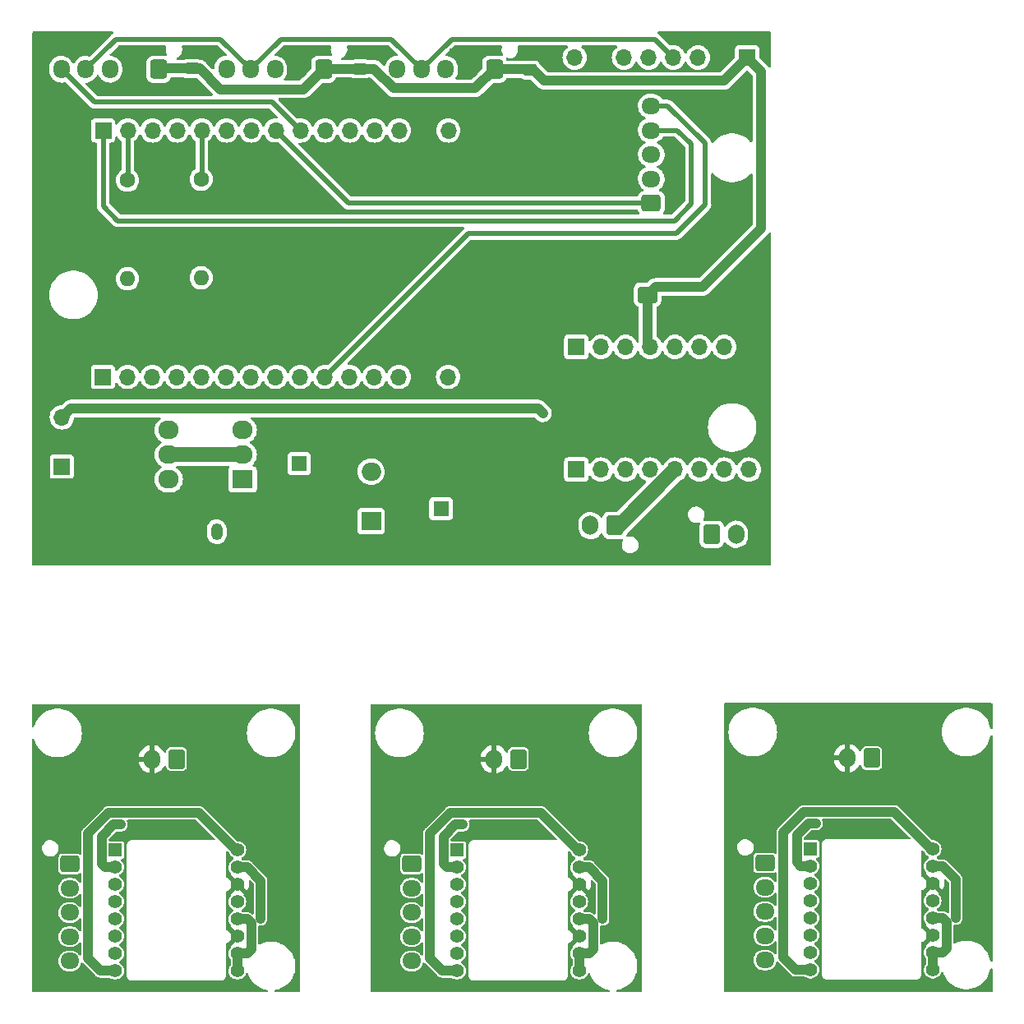
<source format=gbl>
G04 #@! TF.GenerationSoftware,KiCad,Pcbnew,7.0.10*
G04 #@! TF.CreationDate,2024-01-17T23:16:48-03:00*
G04 #@! TF.ProjectId,ligeirinho,6c696765-6972-4696-9e68-6f2e6b696361,rev?*
G04 #@! TF.SameCoordinates,Original*
G04 #@! TF.FileFunction,Copper,L2,Bot*
G04 #@! TF.FilePolarity,Positive*
%FSLAX46Y46*%
G04 Gerber Fmt 4.6, Leading zero omitted, Abs format (unit mm)*
G04 Created by KiCad (PCBNEW 7.0.10) date 2024-01-17 23:16:48*
%MOMM*%
%LPD*%
G01*
G04 APERTURE LIST*
G04 Aperture macros list*
%AMRoundRect*
0 Rectangle with rounded corners*
0 $1 Rounding radius*
0 $2 $3 $4 $5 $6 $7 $8 $9 X,Y pos of 4 corners*
0 Add a 4 corners polygon primitive as box body*
4,1,4,$2,$3,$4,$5,$6,$7,$8,$9,$2,$3,0*
0 Add four circle primitives for the rounded corners*
1,1,$1+$1,$2,$3*
1,1,$1+$1,$4,$5*
1,1,$1+$1,$6,$7*
1,1,$1+$1,$8,$9*
0 Add four rect primitives between the rounded corners*
20,1,$1+$1,$2,$3,$4,$5,0*
20,1,$1+$1,$4,$5,$6,$7,0*
20,1,$1+$1,$6,$7,$8,$9,0*
20,1,$1+$1,$8,$9,$2,$3,0*%
G04 Aperture macros list end*
G04 #@! TA.AperFunction,ComponentPad*
%ADD10RoundRect,0.250000X-0.725000X0.600000X-0.725000X-0.600000X0.725000X-0.600000X0.725000X0.600000X0*%
G04 #@! TD*
G04 #@! TA.AperFunction,ComponentPad*
%ADD11O,1.950000X1.700000*%
G04 #@! TD*
G04 #@! TA.AperFunction,ComponentPad*
%ADD12RoundRect,0.250000X0.600000X0.750000X-0.600000X0.750000X-0.600000X-0.750000X0.600000X-0.750000X0*%
G04 #@! TD*
G04 #@! TA.AperFunction,ComponentPad*
%ADD13O,1.700000X2.000000*%
G04 #@! TD*
G04 #@! TA.AperFunction,ComponentPad*
%ADD14R,1.400000X1.400000*%
G04 #@! TD*
G04 #@! TA.AperFunction,ComponentPad*
%ADD15C,1.400000*%
G04 #@! TD*
G04 #@! TA.AperFunction,ComponentPad*
%ADD16O,1.600000X1.600000*%
G04 #@! TD*
G04 #@! TA.AperFunction,ComponentPad*
%ADD17C,1.600000*%
G04 #@! TD*
G04 #@! TA.AperFunction,ComponentPad*
%ADD18O,1.700000X1.700000*%
G04 #@! TD*
G04 #@! TA.AperFunction,ComponentPad*
%ADD19R,1.700000X1.700000*%
G04 #@! TD*
G04 #@! TA.AperFunction,ComponentPad*
%ADD20O,1.200000X1.750000*%
G04 #@! TD*
G04 #@! TA.AperFunction,ComponentPad*
%ADD21RoundRect,0.250000X-0.350000X-0.625000X0.350000X-0.625000X0.350000X0.625000X-0.350000X0.625000X0*%
G04 #@! TD*
G04 #@! TA.AperFunction,ComponentPad*
%ADD22O,2.000000X1.905000*%
G04 #@! TD*
G04 #@! TA.AperFunction,ComponentPad*
%ADD23R,2.000000X1.905000*%
G04 #@! TD*
G04 #@! TA.AperFunction,ComponentPad*
%ADD24O,1.700000X1.950000*%
G04 #@! TD*
G04 #@! TA.AperFunction,ComponentPad*
%ADD25RoundRect,0.250000X0.600000X0.725000X-0.600000X0.725000X-0.600000X-0.725000X0.600000X-0.725000X0*%
G04 #@! TD*
G04 #@! TA.AperFunction,ComponentPad*
%ADD26R,1.600000X1.600000*%
G04 #@! TD*
G04 #@! TA.AperFunction,ComponentPad*
%ADD27O,2.100000X1.900000*%
G04 #@! TD*
G04 #@! TA.AperFunction,ComponentPad*
%ADD28R,2.100000X1.900000*%
G04 #@! TD*
G04 #@! TA.AperFunction,SMDPad,CuDef*
%ADD29RoundRect,0.250000X-0.475000X0.337500X-0.475000X-0.337500X0.475000X-0.337500X0.475000X0.337500X0*%
G04 #@! TD*
G04 #@! TA.AperFunction,ComponentPad*
%ADD30O,2.000000X1.700000*%
G04 #@! TD*
G04 #@! TA.AperFunction,ComponentPad*
%ADD31RoundRect,0.250000X0.750000X-0.600000X0.750000X0.600000X-0.750000X0.600000X-0.750000X-0.600000X0*%
G04 #@! TD*
G04 #@! TA.AperFunction,ComponentPad*
%ADD32RoundRect,0.250000X0.725000X-0.600000X0.725000X0.600000X-0.725000X0.600000X-0.725000X-0.600000X0*%
G04 #@! TD*
G04 #@! TA.AperFunction,ComponentPad*
%ADD33RoundRect,0.250000X-0.600000X-0.750000X0.600000X-0.750000X0.600000X0.750000X-0.600000X0.750000X0*%
G04 #@! TD*
G04 #@! TA.AperFunction,ViaPad*
%ADD34C,0.800000*%
G04 #@! TD*
G04 #@! TA.AperFunction,ViaPad*
%ADD35C,0.600000*%
G04 #@! TD*
G04 #@! TA.AperFunction,Conductor*
%ADD36C,1.000000*%
G04 #@! TD*
G04 #@! TA.AperFunction,Conductor*
%ADD37C,0.500000*%
G04 #@! TD*
G04 #@! TA.AperFunction,Conductor*
%ADD38C,1.500000*%
G04 #@! TD*
G04 APERTURE END LIST*
D10*
X69644000Y-126275000D03*
D11*
X69644000Y-128775000D03*
X69644000Y-131275000D03*
X69644000Y-133775000D03*
X69644000Y-136275000D03*
D12*
X80640000Y-115466000D03*
D13*
X78140000Y-115466000D03*
D14*
X74324000Y-124825000D03*
D15*
X74324000Y-126605000D03*
X74324000Y-128385000D03*
X74324000Y-130165000D03*
X74324000Y-131945000D03*
X74324000Y-133725000D03*
X74324000Y-135505000D03*
X74324000Y-137285000D03*
X86924000Y-137285000D03*
X86924000Y-135505000D03*
X86924000Y-133725000D03*
X86924000Y-131945000D03*
X86924000Y-130165000D03*
X86924000Y-128385000D03*
X86924000Y-126605000D03*
X86924000Y-124825000D03*
D10*
X106044000Y-126175000D03*
D11*
X106044000Y-128675000D03*
X106044000Y-131175000D03*
X106044000Y-133675000D03*
X106044000Y-136175000D03*
D12*
X117040000Y-115366000D03*
D13*
X114540000Y-115366000D03*
D14*
X110724000Y-124725000D03*
D15*
X110724000Y-126505000D03*
X110724000Y-128285000D03*
X110724000Y-130065000D03*
X110724000Y-131845000D03*
X110724000Y-133625000D03*
X110724000Y-135405000D03*
X110724000Y-137185000D03*
X123324000Y-137185000D03*
X123324000Y-135405000D03*
X123324000Y-133625000D03*
X123324000Y-131845000D03*
X123324000Y-130065000D03*
X123324000Y-128285000D03*
X123324000Y-126505000D03*
X123324000Y-124725000D03*
D14*
X39100000Y-124825000D03*
D15*
X39100000Y-126605000D03*
X39100000Y-128385000D03*
X39100000Y-130165000D03*
X39100000Y-131945000D03*
X39100000Y-133725000D03*
X39100000Y-135505000D03*
X39100000Y-137285000D03*
X51700000Y-137285000D03*
X51700000Y-135505000D03*
X51700000Y-133725000D03*
X51700000Y-131945000D03*
X51700000Y-130165000D03*
X51700000Y-128385000D03*
X51700000Y-126605000D03*
X51700000Y-124825000D03*
D12*
X45416000Y-115466000D03*
D13*
X42916000Y-115466000D03*
D10*
X34420000Y-126275000D03*
D11*
X34420000Y-128775000D03*
X34420000Y-131275000D03*
X34420000Y-133775000D03*
X34420000Y-136275000D03*
D16*
X40365000Y-65985000D03*
D17*
X40365000Y-55825000D03*
D18*
X104385000Y-73005000D03*
X101845000Y-73005000D03*
X99305000Y-73005000D03*
X96765000Y-73005000D03*
X94225000Y-73005000D03*
X91685000Y-73005000D03*
X89145000Y-73005000D03*
D19*
X86605000Y-73005000D03*
D18*
X33615000Y-80255000D03*
X33615000Y-82795000D03*
D19*
X33615000Y-85335000D03*
D20*
X49565000Y-92055000D03*
D21*
X47565000Y-92055000D03*
D18*
X86435000Y-43195000D03*
X88975000Y-43195000D03*
X91515000Y-43195000D03*
X94055000Y-43195000D03*
X96595000Y-43195000D03*
X99135000Y-43195000D03*
X101675000Y-43195000D03*
D19*
X104215000Y-43195000D03*
D22*
X65465000Y-85855000D03*
X65465000Y-88395000D03*
D23*
X65465000Y-90935000D03*
D24*
X68165000Y-44405000D03*
X70665000Y-44405000D03*
X73165000Y-44405000D03*
X75665000Y-44405000D03*
D25*
X78165000Y-44405000D03*
D17*
X58065000Y-82505000D03*
D26*
X58065000Y-85005000D03*
D17*
X72665000Y-92172621D03*
D26*
X72665000Y-89672621D03*
D24*
X50565000Y-44405000D03*
X53065000Y-44405000D03*
X55565000Y-44405000D03*
X58065000Y-44405000D03*
D25*
X60565000Y-44405000D03*
D16*
X47965000Y-65885000D03*
D17*
X47965000Y-55725000D03*
D18*
X73425000Y-50705000D03*
X70885000Y-50705000D03*
X68345000Y-50705000D03*
X65805000Y-50705000D03*
X63265000Y-50705000D03*
X60725000Y-50705000D03*
X58185000Y-50705000D03*
X55645000Y-50705000D03*
X53105000Y-50705000D03*
X50565000Y-50705000D03*
X48025000Y-50705000D03*
X45485000Y-50705000D03*
X42945000Y-50705000D03*
X40405000Y-50705000D03*
D19*
X37865000Y-50705000D03*
D18*
X73405000Y-76095000D03*
X70865000Y-76095000D03*
X68325000Y-76095000D03*
X65785000Y-76095000D03*
X63245000Y-76095000D03*
X60705000Y-76095000D03*
X58165000Y-76095000D03*
X55625000Y-76095000D03*
X53085000Y-76095000D03*
X50545000Y-76095000D03*
X48005000Y-76095000D03*
X45465000Y-76095000D03*
X42925000Y-76095000D03*
X40385000Y-76095000D03*
D19*
X37845000Y-76095000D03*
D18*
X104385000Y-85630000D03*
X101845000Y-85630000D03*
X99305000Y-85630000D03*
X96765000Y-85630000D03*
X94225000Y-85630000D03*
X91685000Y-85630000D03*
X89145000Y-85630000D03*
D19*
X86605000Y-85630000D03*
D27*
X44627500Y-84127500D03*
X52247500Y-84127500D03*
X44627500Y-86667500D03*
X52247500Y-81587500D03*
X44627500Y-81587500D03*
D28*
X52247500Y-86667500D03*
D24*
X33565000Y-44405000D03*
X36065000Y-44405000D03*
X38565000Y-44405000D03*
X41065000Y-44405000D03*
D25*
X43565000Y-44405000D03*
D29*
X81815000Y-46560000D03*
X81815000Y-44485000D03*
D30*
X93955000Y-65135000D03*
D31*
X93955000Y-67635000D03*
D29*
X47015000Y-46410000D03*
X47015000Y-44335000D03*
D11*
X94335000Y-48195000D03*
X94335000Y-50695000D03*
X94335000Y-53195000D03*
X94335000Y-55695000D03*
D32*
X94335000Y-58195000D03*
D29*
X64345000Y-46430000D03*
X64345000Y-44355000D03*
D13*
X103065000Y-92305000D03*
D33*
X100565000Y-92305000D03*
D13*
X88065000Y-91405000D03*
D12*
X90565000Y-91405000D03*
D34*
X67750000Y-136255000D03*
X89309000Y-131942000D03*
X67750000Y-133795000D03*
X92500000Y-119955000D03*
X83190000Y-119465000D03*
X67750000Y-117865000D03*
X92500000Y-115945000D03*
X74904000Y-122219500D03*
X86790000Y-119495000D03*
X92500000Y-118035000D03*
X67750000Y-115775000D03*
X67750000Y-128635000D03*
X67750000Y-126405000D03*
X67750000Y-131275000D03*
X85040000Y-119465000D03*
X67750000Y-119785000D03*
X104150000Y-136155000D03*
X125709000Y-131842000D03*
X104150000Y-133695000D03*
X128900000Y-119855000D03*
X119590000Y-119365000D03*
X104150000Y-117765000D03*
X128900000Y-115845000D03*
X111304000Y-122119500D03*
X123190000Y-119395000D03*
X128900000Y-117935000D03*
X104150000Y-115675000D03*
X104150000Y-128535000D03*
X104150000Y-126305000D03*
X104150000Y-131175000D03*
X121440000Y-119365000D03*
X104150000Y-119685000D03*
X32526000Y-117865000D03*
X54085000Y-131942000D03*
X57276000Y-119955000D03*
X32526000Y-136255000D03*
X57276000Y-115945000D03*
X47966000Y-119465000D03*
X32526000Y-133795000D03*
X39680000Y-122219500D03*
X51566000Y-119495000D03*
X32526000Y-115775000D03*
X32526000Y-128635000D03*
X32526000Y-131275000D03*
X49816000Y-119465000D03*
X57276000Y-118035000D03*
X32526000Y-119785000D03*
X32526000Y-126405000D03*
D35*
X92675000Y-57035000D03*
X34865000Y-90405000D03*
X38365000Y-93555000D03*
X102295000Y-57745000D03*
X95565000Y-92255000D03*
X37305000Y-46365000D03*
X32205000Y-57595000D03*
X46815000Y-49055000D03*
X58415000Y-90255000D03*
X56645000Y-73805000D03*
X59395000Y-69605000D03*
X101185000Y-87815000D03*
X32115000Y-90455000D03*
X96365000Y-56055000D03*
X90755000Y-89435000D03*
X32205000Y-54835000D03*
X62525000Y-48195000D03*
X32205000Y-53565000D03*
X65075000Y-52445000D03*
X92505000Y-49365000D03*
X53875000Y-52865000D03*
X92505000Y-51745000D03*
X68015000Y-84055000D03*
X55865000Y-90255000D03*
X69435000Y-48195000D03*
X92505000Y-48325000D03*
X32205000Y-56285000D03*
X82685000Y-42775000D03*
X71245000Y-69605000D03*
X44045000Y-58705000D03*
X53965000Y-90205000D03*
X77715000Y-91305000D03*
X62755000Y-69605000D03*
X96365000Y-52935000D03*
X73775000Y-42515000D03*
X59215000Y-73805000D03*
X98245000Y-83625000D03*
X92485000Y-75705000D03*
X102295000Y-59735000D03*
X96365000Y-55015000D03*
X95665000Y-94205000D03*
X58476425Y-93505000D03*
X32165000Y-93655000D03*
X60515000Y-52485000D03*
X90525000Y-75705000D03*
X41165000Y-93505000D03*
X67465000Y-81255000D03*
X53945000Y-73865000D03*
X95445000Y-75705000D03*
X54005000Y-93505000D03*
X102295000Y-58695000D03*
X55355000Y-54285000D03*
X96365000Y-54065000D03*
X41365000Y-90505000D03*
X55793570Y-93505000D03*
X61915000Y-54785000D03*
X45675000Y-58705000D03*
X61305000Y-69605000D03*
X68765000Y-81255000D03*
X45295000Y-46515000D03*
X73955000Y-69605000D03*
X41905000Y-52515000D03*
X91505000Y-75705000D03*
X51865000Y-48905000D03*
X70015000Y-69605000D03*
X41615000Y-49005000D03*
X60265000Y-93505000D03*
X95515000Y-90205000D03*
X63825000Y-56795000D03*
X87745000Y-75705000D03*
X61865000Y-52445000D03*
X38115000Y-90455000D03*
X60065000Y-90205000D03*
X92625000Y-54775000D03*
X96285000Y-83625000D03*
X39135000Y-52565000D03*
X66065000Y-81255000D03*
X92505000Y-50585000D03*
X42465000Y-58705000D03*
X63575000Y-54785000D03*
X63445000Y-52445000D03*
X59765000Y-48105000D03*
X76935000Y-42515000D03*
X57825000Y-69605000D03*
X80865000Y-87305000D03*
X34915000Y-93655000D03*
X72565000Y-69605000D03*
X102295000Y-56615000D03*
X48805000Y-42625000D03*
X102275000Y-90285000D03*
X64625000Y-42655000D03*
X76565000Y-49205000D03*
X97265000Y-83625000D03*
X83165000Y-79855000D03*
D36*
X72821000Y-137285000D02*
X74324000Y-137285000D01*
X71542000Y-123109944D02*
X71542000Y-136006000D01*
X87913949Y-135505000D02*
X86924000Y-135505000D01*
X89309000Y-128000051D02*
X89309000Y-131942000D01*
X88336034Y-135082915D02*
X87913949Y-135505000D01*
X86924000Y-131945000D02*
X87913949Y-131945000D01*
X88336034Y-132367085D02*
X88336034Y-135082915D01*
X87913949Y-126605000D02*
X89309000Y-128000051D01*
X71542000Y-136006000D02*
X72821000Y-137285000D01*
X87913949Y-131945000D02*
X88336034Y-132367085D01*
X82981500Y-121019500D02*
X73632444Y-121019500D01*
X86787000Y-124825000D02*
X82981500Y-121019500D01*
X86924000Y-126605000D02*
X87913949Y-126605000D01*
X86924000Y-135505000D02*
X86924000Y-137285000D01*
X74324000Y-126605000D02*
X73304000Y-126605000D01*
X86924000Y-124825000D02*
X86787000Y-124825000D01*
X73632444Y-121019500D02*
X71542000Y-123109944D01*
X72924000Y-123425000D02*
X74129500Y-122219500D01*
X72924000Y-126225000D02*
X72924000Y-123425000D01*
X73304000Y-126605000D02*
X72924000Y-126225000D01*
X74129500Y-122219500D02*
X74904000Y-122219500D01*
X109221000Y-137185000D02*
X110724000Y-137185000D01*
X107942000Y-123009944D02*
X107942000Y-135906000D01*
X124313949Y-135405000D02*
X123324000Y-135405000D01*
X125709000Y-127900051D02*
X125709000Y-131842000D01*
X124736034Y-134982915D02*
X124313949Y-135405000D01*
X123324000Y-131845000D02*
X124313949Y-131845000D01*
X124736034Y-132267085D02*
X124736034Y-134982915D01*
X124313949Y-126505000D02*
X125709000Y-127900051D01*
X107942000Y-135906000D02*
X109221000Y-137185000D01*
X124313949Y-131845000D02*
X124736034Y-132267085D01*
X119381500Y-120919500D02*
X110032444Y-120919500D01*
X123187000Y-124725000D02*
X119381500Y-120919500D01*
X123324000Y-126505000D02*
X124313949Y-126505000D01*
X123324000Y-135405000D02*
X123324000Y-137185000D01*
X110724000Y-126505000D02*
X109704000Y-126505000D01*
X123324000Y-124725000D02*
X123187000Y-124725000D01*
X110032444Y-120919500D02*
X107942000Y-123009944D01*
X109324000Y-123325000D02*
X110529500Y-122119500D01*
X109324000Y-126125000D02*
X109324000Y-123325000D01*
X109704000Y-126505000D02*
X109324000Y-126125000D01*
X110529500Y-122119500D02*
X111304000Y-122119500D01*
X37700000Y-126225000D02*
X37700000Y-123425000D01*
X37700000Y-123425000D02*
X38905500Y-122219500D01*
X38080000Y-126605000D02*
X37700000Y-126225000D01*
X38905500Y-122219500D02*
X39680000Y-122219500D01*
X39100000Y-126605000D02*
X38080000Y-126605000D01*
X51700000Y-124825000D02*
X51563000Y-124825000D01*
X38408444Y-121019500D02*
X36318000Y-123109944D01*
X52689949Y-126605000D02*
X54085000Y-128000051D01*
X36318000Y-136006000D02*
X37597000Y-137285000D01*
X52689949Y-131945000D02*
X53112034Y-132367085D01*
X47757500Y-121019500D02*
X38408444Y-121019500D01*
X51563000Y-124825000D02*
X47757500Y-121019500D01*
X53112034Y-132367085D02*
X53112034Y-135082915D01*
X51700000Y-131945000D02*
X52689949Y-131945000D01*
X51700000Y-126605000D02*
X52689949Y-126605000D01*
X51700000Y-135505000D02*
X51700000Y-137285000D01*
X54085000Y-128000051D02*
X54085000Y-131942000D01*
X36318000Y-123109944D02*
X36318000Y-136006000D01*
X53112034Y-135082915D02*
X52689949Y-135505000D01*
X52689949Y-135505000D02*
X51700000Y-135505000D01*
X37597000Y-137285000D02*
X39100000Y-137285000D01*
D37*
X94335000Y-48195000D02*
X96025000Y-48195000D01*
X99865000Y-52035000D02*
X99865000Y-58365661D01*
X96925661Y-61305000D02*
X75495000Y-61305000D01*
X96025000Y-48195000D02*
X99865000Y-52035000D01*
X75495000Y-61305000D02*
X60705000Y-76095000D01*
X99865000Y-58365661D02*
X96925661Y-61305000D01*
X37865000Y-58505000D02*
X37865000Y-50705000D01*
X97045000Y-50695000D02*
X98465000Y-52115000D01*
X39365000Y-60005000D02*
X37865000Y-58505000D01*
X96765000Y-60005000D02*
X39365000Y-60005000D01*
X98465000Y-58305000D02*
X96765000Y-60005000D01*
X98465000Y-52115000D02*
X98465000Y-58305000D01*
X94335000Y-50695000D02*
X97045000Y-50695000D01*
X40405000Y-50705000D02*
X40405000Y-55785000D01*
X40405000Y-55785000D02*
X40365000Y-55825000D01*
X73765000Y-41305000D02*
X70665000Y-44405000D01*
X53065000Y-44405000D02*
X49965000Y-41305000D01*
X49965000Y-41305000D02*
X39165000Y-41305000D01*
X39165000Y-41305000D02*
X36065000Y-44405000D01*
X48025000Y-50705000D02*
X48025000Y-55665000D01*
X70665000Y-44405000D02*
X67565000Y-41305000D01*
X96595000Y-43195000D02*
X94705000Y-41305000D01*
X67565000Y-41305000D02*
X56165000Y-41305000D01*
X56165000Y-41305000D02*
X53065000Y-44405000D01*
X94705000Y-41305000D02*
X73765000Y-41305000D01*
X48025000Y-55665000D02*
X47965000Y-55725000D01*
X94335000Y-58195000D02*
X63135000Y-58195000D01*
X63135000Y-58195000D02*
X55645000Y-50705000D01*
X36965000Y-47805000D02*
X55285000Y-47805000D01*
X55285000Y-47805000D02*
X58185000Y-50705000D01*
X33565000Y-44405000D02*
X36965000Y-47805000D01*
D36*
X93955000Y-72735000D02*
X94225000Y-73005000D01*
X33615000Y-80255000D02*
X34515000Y-79355000D01*
X101805000Y-45605000D02*
X104215000Y-43195000D01*
X82200000Y-44485000D02*
X83320000Y-45605000D01*
X49915000Y-46455000D02*
X47795000Y-44335000D01*
X43635000Y-44335000D02*
X43565000Y-44405000D01*
X83320000Y-45605000D02*
X101805000Y-45605000D01*
X76215000Y-46355000D02*
X67797969Y-46355000D01*
X78165000Y-44405000D02*
X76215000Y-46355000D01*
X60565000Y-44405000D02*
X58515000Y-46455000D01*
X82110000Y-44405000D02*
X82115000Y-44400000D01*
X81735000Y-44405000D02*
X81815000Y-44485000D01*
X78165000Y-44405000D02*
X81735000Y-44405000D01*
X105665000Y-44645000D02*
X105665000Y-60805000D01*
X34515000Y-79355000D02*
X82665000Y-79355000D01*
X65797969Y-44355000D02*
X64345000Y-44355000D01*
X104215000Y-43195000D02*
X105665000Y-44645000D01*
X67797969Y-46355000D02*
X65797969Y-44355000D01*
X81815000Y-44485000D02*
X82200000Y-44485000D01*
X60615000Y-44355000D02*
X60565000Y-44405000D01*
X94765000Y-66825000D02*
X93955000Y-67635000D01*
X82665000Y-79355000D02*
X83165000Y-79855000D01*
X47795000Y-44335000D02*
X47015000Y-44335000D01*
X105665000Y-60805000D02*
X99645000Y-66825000D01*
X58515000Y-46455000D02*
X49915000Y-46455000D01*
X47015000Y-44335000D02*
X43635000Y-44335000D01*
X64345000Y-44355000D02*
X60615000Y-44355000D01*
X93955000Y-67635000D02*
X93955000Y-72735000D01*
X99645000Y-66825000D02*
X94765000Y-66825000D01*
D38*
X96765000Y-85630000D02*
X96765000Y-85635585D01*
X90895585Y-91505000D02*
X90465000Y-91505000D01*
X96765000Y-85635585D02*
X90895585Y-91505000D01*
X44627500Y-84127500D02*
X52247500Y-84127500D01*
G04 #@! TA.AperFunction,Conductor*
G36*
X38851464Y-40520185D02*
G01*
X38897219Y-40572989D01*
X38907163Y-40642147D01*
X38878138Y-40705703D01*
X38854616Y-40724713D01*
X38855440Y-40725847D01*
X38812193Y-40757266D01*
X38802434Y-40763676D01*
X38763132Y-40786920D01*
X38748126Y-40801926D01*
X38733336Y-40814558D01*
X38716167Y-40827032D01*
X38716165Y-40827034D01*
X38687056Y-40862219D01*
X38679196Y-40870856D01*
X36510540Y-43039512D01*
X36449217Y-43072997D01*
X36395267Y-43072722D01*
X36233542Y-43035810D01*
X36233538Y-43035809D01*
X36233537Y-43035809D01*
X36233536Y-43035808D01*
X36233531Y-43035808D01*
X36008674Y-43025710D01*
X36008673Y-43025710D01*
X36008670Y-43025710D01*
X35785613Y-43055925D01*
X35785610Y-43055925D01*
X35785609Y-43055926D01*
X35571534Y-43125483D01*
X35373321Y-43232146D01*
X35373318Y-43232148D01*
X35197336Y-43372489D01*
X35088554Y-43497000D01*
X35049235Y-43542004D01*
X35011933Y-43604438D01*
X34933787Y-43735232D01*
X34933782Y-43735241D01*
X34929210Y-43747424D01*
X34887223Y-43803270D01*
X34821708Y-43827551D01*
X34753466Y-43812557D01*
X34704163Y-43763049D01*
X34701416Y-43757685D01*
X34642829Y-43636027D01*
X34555656Y-43516043D01*
X34510526Y-43453927D01*
X34510525Y-43453925D01*
X34493065Y-43437232D01*
X34347825Y-43298368D01*
X34347823Y-43298366D01*
X34159966Y-43174363D01*
X33952995Y-43085899D01*
X33952982Y-43085895D01*
X33733542Y-43035810D01*
X33733538Y-43035809D01*
X33733537Y-43035809D01*
X33733536Y-43035808D01*
X33733531Y-43035808D01*
X33508674Y-43025710D01*
X33508673Y-43025710D01*
X33508670Y-43025710D01*
X33285613Y-43055925D01*
X33285610Y-43055925D01*
X33285609Y-43055926D01*
X33071534Y-43125483D01*
X32873321Y-43232146D01*
X32873318Y-43232148D01*
X32697336Y-43372489D01*
X32588554Y-43497000D01*
X32549235Y-43542004D01*
X32511933Y-43604438D01*
X32437434Y-43729129D01*
X32433785Y-43735236D01*
X32428571Y-43749128D01*
X32354692Y-43945976D01*
X32314500Y-44167450D01*
X32314500Y-44586151D01*
X32329622Y-44754186D01*
X32329623Y-44754192D01*
X32389503Y-44971160D01*
X32389508Y-44971173D01*
X32487167Y-45173966D01*
X32487171Y-45173974D01*
X32619473Y-45356072D01*
X32619474Y-45356074D01*
X32619477Y-45356077D01*
X32619478Y-45356078D01*
X32719455Y-45451666D01*
X32782176Y-45511633D01*
X32970033Y-45635636D01*
X33177004Y-45724100D01*
X33177007Y-45724101D01*
X33177012Y-45724103D01*
X33396463Y-45774191D01*
X33621330Y-45784290D01*
X33844387Y-45754075D01*
X33885137Y-45740833D01*
X33954976Y-45738837D01*
X34011137Y-45771083D01*
X36444564Y-48204510D01*
X36454635Y-48217080D01*
X36454822Y-48216926D01*
X36459795Y-48222937D01*
X36510832Y-48270864D01*
X36513629Y-48273575D01*
X36533967Y-48293913D01*
X36537450Y-48296615D01*
X36546326Y-48304196D01*
X36572145Y-48328441D01*
X36579607Y-48335448D01*
X36579610Y-48335450D01*
X36579612Y-48335451D01*
X36598207Y-48345674D01*
X36614468Y-48356356D01*
X36631232Y-48369359D01*
X36631236Y-48369362D01*
X36673138Y-48387494D01*
X36683612Y-48392625D01*
X36723632Y-48414627D01*
X36744204Y-48419908D01*
X36762594Y-48426205D01*
X36782074Y-48434635D01*
X36827178Y-48441778D01*
X36838581Y-48444140D01*
X36882823Y-48455500D01*
X36904051Y-48455500D01*
X36923448Y-48457026D01*
X36944403Y-48460345D01*
X36944404Y-48460346D01*
X36944404Y-48460345D01*
X36944405Y-48460346D01*
X36989852Y-48456050D01*
X37001521Y-48455500D01*
X54964192Y-48455500D01*
X55031231Y-48475185D01*
X55051873Y-48491819D01*
X55803848Y-49243794D01*
X55837333Y-49305117D01*
X55832349Y-49374809D01*
X55790477Y-49430742D01*
X55725013Y-49455159D01*
X55705361Y-49455003D01*
X55645004Y-49449723D01*
X55644998Y-49449723D01*
X55531839Y-49459623D01*
X55427023Y-49468793D01*
X55427020Y-49468793D01*
X55215677Y-49525422D01*
X55215670Y-49525424D01*
X55215670Y-49525425D01*
X55212391Y-49526954D01*
X55017361Y-49617898D01*
X55017357Y-49617900D01*
X54838121Y-49743402D01*
X54683402Y-49898121D01*
X54557900Y-50077357D01*
X54557898Y-50077361D01*
X54487382Y-50228583D01*
X54441209Y-50281022D01*
X54374016Y-50300174D01*
X54307135Y-50279958D01*
X54262618Y-50228583D01*
X54248118Y-50197488D01*
X54192102Y-50077362D01*
X54192100Y-50077359D01*
X54192099Y-50077357D01*
X54066599Y-49898124D01*
X53991950Y-49823475D01*
X53911877Y-49743402D01*
X53732639Y-49617898D01*
X53732640Y-49617898D01*
X53732638Y-49617897D01*
X53633484Y-49571661D01*
X53534330Y-49525425D01*
X53534326Y-49525424D01*
X53534322Y-49525422D01*
X53322977Y-49468793D01*
X53105002Y-49449723D01*
X53104998Y-49449723D01*
X52991839Y-49459623D01*
X52887023Y-49468793D01*
X52887020Y-49468793D01*
X52675677Y-49525422D01*
X52675670Y-49525424D01*
X52675670Y-49525425D01*
X52672391Y-49526954D01*
X52477361Y-49617898D01*
X52477357Y-49617900D01*
X52298121Y-49743402D01*
X52143402Y-49898121D01*
X52017900Y-50077357D01*
X52017898Y-50077361D01*
X51947382Y-50228583D01*
X51901209Y-50281022D01*
X51834016Y-50300174D01*
X51767135Y-50279958D01*
X51722618Y-50228583D01*
X51708118Y-50197488D01*
X51652102Y-50077362D01*
X51652100Y-50077359D01*
X51652099Y-50077357D01*
X51526599Y-49898124D01*
X51451950Y-49823475D01*
X51371877Y-49743402D01*
X51192639Y-49617898D01*
X51192640Y-49617898D01*
X51192638Y-49617897D01*
X51093484Y-49571661D01*
X50994330Y-49525425D01*
X50994326Y-49525424D01*
X50994322Y-49525422D01*
X50782977Y-49468793D01*
X50565002Y-49449723D01*
X50564998Y-49449723D01*
X50451839Y-49459623D01*
X50347023Y-49468793D01*
X50347020Y-49468793D01*
X50135677Y-49525422D01*
X50135670Y-49525424D01*
X50135670Y-49525425D01*
X50132391Y-49526954D01*
X49937361Y-49617898D01*
X49937357Y-49617900D01*
X49758121Y-49743402D01*
X49603402Y-49898121D01*
X49477900Y-50077357D01*
X49477898Y-50077361D01*
X49407382Y-50228583D01*
X49361209Y-50281022D01*
X49294016Y-50300174D01*
X49227135Y-50279958D01*
X49182618Y-50228583D01*
X49168118Y-50197488D01*
X49112102Y-50077362D01*
X49112100Y-50077359D01*
X49112099Y-50077357D01*
X48986599Y-49898124D01*
X48911950Y-49823475D01*
X48831877Y-49743402D01*
X48652639Y-49617898D01*
X48652640Y-49617898D01*
X48652638Y-49617897D01*
X48553484Y-49571661D01*
X48454330Y-49525425D01*
X48454326Y-49525424D01*
X48454322Y-49525422D01*
X48242977Y-49468793D01*
X48025002Y-49449723D01*
X48024998Y-49449723D01*
X47911839Y-49459623D01*
X47807023Y-49468793D01*
X47807020Y-49468793D01*
X47595677Y-49525422D01*
X47595670Y-49525424D01*
X47595670Y-49525425D01*
X47592391Y-49526954D01*
X47397361Y-49617898D01*
X47397357Y-49617900D01*
X47218121Y-49743402D01*
X47063402Y-49898121D01*
X46937900Y-50077357D01*
X46937898Y-50077361D01*
X46867382Y-50228583D01*
X46821209Y-50281022D01*
X46754016Y-50300174D01*
X46687135Y-50279958D01*
X46642618Y-50228583D01*
X46628118Y-50197488D01*
X46572102Y-50077362D01*
X46572100Y-50077359D01*
X46572099Y-50077357D01*
X46446599Y-49898124D01*
X46371950Y-49823475D01*
X46291877Y-49743402D01*
X46112639Y-49617898D01*
X46112640Y-49617898D01*
X46112638Y-49617897D01*
X46013484Y-49571661D01*
X45914330Y-49525425D01*
X45914326Y-49525424D01*
X45914322Y-49525422D01*
X45702977Y-49468793D01*
X45485002Y-49449723D01*
X45484998Y-49449723D01*
X45371839Y-49459623D01*
X45267023Y-49468793D01*
X45267020Y-49468793D01*
X45055677Y-49525422D01*
X45055670Y-49525424D01*
X45055670Y-49525425D01*
X45052391Y-49526954D01*
X44857361Y-49617898D01*
X44857357Y-49617900D01*
X44678121Y-49743402D01*
X44523402Y-49898121D01*
X44397900Y-50077357D01*
X44397898Y-50077361D01*
X44327382Y-50228583D01*
X44281209Y-50281022D01*
X44214016Y-50300174D01*
X44147135Y-50279958D01*
X44102618Y-50228583D01*
X44088118Y-50197488D01*
X44032102Y-50077362D01*
X44032100Y-50077359D01*
X44032099Y-50077357D01*
X43906599Y-49898124D01*
X43831950Y-49823475D01*
X43751877Y-49743402D01*
X43572639Y-49617898D01*
X43572640Y-49617898D01*
X43572638Y-49617897D01*
X43473484Y-49571661D01*
X43374330Y-49525425D01*
X43374326Y-49525424D01*
X43374322Y-49525422D01*
X43162977Y-49468793D01*
X42945002Y-49449723D01*
X42944998Y-49449723D01*
X42831839Y-49459623D01*
X42727023Y-49468793D01*
X42727020Y-49468793D01*
X42515677Y-49525422D01*
X42515670Y-49525424D01*
X42515670Y-49525425D01*
X42512391Y-49526954D01*
X42317361Y-49617898D01*
X42317357Y-49617900D01*
X42138121Y-49743402D01*
X41983402Y-49898121D01*
X41857900Y-50077357D01*
X41857898Y-50077361D01*
X41787382Y-50228583D01*
X41741209Y-50281022D01*
X41674016Y-50300174D01*
X41607135Y-50279958D01*
X41562618Y-50228583D01*
X41548118Y-50197488D01*
X41492102Y-50077362D01*
X41492100Y-50077359D01*
X41492099Y-50077357D01*
X41366599Y-49898124D01*
X41291950Y-49823475D01*
X41211877Y-49743402D01*
X41032639Y-49617898D01*
X41032640Y-49617898D01*
X41032638Y-49617897D01*
X40933484Y-49571661D01*
X40834330Y-49525425D01*
X40834326Y-49525424D01*
X40834322Y-49525422D01*
X40622977Y-49468793D01*
X40405002Y-49449723D01*
X40404998Y-49449723D01*
X40291839Y-49459623D01*
X40187023Y-49468793D01*
X40187020Y-49468793D01*
X39975677Y-49525422D01*
X39975670Y-49525424D01*
X39975670Y-49525425D01*
X39972391Y-49526954D01*
X39777361Y-49617898D01*
X39777357Y-49617900D01*
X39598121Y-49743402D01*
X39443402Y-49898121D01*
X39341074Y-50044262D01*
X39286497Y-50087887D01*
X39216999Y-50095081D01*
X39154644Y-50063558D01*
X39119230Y-50003328D01*
X39115499Y-49973139D01*
X39115499Y-49823482D01*
X39115498Y-49823475D01*
X39100646Y-49729696D01*
X39043050Y-49616658D01*
X39043046Y-49616654D01*
X39043045Y-49616652D01*
X38953347Y-49526954D01*
X38953344Y-49526952D01*
X38953342Y-49526950D01*
X38876517Y-49487805D01*
X38840301Y-49469352D01*
X38746524Y-49454500D01*
X36983482Y-49454500D01*
X36902519Y-49467323D01*
X36889696Y-49469354D01*
X36776658Y-49526950D01*
X36776657Y-49526951D01*
X36776652Y-49526954D01*
X36686954Y-49616652D01*
X36686951Y-49616657D01*
X36686950Y-49616658D01*
X36667751Y-49654337D01*
X36629352Y-49729698D01*
X36614500Y-49823475D01*
X36614500Y-51586517D01*
X36619507Y-51618129D01*
X36629354Y-51680304D01*
X36686950Y-51793342D01*
X36686952Y-51793344D01*
X36686954Y-51793347D01*
X36776652Y-51883045D01*
X36776654Y-51883046D01*
X36776658Y-51883050D01*
X36885062Y-51938285D01*
X36889698Y-51940647D01*
X36983475Y-51955499D01*
X36983481Y-51955500D01*
X37090500Y-51955499D01*
X37157539Y-51975183D01*
X37203294Y-52027987D01*
X37214500Y-52079499D01*
X37214500Y-58419494D01*
X37212732Y-58435505D01*
X37212974Y-58435528D01*
X37212240Y-58443294D01*
X37214439Y-58513262D01*
X37214500Y-58517157D01*
X37214500Y-58545920D01*
X37214501Y-58545938D01*
X37215053Y-58550311D01*
X37215968Y-58561941D01*
X37217402Y-58607567D01*
X37217403Y-58607570D01*
X37223323Y-58627948D01*
X37227268Y-58646996D01*
X37229928Y-58668054D01*
X37229931Y-58668065D01*
X37246737Y-58710514D01*
X37250520Y-58721563D01*
X37263254Y-58765395D01*
X37263255Y-58765397D01*
X37274060Y-58783666D01*
X37282617Y-58801134D01*
X37284001Y-58804627D01*
X37290432Y-58820872D01*
X37317266Y-58857806D01*
X37323678Y-58867568D01*
X37341423Y-58897573D01*
X37346919Y-58906865D01*
X37346923Y-58906869D01*
X37361925Y-58921871D01*
X37374563Y-58936669D01*
X37387033Y-58953833D01*
X37387036Y-58953837D01*
X37422213Y-58982937D01*
X37430854Y-58990800D01*
X38844564Y-60404510D01*
X38854635Y-60417080D01*
X38854822Y-60416926D01*
X38859795Y-60422937D01*
X38910832Y-60470864D01*
X38913629Y-60473575D01*
X38933967Y-60493913D01*
X38937450Y-60496615D01*
X38946326Y-60504196D01*
X38972145Y-60528441D01*
X38979607Y-60535448D01*
X38979609Y-60535449D01*
X38998205Y-60545672D01*
X39014470Y-60556357D01*
X39031232Y-60569360D01*
X39031235Y-60569361D01*
X39031236Y-60569362D01*
X39073140Y-60587495D01*
X39083612Y-60592625D01*
X39123632Y-60614627D01*
X39139340Y-60618659D01*
X39144186Y-60619904D01*
X39162598Y-60626207D01*
X39182073Y-60634635D01*
X39227179Y-60641778D01*
X39238574Y-60644138D01*
X39282823Y-60655500D01*
X39304051Y-60655500D01*
X39323448Y-60657026D01*
X39344403Y-60660345D01*
X39344404Y-60660346D01*
X39344404Y-60660345D01*
X39344405Y-60660346D01*
X39389852Y-60656050D01*
X39401521Y-60655500D01*
X74924556Y-60655500D01*
X74991595Y-60675185D01*
X75037350Y-60727989D01*
X75047294Y-60797147D01*
X75020090Y-60858553D01*
X75017049Y-60862228D01*
X75009196Y-60870856D01*
X61051113Y-74828939D01*
X60989790Y-74862424D01*
X60931346Y-74861035D01*
X60922983Y-74858794D01*
X60922970Y-74858792D01*
X60705002Y-74839723D01*
X60704998Y-74839723D01*
X60559682Y-74852436D01*
X60487023Y-74858793D01*
X60487020Y-74858793D01*
X60275677Y-74915422D01*
X60275670Y-74915424D01*
X60275670Y-74915425D01*
X60272391Y-74916954D01*
X60077361Y-75007898D01*
X60077357Y-75007900D01*
X59898121Y-75133402D01*
X59743402Y-75288121D01*
X59617900Y-75467357D01*
X59617898Y-75467361D01*
X59547382Y-75618583D01*
X59501209Y-75671022D01*
X59434016Y-75690174D01*
X59367135Y-75669958D01*
X59322618Y-75618583D01*
X59308118Y-75587488D01*
X59252102Y-75467362D01*
X59252100Y-75467359D01*
X59252099Y-75467357D01*
X59126599Y-75288124D01*
X59051950Y-75213475D01*
X58971877Y-75133402D01*
X58792639Y-75007898D01*
X58792640Y-75007898D01*
X58792638Y-75007897D01*
X58693484Y-74961661D01*
X58594330Y-74915425D01*
X58594326Y-74915424D01*
X58594322Y-74915422D01*
X58382977Y-74858793D01*
X58165002Y-74839723D01*
X58164998Y-74839723D01*
X58019682Y-74852436D01*
X57947023Y-74858793D01*
X57947020Y-74858793D01*
X57735677Y-74915422D01*
X57735670Y-74915424D01*
X57735670Y-74915425D01*
X57732391Y-74916954D01*
X57537361Y-75007898D01*
X57537357Y-75007900D01*
X57358121Y-75133402D01*
X57203402Y-75288121D01*
X57077900Y-75467357D01*
X57077898Y-75467361D01*
X57007382Y-75618583D01*
X56961209Y-75671022D01*
X56894016Y-75690174D01*
X56827135Y-75669958D01*
X56782618Y-75618583D01*
X56768118Y-75587488D01*
X56712102Y-75467362D01*
X56712100Y-75467359D01*
X56712099Y-75467357D01*
X56586599Y-75288124D01*
X56511950Y-75213475D01*
X56431877Y-75133402D01*
X56252639Y-75007898D01*
X56252640Y-75007898D01*
X56252638Y-75007897D01*
X56153484Y-74961661D01*
X56054330Y-74915425D01*
X56054326Y-74915424D01*
X56054322Y-74915422D01*
X55842977Y-74858793D01*
X55625002Y-74839723D01*
X55624998Y-74839723D01*
X55479682Y-74852436D01*
X55407023Y-74858793D01*
X55407020Y-74858793D01*
X55195677Y-74915422D01*
X55195670Y-74915424D01*
X55195670Y-74915425D01*
X55192391Y-74916954D01*
X54997361Y-75007898D01*
X54997357Y-75007900D01*
X54818121Y-75133402D01*
X54663402Y-75288121D01*
X54537900Y-75467357D01*
X54537898Y-75467361D01*
X54467382Y-75618583D01*
X54421209Y-75671022D01*
X54354016Y-75690174D01*
X54287135Y-75669958D01*
X54242618Y-75618583D01*
X54228118Y-75587488D01*
X54172102Y-75467362D01*
X54172100Y-75467359D01*
X54172099Y-75467357D01*
X54046599Y-75288124D01*
X53971950Y-75213475D01*
X53891877Y-75133402D01*
X53712639Y-75007898D01*
X53712640Y-75007898D01*
X53712638Y-75007897D01*
X53613484Y-74961661D01*
X53514330Y-74915425D01*
X53514326Y-74915424D01*
X53514322Y-74915422D01*
X53302977Y-74858793D01*
X53085002Y-74839723D01*
X53084998Y-74839723D01*
X52939682Y-74852436D01*
X52867023Y-74858793D01*
X52867020Y-74858793D01*
X52655677Y-74915422D01*
X52655670Y-74915424D01*
X52655670Y-74915425D01*
X52652391Y-74916954D01*
X52457361Y-75007898D01*
X52457357Y-75007900D01*
X52278121Y-75133402D01*
X52123402Y-75288121D01*
X51997900Y-75467357D01*
X51997898Y-75467361D01*
X51927382Y-75618583D01*
X51881209Y-75671022D01*
X51814016Y-75690174D01*
X51747135Y-75669958D01*
X51702618Y-75618583D01*
X51688118Y-75587488D01*
X51632102Y-75467362D01*
X51632100Y-75467359D01*
X51632099Y-75467357D01*
X51506599Y-75288124D01*
X51431950Y-75213475D01*
X51351877Y-75133402D01*
X51172639Y-75007898D01*
X51172640Y-75007898D01*
X51172638Y-75007897D01*
X51073484Y-74961661D01*
X50974330Y-74915425D01*
X50974326Y-74915424D01*
X50974322Y-74915422D01*
X50762977Y-74858793D01*
X50545002Y-74839723D01*
X50544998Y-74839723D01*
X50399682Y-74852436D01*
X50327023Y-74858793D01*
X50327020Y-74858793D01*
X50115677Y-74915422D01*
X50115670Y-74915424D01*
X50115670Y-74915425D01*
X50112391Y-74916954D01*
X49917361Y-75007898D01*
X49917357Y-75007900D01*
X49738121Y-75133402D01*
X49583402Y-75288121D01*
X49457900Y-75467357D01*
X49457898Y-75467361D01*
X49387382Y-75618583D01*
X49341209Y-75671022D01*
X49274016Y-75690174D01*
X49207135Y-75669958D01*
X49162618Y-75618583D01*
X49148118Y-75587488D01*
X49092102Y-75467362D01*
X49092100Y-75467359D01*
X49092099Y-75467357D01*
X48966599Y-75288124D01*
X48891950Y-75213475D01*
X48811877Y-75133402D01*
X48632639Y-75007898D01*
X48632640Y-75007898D01*
X48632638Y-75007897D01*
X48533484Y-74961661D01*
X48434330Y-74915425D01*
X48434326Y-74915424D01*
X48434322Y-74915422D01*
X48222977Y-74858793D01*
X48005002Y-74839723D01*
X48004998Y-74839723D01*
X47859682Y-74852436D01*
X47787023Y-74858793D01*
X47787020Y-74858793D01*
X47575677Y-74915422D01*
X47575670Y-74915424D01*
X47575670Y-74915425D01*
X47572391Y-74916954D01*
X47377361Y-75007898D01*
X47377357Y-75007900D01*
X47198121Y-75133402D01*
X47043402Y-75288121D01*
X46917900Y-75467357D01*
X46917898Y-75467361D01*
X46847382Y-75618583D01*
X46801209Y-75671022D01*
X46734016Y-75690174D01*
X46667135Y-75669958D01*
X46622618Y-75618583D01*
X46608118Y-75587488D01*
X46552102Y-75467362D01*
X46552100Y-75467359D01*
X46552099Y-75467357D01*
X46426599Y-75288124D01*
X46351950Y-75213475D01*
X46271877Y-75133402D01*
X46092639Y-75007898D01*
X46092640Y-75007898D01*
X46092638Y-75007897D01*
X45993484Y-74961661D01*
X45894330Y-74915425D01*
X45894326Y-74915424D01*
X45894322Y-74915422D01*
X45682977Y-74858793D01*
X45465002Y-74839723D01*
X45464998Y-74839723D01*
X45319682Y-74852436D01*
X45247023Y-74858793D01*
X45247020Y-74858793D01*
X45035677Y-74915422D01*
X45035670Y-74915424D01*
X45035670Y-74915425D01*
X45032391Y-74916954D01*
X44837361Y-75007898D01*
X44837357Y-75007900D01*
X44658121Y-75133402D01*
X44503402Y-75288121D01*
X44377900Y-75467357D01*
X44377898Y-75467361D01*
X44307382Y-75618583D01*
X44261209Y-75671022D01*
X44194016Y-75690174D01*
X44127135Y-75669958D01*
X44082618Y-75618583D01*
X44068118Y-75587488D01*
X44012102Y-75467362D01*
X44012100Y-75467359D01*
X44012099Y-75467357D01*
X43886599Y-75288124D01*
X43811950Y-75213475D01*
X43731877Y-75133402D01*
X43552639Y-75007898D01*
X43552640Y-75007898D01*
X43552638Y-75007897D01*
X43453484Y-74961661D01*
X43354330Y-74915425D01*
X43354326Y-74915424D01*
X43354322Y-74915422D01*
X43142977Y-74858793D01*
X42925002Y-74839723D01*
X42924998Y-74839723D01*
X42779682Y-74852436D01*
X42707023Y-74858793D01*
X42707020Y-74858793D01*
X42495677Y-74915422D01*
X42495670Y-74915424D01*
X42495670Y-74915425D01*
X42492391Y-74916954D01*
X42297361Y-75007898D01*
X42297357Y-75007900D01*
X42118121Y-75133402D01*
X41963402Y-75288121D01*
X41837900Y-75467357D01*
X41837898Y-75467361D01*
X41767382Y-75618583D01*
X41721209Y-75671022D01*
X41654016Y-75690174D01*
X41587135Y-75669958D01*
X41542618Y-75618583D01*
X41528118Y-75587488D01*
X41472102Y-75467362D01*
X41472100Y-75467359D01*
X41472099Y-75467357D01*
X41346599Y-75288124D01*
X41271950Y-75213475D01*
X41191877Y-75133402D01*
X41012639Y-75007898D01*
X41012640Y-75007898D01*
X41012638Y-75007897D01*
X40913484Y-74961661D01*
X40814330Y-74915425D01*
X40814326Y-74915424D01*
X40814322Y-74915422D01*
X40602977Y-74858793D01*
X40385002Y-74839723D01*
X40384998Y-74839723D01*
X40239682Y-74852436D01*
X40167023Y-74858793D01*
X40167020Y-74858793D01*
X39955677Y-74915422D01*
X39955670Y-74915424D01*
X39955670Y-74915425D01*
X39952391Y-74916954D01*
X39757361Y-75007898D01*
X39757357Y-75007900D01*
X39578121Y-75133402D01*
X39423402Y-75288121D01*
X39321074Y-75434262D01*
X39266497Y-75477887D01*
X39196999Y-75485081D01*
X39134644Y-75453558D01*
X39099230Y-75393328D01*
X39095499Y-75363139D01*
X39095499Y-75213482D01*
X39095498Y-75213475D01*
X39080646Y-75119696D01*
X39023050Y-75006658D01*
X39023046Y-75006654D01*
X39023045Y-75006652D01*
X38933347Y-74916954D01*
X38933344Y-74916952D01*
X38933342Y-74916950D01*
X38856517Y-74877805D01*
X38820301Y-74859352D01*
X38726524Y-74844500D01*
X36963482Y-74844500D01*
X36882519Y-74857323D01*
X36869696Y-74859354D01*
X36756658Y-74916950D01*
X36756657Y-74916951D01*
X36756652Y-74916954D01*
X36666954Y-75006652D01*
X36666951Y-75006657D01*
X36666950Y-75006658D01*
X36647751Y-75044337D01*
X36609352Y-75119698D01*
X36594500Y-75213475D01*
X36594500Y-76976517D01*
X36605292Y-77044657D01*
X36609354Y-77070304D01*
X36666950Y-77183342D01*
X36666952Y-77183344D01*
X36666954Y-77183347D01*
X36756652Y-77273045D01*
X36756654Y-77273046D01*
X36756658Y-77273050D01*
X36869694Y-77330645D01*
X36869698Y-77330647D01*
X36963475Y-77345499D01*
X36963481Y-77345500D01*
X38726518Y-77345499D01*
X38820304Y-77330646D01*
X38933342Y-77273050D01*
X39023050Y-77183342D01*
X39080646Y-77070304D01*
X39080646Y-77070302D01*
X39080647Y-77070301D01*
X39095499Y-76976524D01*
X39095500Y-76976519D01*
X39095499Y-76826859D01*
X39115183Y-76759823D01*
X39167987Y-76714068D01*
X39237145Y-76704124D01*
X39300701Y-76733149D01*
X39321073Y-76755738D01*
X39423402Y-76901877D01*
X39578123Y-77056598D01*
X39757361Y-77182102D01*
X39955670Y-77274575D01*
X40167023Y-77331207D01*
X40349926Y-77347208D01*
X40384998Y-77350277D01*
X40385000Y-77350277D01*
X40385002Y-77350277D01*
X40413254Y-77347805D01*
X40602977Y-77331207D01*
X40814330Y-77274575D01*
X41012639Y-77182102D01*
X41191877Y-77056598D01*
X41346598Y-76901877D01*
X41472102Y-76722639D01*
X41542618Y-76571414D01*
X41588790Y-76518977D01*
X41655984Y-76499825D01*
X41722865Y-76520041D01*
X41767381Y-76571414D01*
X41837898Y-76722639D01*
X41963402Y-76901877D01*
X42118123Y-77056598D01*
X42297361Y-77182102D01*
X42495670Y-77274575D01*
X42707023Y-77331207D01*
X42889926Y-77347208D01*
X42924998Y-77350277D01*
X42925000Y-77350277D01*
X42925002Y-77350277D01*
X42953254Y-77347805D01*
X43142977Y-77331207D01*
X43354330Y-77274575D01*
X43552639Y-77182102D01*
X43731877Y-77056598D01*
X43886598Y-76901877D01*
X44012102Y-76722639D01*
X44082618Y-76571414D01*
X44128790Y-76518977D01*
X44195984Y-76499825D01*
X44262865Y-76520041D01*
X44307381Y-76571414D01*
X44377898Y-76722639D01*
X44503402Y-76901877D01*
X44658123Y-77056598D01*
X44837361Y-77182102D01*
X45035670Y-77274575D01*
X45247023Y-77331207D01*
X45429926Y-77347208D01*
X45464998Y-77350277D01*
X45465000Y-77350277D01*
X45465002Y-77350277D01*
X45493254Y-77347805D01*
X45682977Y-77331207D01*
X45894330Y-77274575D01*
X46092639Y-77182102D01*
X46271877Y-77056598D01*
X46426598Y-76901877D01*
X46552102Y-76722639D01*
X46622618Y-76571414D01*
X46668790Y-76518977D01*
X46735984Y-76499825D01*
X46802865Y-76520041D01*
X46847381Y-76571414D01*
X46917898Y-76722639D01*
X47043402Y-76901877D01*
X47198123Y-77056598D01*
X47377361Y-77182102D01*
X47575670Y-77274575D01*
X47787023Y-77331207D01*
X47969926Y-77347208D01*
X48004998Y-77350277D01*
X48005000Y-77350277D01*
X48005002Y-77350277D01*
X48033254Y-77347805D01*
X48222977Y-77331207D01*
X48434330Y-77274575D01*
X48632639Y-77182102D01*
X48811877Y-77056598D01*
X48966598Y-76901877D01*
X49092102Y-76722639D01*
X49162618Y-76571414D01*
X49208790Y-76518977D01*
X49275984Y-76499825D01*
X49342865Y-76520041D01*
X49387381Y-76571414D01*
X49457898Y-76722639D01*
X49583402Y-76901877D01*
X49738123Y-77056598D01*
X49917361Y-77182102D01*
X50115670Y-77274575D01*
X50327023Y-77331207D01*
X50509926Y-77347208D01*
X50544998Y-77350277D01*
X50545000Y-77350277D01*
X50545002Y-77350277D01*
X50573254Y-77347805D01*
X50762977Y-77331207D01*
X50974330Y-77274575D01*
X51172639Y-77182102D01*
X51351877Y-77056598D01*
X51506598Y-76901877D01*
X51632102Y-76722639D01*
X51702618Y-76571414D01*
X51748790Y-76518977D01*
X51815984Y-76499825D01*
X51882865Y-76520041D01*
X51927381Y-76571414D01*
X51997898Y-76722639D01*
X52123402Y-76901877D01*
X52278123Y-77056598D01*
X52457361Y-77182102D01*
X52655670Y-77274575D01*
X52867023Y-77331207D01*
X53049926Y-77347208D01*
X53084998Y-77350277D01*
X53085000Y-77350277D01*
X53085002Y-77350277D01*
X53113254Y-77347805D01*
X53302977Y-77331207D01*
X53514330Y-77274575D01*
X53712639Y-77182102D01*
X53891877Y-77056598D01*
X54046598Y-76901877D01*
X54172102Y-76722639D01*
X54242618Y-76571414D01*
X54288790Y-76518977D01*
X54355984Y-76499825D01*
X54422865Y-76520041D01*
X54467381Y-76571414D01*
X54537898Y-76722639D01*
X54663402Y-76901877D01*
X54818123Y-77056598D01*
X54997361Y-77182102D01*
X55195670Y-77274575D01*
X55407023Y-77331207D01*
X55589926Y-77347208D01*
X55624998Y-77350277D01*
X55625000Y-77350277D01*
X55625002Y-77350277D01*
X55653254Y-77347805D01*
X55842977Y-77331207D01*
X56054330Y-77274575D01*
X56252639Y-77182102D01*
X56431877Y-77056598D01*
X56586598Y-76901877D01*
X56712102Y-76722639D01*
X56782618Y-76571414D01*
X56828790Y-76518977D01*
X56895984Y-76499825D01*
X56962865Y-76520041D01*
X57007381Y-76571414D01*
X57077898Y-76722639D01*
X57203402Y-76901877D01*
X57358123Y-77056598D01*
X57537361Y-77182102D01*
X57735670Y-77274575D01*
X57947023Y-77331207D01*
X58129926Y-77347208D01*
X58164998Y-77350277D01*
X58165000Y-77350277D01*
X58165002Y-77350277D01*
X58193254Y-77347805D01*
X58382977Y-77331207D01*
X58594330Y-77274575D01*
X58792639Y-77182102D01*
X58971877Y-77056598D01*
X59126598Y-76901877D01*
X59252102Y-76722639D01*
X59322618Y-76571414D01*
X59368790Y-76518977D01*
X59435984Y-76499825D01*
X59502865Y-76520041D01*
X59547381Y-76571414D01*
X59617898Y-76722639D01*
X59743402Y-76901877D01*
X59898123Y-77056598D01*
X60077361Y-77182102D01*
X60275670Y-77274575D01*
X60487023Y-77331207D01*
X60669926Y-77347208D01*
X60704998Y-77350277D01*
X60705000Y-77350277D01*
X60705002Y-77350277D01*
X60733254Y-77347805D01*
X60922977Y-77331207D01*
X61134330Y-77274575D01*
X61332639Y-77182102D01*
X61511877Y-77056598D01*
X61666598Y-76901877D01*
X61792102Y-76722639D01*
X61862618Y-76571414D01*
X61908790Y-76518977D01*
X61975984Y-76499825D01*
X62042865Y-76520041D01*
X62087381Y-76571414D01*
X62157898Y-76722639D01*
X62283402Y-76901877D01*
X62438123Y-77056598D01*
X62617361Y-77182102D01*
X62815670Y-77274575D01*
X63027023Y-77331207D01*
X63209926Y-77347208D01*
X63244998Y-77350277D01*
X63245000Y-77350277D01*
X63245002Y-77350277D01*
X63273254Y-77347805D01*
X63462977Y-77331207D01*
X63674330Y-77274575D01*
X63872639Y-77182102D01*
X64051877Y-77056598D01*
X64206598Y-76901877D01*
X64332102Y-76722639D01*
X64402618Y-76571414D01*
X64448790Y-76518977D01*
X64515984Y-76499825D01*
X64582865Y-76520041D01*
X64627381Y-76571414D01*
X64697898Y-76722639D01*
X64823402Y-76901877D01*
X64978123Y-77056598D01*
X65157361Y-77182102D01*
X65355670Y-77274575D01*
X65567023Y-77331207D01*
X65749926Y-77347208D01*
X65784998Y-77350277D01*
X65785000Y-77350277D01*
X65785002Y-77350277D01*
X65813254Y-77347805D01*
X66002977Y-77331207D01*
X66214330Y-77274575D01*
X66412639Y-77182102D01*
X66591877Y-77056598D01*
X66746598Y-76901877D01*
X66872102Y-76722639D01*
X66942618Y-76571414D01*
X66988790Y-76518977D01*
X67055984Y-76499825D01*
X67122865Y-76520041D01*
X67167381Y-76571414D01*
X67237898Y-76722639D01*
X67363402Y-76901877D01*
X67518123Y-77056598D01*
X67697361Y-77182102D01*
X67895670Y-77274575D01*
X68107023Y-77331207D01*
X68289926Y-77347208D01*
X68324998Y-77350277D01*
X68325000Y-77350277D01*
X68325002Y-77350277D01*
X68353254Y-77347805D01*
X68542977Y-77331207D01*
X68754330Y-77274575D01*
X68952639Y-77182102D01*
X69131877Y-77056598D01*
X69286598Y-76901877D01*
X69412102Y-76722639D01*
X69504575Y-76524330D01*
X69561207Y-76312977D01*
X69580277Y-76095002D01*
X72149723Y-76095002D01*
X72168793Y-76312975D01*
X72168793Y-76312979D01*
X72225422Y-76524322D01*
X72225424Y-76524326D01*
X72225425Y-76524330D01*
X72247382Y-76571416D01*
X72317897Y-76722638D01*
X72317898Y-76722639D01*
X72443402Y-76901877D01*
X72598123Y-77056598D01*
X72777361Y-77182102D01*
X72975670Y-77274575D01*
X73187023Y-77331207D01*
X73369926Y-77347208D01*
X73404998Y-77350277D01*
X73405000Y-77350277D01*
X73405002Y-77350277D01*
X73433254Y-77347805D01*
X73622977Y-77331207D01*
X73834330Y-77274575D01*
X74032639Y-77182102D01*
X74211877Y-77056598D01*
X74366598Y-76901877D01*
X74492102Y-76722639D01*
X74584575Y-76524330D01*
X74641207Y-76312977D01*
X74660277Y-76095000D01*
X74641207Y-75877023D01*
X74584575Y-75665670D01*
X74492102Y-75467362D01*
X74492100Y-75467359D01*
X74492099Y-75467357D01*
X74366599Y-75288124D01*
X74291950Y-75213475D01*
X74211877Y-75133402D01*
X74032639Y-75007898D01*
X74032640Y-75007898D01*
X74032638Y-75007897D01*
X73933484Y-74961661D01*
X73834330Y-74915425D01*
X73834326Y-74915424D01*
X73834322Y-74915422D01*
X73622977Y-74858793D01*
X73405002Y-74839723D01*
X73404998Y-74839723D01*
X73259682Y-74852436D01*
X73187023Y-74858793D01*
X73187020Y-74858793D01*
X72975677Y-74915422D01*
X72975670Y-74915424D01*
X72975670Y-74915425D01*
X72972391Y-74916954D01*
X72777361Y-75007898D01*
X72777357Y-75007900D01*
X72598121Y-75133402D01*
X72443402Y-75288121D01*
X72317900Y-75467357D01*
X72317898Y-75467361D01*
X72225426Y-75665668D01*
X72225422Y-75665677D01*
X72168793Y-75877020D01*
X72168793Y-75877024D01*
X72149723Y-76094997D01*
X72149723Y-76095002D01*
X69580277Y-76095002D01*
X69580277Y-76095000D01*
X69561207Y-75877023D01*
X69504575Y-75665670D01*
X69412102Y-75467362D01*
X69412100Y-75467359D01*
X69412099Y-75467357D01*
X69286599Y-75288124D01*
X69211950Y-75213475D01*
X69131877Y-75133402D01*
X68952639Y-75007898D01*
X68952640Y-75007898D01*
X68952638Y-75007897D01*
X68853484Y-74961661D01*
X68754330Y-74915425D01*
X68754326Y-74915424D01*
X68754322Y-74915422D01*
X68542977Y-74858793D01*
X68325002Y-74839723D01*
X68324998Y-74839723D01*
X68179682Y-74852436D01*
X68107023Y-74858793D01*
X68107020Y-74858793D01*
X67895677Y-74915422D01*
X67895670Y-74915424D01*
X67895670Y-74915425D01*
X67892391Y-74916954D01*
X67697361Y-75007898D01*
X67697357Y-75007900D01*
X67518121Y-75133402D01*
X67363402Y-75288121D01*
X67237900Y-75467357D01*
X67237898Y-75467361D01*
X67167382Y-75618583D01*
X67121209Y-75671022D01*
X67054016Y-75690174D01*
X66987135Y-75669958D01*
X66942618Y-75618583D01*
X66928118Y-75587488D01*
X66872102Y-75467362D01*
X66872100Y-75467359D01*
X66872099Y-75467357D01*
X66746599Y-75288124D01*
X66671950Y-75213475D01*
X66591877Y-75133402D01*
X66412639Y-75007898D01*
X66412640Y-75007898D01*
X66412638Y-75007897D01*
X66313484Y-74961661D01*
X66214330Y-74915425D01*
X66214326Y-74915424D01*
X66214322Y-74915422D01*
X66002977Y-74858793D01*
X65785002Y-74839723D01*
X65784998Y-74839723D01*
X65639682Y-74852436D01*
X65567023Y-74858793D01*
X65567020Y-74858793D01*
X65355677Y-74915422D01*
X65355670Y-74915424D01*
X65355670Y-74915425D01*
X65352391Y-74916954D01*
X65157361Y-75007898D01*
X65157357Y-75007900D01*
X64978121Y-75133402D01*
X64823402Y-75288121D01*
X64697900Y-75467357D01*
X64697898Y-75467361D01*
X64627382Y-75618583D01*
X64581209Y-75671022D01*
X64514016Y-75690174D01*
X64447135Y-75669958D01*
X64402618Y-75618583D01*
X64388118Y-75587488D01*
X64332102Y-75467362D01*
X64332100Y-75467359D01*
X64332099Y-75467357D01*
X64206599Y-75288124D01*
X64131950Y-75213475D01*
X64051877Y-75133402D01*
X63872639Y-75007898D01*
X63872640Y-75007898D01*
X63872638Y-75007897D01*
X63773484Y-74961661D01*
X63674330Y-74915425D01*
X63674326Y-74915424D01*
X63674322Y-74915422D01*
X63462977Y-74858793D01*
X63245002Y-74839723D01*
X63244996Y-74839723D01*
X63184637Y-74845003D01*
X63116137Y-74831236D01*
X63065955Y-74782620D01*
X63050022Y-74714591D01*
X63073398Y-74648748D01*
X63086144Y-74633800D01*
X75728127Y-61991819D01*
X75789450Y-61958334D01*
X75815808Y-61955500D01*
X96840156Y-61955500D01*
X96856166Y-61957267D01*
X96856189Y-61957026D01*
X96863950Y-61957758D01*
X96863957Y-61957760D01*
X96933923Y-61955560D01*
X96937818Y-61955500D01*
X96966586Y-61955500D01*
X96970948Y-61954948D01*
X96982600Y-61954030D01*
X97028230Y-61952597D01*
X97048617Y-61946673D01*
X97067657Y-61942731D01*
X97088719Y-61940071D01*
X97131181Y-61923258D01*
X97142218Y-61919480D01*
X97186059Y-61906744D01*
X97204326Y-61895939D01*
X97221797Y-61887380D01*
X97241532Y-61879568D01*
X97278477Y-61852725D01*
X97288219Y-61846326D01*
X97327526Y-61823081D01*
X97342531Y-61808075D01*
X97357329Y-61795436D01*
X97374498Y-61782963D01*
X97403607Y-61747774D01*
X97411451Y-61739154D01*
X100264513Y-58886092D01*
X100277079Y-58876026D01*
X100276925Y-58875839D01*
X100282933Y-58870866D01*
X100282940Y-58870863D01*
X100317418Y-58834147D01*
X100330865Y-58819828D01*
X100333578Y-58817028D01*
X100340704Y-58809902D01*
X100353911Y-58796696D01*
X100356606Y-58793221D01*
X100364199Y-58784330D01*
X100368438Y-58779816D01*
X100395448Y-58751054D01*
X100405674Y-58732451D01*
X100416353Y-58716194D01*
X100429362Y-58699425D01*
X100447498Y-58657511D01*
X100452620Y-58647056D01*
X100474627Y-58607029D01*
X100479907Y-58586463D01*
X100486209Y-58568056D01*
X100494635Y-58548587D01*
X100501777Y-58503485D01*
X100504145Y-58492058D01*
X100515499Y-58447840D01*
X100515500Y-58447838D01*
X100515500Y-58426616D01*
X100517027Y-58407216D01*
X100520347Y-58386256D01*
X100516050Y-58340801D01*
X100515500Y-58329131D01*
X100515500Y-55193945D01*
X100535185Y-55126906D01*
X100587989Y-55081151D01*
X100657147Y-55071207D01*
X100720703Y-55100232D01*
X100735040Y-55114900D01*
X100838610Y-55240094D01*
X100838611Y-55240095D01*
X101067968Y-55455476D01*
X101067978Y-55455484D01*
X101322504Y-55640408D01*
X101322509Y-55640410D01*
X101322516Y-55640416D01*
X101598234Y-55791994D01*
X101598239Y-55791996D01*
X101598241Y-55791997D01*
X101598242Y-55791998D01*
X101890771Y-55907818D01*
X101890774Y-55907819D01*
X102150040Y-55974387D01*
X102195527Y-55986066D01*
X102261010Y-55994338D01*
X102507670Y-56025499D01*
X102507679Y-56025499D01*
X102507682Y-56025500D01*
X102507684Y-56025500D01*
X102822316Y-56025500D01*
X102822318Y-56025500D01*
X102822321Y-56025499D01*
X102822329Y-56025499D01*
X103008593Y-56001968D01*
X103134473Y-55986066D01*
X103439225Y-55907819D01*
X103439228Y-55907818D01*
X103731757Y-55791998D01*
X103731758Y-55791997D01*
X103731756Y-55791997D01*
X103731766Y-55791994D01*
X104007484Y-55640416D01*
X104262030Y-55455478D01*
X104491390Y-55240094D01*
X104544956Y-55175343D01*
X104602856Y-55136236D01*
X104672707Y-55134640D01*
X104732333Y-55171061D01*
X104762803Y-55233937D01*
X104764500Y-55254384D01*
X104764500Y-60380638D01*
X104744815Y-60447677D01*
X104728181Y-60468319D01*
X99308320Y-65888181D01*
X99246997Y-65921666D01*
X99220639Y-65924500D01*
X94845627Y-65924500D01*
X94826228Y-65922973D01*
X94812388Y-65920781D01*
X94744664Y-65924330D01*
X94738175Y-65924500D01*
X94717808Y-65924500D01*
X94706715Y-65925665D01*
X94697552Y-65926628D01*
X94691091Y-65927136D01*
X94623358Y-65930686D01*
X94623353Y-65930687D01*
X94609803Y-65934317D01*
X94590691Y-65937859D01*
X94576749Y-65939325D01*
X94576736Y-65939327D01*
X94512242Y-65960283D01*
X94506033Y-65962122D01*
X94461976Y-65973928D01*
X94440515Y-65979679D01*
X94440514Y-65979679D01*
X94440512Y-65979680D01*
X94430073Y-65984999D01*
X94428020Y-65986045D01*
X94410053Y-65993487D01*
X94396713Y-65997821D01*
X94337997Y-66031722D01*
X94332294Y-66034819D01*
X94271853Y-66065616D01*
X94271837Y-66065626D01*
X94260948Y-66074444D01*
X94244923Y-66085458D01*
X94232785Y-66092466D01*
X94232781Y-66092469D01*
X94182376Y-66137852D01*
X94177452Y-66142058D01*
X94161627Y-66154875D01*
X94161609Y-66154891D01*
X94147211Y-66169288D01*
X94142508Y-66173751D01*
X94092113Y-66219127D01*
X94092111Y-66219129D01*
X94083872Y-66230469D01*
X94071240Y-66245258D01*
X93968320Y-66348180D01*
X93906997Y-66381666D01*
X93880638Y-66384500D01*
X93139298Y-66384500D01*
X93102432Y-66387401D01*
X93102426Y-66387402D01*
X92944606Y-66433254D01*
X92944603Y-66433255D01*
X92803137Y-66516917D01*
X92803129Y-66516923D01*
X92686923Y-66633129D01*
X92686917Y-66633137D01*
X92603255Y-66774603D01*
X92603254Y-66774606D01*
X92557402Y-66932426D01*
X92557401Y-66932432D01*
X92554500Y-66969298D01*
X92554500Y-68300701D01*
X92557401Y-68337567D01*
X92557402Y-68337573D01*
X92603254Y-68495393D01*
X92603255Y-68495396D01*
X92686917Y-68636862D01*
X92686923Y-68636870D01*
X92803129Y-68753076D01*
X92803133Y-68753079D01*
X92803135Y-68753081D01*
X92944602Y-68836744D01*
X92965095Y-68842697D01*
X93023980Y-68880304D01*
X93053187Y-68943776D01*
X93054500Y-68961774D01*
X93054500Y-72423638D01*
X93034815Y-72490677D01*
X92982011Y-72536432D01*
X92912853Y-72546376D01*
X92849297Y-72517351D01*
X92818118Y-72476043D01*
X92815324Y-72470053D01*
X92772102Y-72377362D01*
X92772099Y-72377358D01*
X92772099Y-72377357D01*
X92646599Y-72198124D01*
X92571950Y-72123475D01*
X92491877Y-72043402D01*
X92312639Y-71917898D01*
X92312640Y-71917898D01*
X92312638Y-71917897D01*
X92178504Y-71855350D01*
X92114330Y-71825425D01*
X92114326Y-71825424D01*
X92114322Y-71825422D01*
X91902977Y-71768793D01*
X91685002Y-71749723D01*
X91684998Y-71749723D01*
X91539682Y-71762436D01*
X91467023Y-71768793D01*
X91467020Y-71768793D01*
X91255677Y-71825422D01*
X91255670Y-71825424D01*
X91255670Y-71825425D01*
X91252391Y-71826954D01*
X91057361Y-71917898D01*
X91057357Y-71917900D01*
X90878121Y-72043402D01*
X90723402Y-72198121D01*
X90597900Y-72377357D01*
X90597898Y-72377361D01*
X90527382Y-72528583D01*
X90481209Y-72581022D01*
X90414016Y-72600174D01*
X90347135Y-72579958D01*
X90302618Y-72528583D01*
X90253681Y-72423638D01*
X90232102Y-72377362D01*
X90232100Y-72377359D01*
X90232099Y-72377357D01*
X90106599Y-72198124D01*
X90031950Y-72123475D01*
X89951877Y-72043402D01*
X89772639Y-71917898D01*
X89772640Y-71917898D01*
X89772638Y-71917897D01*
X89638504Y-71855350D01*
X89574330Y-71825425D01*
X89574326Y-71825424D01*
X89574322Y-71825422D01*
X89362977Y-71768793D01*
X89145002Y-71749723D01*
X89144998Y-71749723D01*
X88999682Y-71762436D01*
X88927023Y-71768793D01*
X88927020Y-71768793D01*
X88715677Y-71825422D01*
X88715670Y-71825424D01*
X88715670Y-71825425D01*
X88712391Y-71826954D01*
X88517361Y-71917898D01*
X88517357Y-71917900D01*
X88338121Y-72043402D01*
X88183402Y-72198121D01*
X88081074Y-72344262D01*
X88026497Y-72387887D01*
X87956999Y-72395081D01*
X87894644Y-72363558D01*
X87859230Y-72303328D01*
X87855499Y-72273139D01*
X87855499Y-72123482D01*
X87855498Y-72123475D01*
X87840646Y-72029696D01*
X87783050Y-71916658D01*
X87783046Y-71916654D01*
X87783045Y-71916652D01*
X87693347Y-71826954D01*
X87693344Y-71826952D01*
X87693342Y-71826950D01*
X87616517Y-71787805D01*
X87580301Y-71769352D01*
X87486524Y-71754500D01*
X85723482Y-71754500D01*
X85642519Y-71767323D01*
X85629696Y-71769354D01*
X85516658Y-71826950D01*
X85516657Y-71826951D01*
X85516652Y-71826954D01*
X85426954Y-71916652D01*
X85426951Y-71916657D01*
X85426950Y-71916658D01*
X85425298Y-71919901D01*
X85369352Y-72029698D01*
X85354500Y-72123475D01*
X85354500Y-73886517D01*
X85365292Y-73954657D01*
X85369354Y-73980304D01*
X85426950Y-74093342D01*
X85426952Y-74093344D01*
X85426954Y-74093347D01*
X85516652Y-74183045D01*
X85516654Y-74183046D01*
X85516658Y-74183050D01*
X85629694Y-74240645D01*
X85629698Y-74240647D01*
X85723475Y-74255499D01*
X85723481Y-74255500D01*
X87486518Y-74255499D01*
X87580304Y-74240646D01*
X87693342Y-74183050D01*
X87783050Y-74093342D01*
X87840646Y-73980304D01*
X87840646Y-73980302D01*
X87840647Y-73980301D01*
X87855499Y-73886524D01*
X87855500Y-73886519D01*
X87855499Y-73736859D01*
X87875183Y-73669823D01*
X87927987Y-73624068D01*
X87997145Y-73614124D01*
X88060701Y-73643149D01*
X88081073Y-73665738D01*
X88183402Y-73811877D01*
X88338123Y-73966598D01*
X88517361Y-74092102D01*
X88715670Y-74184575D01*
X88927023Y-74241207D01*
X89109926Y-74257208D01*
X89144998Y-74260277D01*
X89145000Y-74260277D01*
X89145002Y-74260277D01*
X89173254Y-74257805D01*
X89362977Y-74241207D01*
X89574330Y-74184575D01*
X89772639Y-74092102D01*
X89951877Y-73966598D01*
X90106598Y-73811877D01*
X90232102Y-73632639D01*
X90302618Y-73481414D01*
X90348790Y-73428977D01*
X90415984Y-73409825D01*
X90482865Y-73430041D01*
X90527381Y-73481414D01*
X90597898Y-73632639D01*
X90723402Y-73811877D01*
X90878123Y-73966598D01*
X91057361Y-74092102D01*
X91255670Y-74184575D01*
X91467023Y-74241207D01*
X91649926Y-74257208D01*
X91684998Y-74260277D01*
X91685000Y-74260277D01*
X91685002Y-74260277D01*
X91713254Y-74257805D01*
X91902977Y-74241207D01*
X92114330Y-74184575D01*
X92312639Y-74092102D01*
X92491877Y-73966598D01*
X92646598Y-73811877D01*
X92772102Y-73632639D01*
X92842618Y-73481414D01*
X92888790Y-73428977D01*
X92955984Y-73409825D01*
X93022865Y-73430041D01*
X93067381Y-73481414D01*
X93137898Y-73632639D01*
X93263402Y-73811877D01*
X93418123Y-73966598D01*
X93597361Y-74092102D01*
X93795670Y-74184575D01*
X94007023Y-74241207D01*
X94189926Y-74257208D01*
X94224998Y-74260277D01*
X94225000Y-74260277D01*
X94225002Y-74260277D01*
X94253254Y-74257805D01*
X94442977Y-74241207D01*
X94654330Y-74184575D01*
X94852639Y-74092102D01*
X95031877Y-73966598D01*
X95186598Y-73811877D01*
X95312102Y-73632639D01*
X95382618Y-73481414D01*
X95428790Y-73428977D01*
X95495984Y-73409825D01*
X95562865Y-73430041D01*
X95607381Y-73481414D01*
X95677898Y-73632639D01*
X95803402Y-73811877D01*
X95958123Y-73966598D01*
X96137361Y-74092102D01*
X96335670Y-74184575D01*
X96547023Y-74241207D01*
X96729926Y-74257208D01*
X96764998Y-74260277D01*
X96765000Y-74260277D01*
X96765002Y-74260277D01*
X96793254Y-74257805D01*
X96982977Y-74241207D01*
X97194330Y-74184575D01*
X97392639Y-74092102D01*
X97571877Y-73966598D01*
X97726598Y-73811877D01*
X97852102Y-73632639D01*
X97922618Y-73481414D01*
X97968790Y-73428977D01*
X98035984Y-73409825D01*
X98102865Y-73430041D01*
X98147381Y-73481414D01*
X98217898Y-73632639D01*
X98343402Y-73811877D01*
X98498123Y-73966598D01*
X98677361Y-74092102D01*
X98875670Y-74184575D01*
X99087023Y-74241207D01*
X99269926Y-74257208D01*
X99304998Y-74260277D01*
X99305000Y-74260277D01*
X99305002Y-74260277D01*
X99333254Y-74257805D01*
X99522977Y-74241207D01*
X99734330Y-74184575D01*
X99932639Y-74092102D01*
X100111877Y-73966598D01*
X100266598Y-73811877D01*
X100392102Y-73632639D01*
X100462618Y-73481414D01*
X100508790Y-73428977D01*
X100575984Y-73409825D01*
X100642865Y-73430041D01*
X100687381Y-73481414D01*
X100757898Y-73632639D01*
X100883402Y-73811877D01*
X101038123Y-73966598D01*
X101217361Y-74092102D01*
X101415670Y-74184575D01*
X101627023Y-74241207D01*
X101809926Y-74257208D01*
X101844998Y-74260277D01*
X101845000Y-74260277D01*
X101845002Y-74260277D01*
X101873254Y-74257805D01*
X102062977Y-74241207D01*
X102274330Y-74184575D01*
X102472639Y-74092102D01*
X102651877Y-73966598D01*
X102806598Y-73811877D01*
X102932102Y-73632639D01*
X103024575Y-73434330D01*
X103081207Y-73222977D01*
X103100277Y-73005000D01*
X103081207Y-72787023D01*
X103024575Y-72575670D01*
X102932102Y-72377362D01*
X102932100Y-72377359D01*
X102932099Y-72377357D01*
X102806599Y-72198124D01*
X102731950Y-72123475D01*
X102651877Y-72043402D01*
X102472639Y-71917898D01*
X102472640Y-71917898D01*
X102472638Y-71917897D01*
X102338504Y-71855350D01*
X102274330Y-71825425D01*
X102274326Y-71825424D01*
X102274322Y-71825422D01*
X102062977Y-71768793D01*
X101845002Y-71749723D01*
X101844998Y-71749723D01*
X101699682Y-71762436D01*
X101627023Y-71768793D01*
X101627020Y-71768793D01*
X101415677Y-71825422D01*
X101415670Y-71825424D01*
X101415670Y-71825425D01*
X101412391Y-71826954D01*
X101217361Y-71917898D01*
X101217357Y-71917900D01*
X101038121Y-72043402D01*
X100883402Y-72198121D01*
X100757900Y-72377357D01*
X100757898Y-72377361D01*
X100687382Y-72528583D01*
X100641209Y-72581022D01*
X100574016Y-72600174D01*
X100507135Y-72579958D01*
X100462618Y-72528583D01*
X100413681Y-72423638D01*
X100392102Y-72377362D01*
X100392100Y-72377359D01*
X100392099Y-72377357D01*
X100266599Y-72198124D01*
X100191950Y-72123475D01*
X100111877Y-72043402D01*
X99932639Y-71917898D01*
X99932640Y-71917898D01*
X99932638Y-71917897D01*
X99798504Y-71855350D01*
X99734330Y-71825425D01*
X99734326Y-71825424D01*
X99734322Y-71825422D01*
X99522977Y-71768793D01*
X99305002Y-71749723D01*
X99304998Y-71749723D01*
X99159682Y-71762436D01*
X99087023Y-71768793D01*
X99087020Y-71768793D01*
X98875677Y-71825422D01*
X98875670Y-71825424D01*
X98875670Y-71825425D01*
X98872391Y-71826954D01*
X98677361Y-71917898D01*
X98677357Y-71917900D01*
X98498121Y-72043402D01*
X98343402Y-72198121D01*
X98217900Y-72377357D01*
X98217898Y-72377361D01*
X98147382Y-72528583D01*
X98101209Y-72581022D01*
X98034016Y-72600174D01*
X97967135Y-72579958D01*
X97922618Y-72528583D01*
X97873681Y-72423638D01*
X97852102Y-72377362D01*
X97852100Y-72377359D01*
X97852099Y-72377357D01*
X97726599Y-72198124D01*
X97651950Y-72123475D01*
X97571877Y-72043402D01*
X97392639Y-71917898D01*
X97392640Y-71917898D01*
X97392638Y-71917897D01*
X97258504Y-71855350D01*
X97194330Y-71825425D01*
X97194326Y-71825424D01*
X97194322Y-71825422D01*
X96982977Y-71768793D01*
X96765002Y-71749723D01*
X96764998Y-71749723D01*
X96619682Y-71762436D01*
X96547023Y-71768793D01*
X96547020Y-71768793D01*
X96335677Y-71825422D01*
X96335670Y-71825424D01*
X96335670Y-71825425D01*
X96332391Y-71826954D01*
X96137361Y-71917898D01*
X96137357Y-71917900D01*
X95958121Y-72043402D01*
X95803402Y-72198121D01*
X95677900Y-72377357D01*
X95677898Y-72377361D01*
X95607382Y-72528583D01*
X95561209Y-72581022D01*
X95494016Y-72600174D01*
X95427135Y-72579958D01*
X95382618Y-72528583D01*
X95333681Y-72423638D01*
X95312102Y-72377362D01*
X95312100Y-72377359D01*
X95312099Y-72377357D01*
X95186599Y-72198124D01*
X95111950Y-72123475D01*
X95031877Y-72043402D01*
X94966472Y-71997604D01*
X94908375Y-71956924D01*
X94864751Y-71902347D01*
X94855500Y-71855350D01*
X94855500Y-68961774D01*
X94875185Y-68894735D01*
X94927989Y-68848980D01*
X94944900Y-68842698D01*
X94965398Y-68836744D01*
X95106865Y-68753081D01*
X95223081Y-68636865D01*
X95306744Y-68495398D01*
X95340505Y-68379191D01*
X95352597Y-68337573D01*
X95352598Y-68337567D01*
X95355499Y-68300701D01*
X95355500Y-68300694D01*
X95355500Y-67849500D01*
X95375185Y-67782461D01*
X95427989Y-67736706D01*
X95479500Y-67725500D01*
X99564373Y-67725500D01*
X99583772Y-67727027D01*
X99597612Y-67729219D01*
X99665337Y-67725670D01*
X99671826Y-67725500D01*
X99692191Y-67725500D01*
X99692192Y-67725500D01*
X99703393Y-67724322D01*
X99712448Y-67723371D01*
X99718906Y-67722862D01*
X99786646Y-67719313D01*
X99800187Y-67715683D01*
X99819313Y-67712138D01*
X99833256Y-67710674D01*
X99897786Y-67689706D01*
X99903951Y-67687880D01*
X99969488Y-67670320D01*
X99981976Y-67663956D01*
X99999950Y-67656510D01*
X100013284Y-67652179D01*
X100072051Y-67618248D01*
X100077693Y-67615185D01*
X100138149Y-67584383D01*
X100149031Y-67575569D01*
X100165083Y-67564537D01*
X100177216Y-67557533D01*
X100227654Y-67512117D01*
X100232540Y-67507945D01*
X100248380Y-67495119D01*
X100262801Y-67480696D01*
X100267472Y-67476264D01*
X100317888Y-67430871D01*
X100326130Y-67419525D01*
X100338760Y-67404737D01*
X106244742Y-61498756D01*
X106259525Y-61486130D01*
X106270871Y-61477888D01*
X106316256Y-61427481D01*
X106320687Y-61422811D01*
X106335120Y-61408380D01*
X106347958Y-61392523D01*
X106352128Y-61387641D01*
X106397533Y-61337216D01*
X106404537Y-61325083D01*
X106415563Y-61309041D01*
X106419823Y-61303779D01*
X106424383Y-61298149D01*
X106430514Y-61286114D01*
X106478488Y-61235318D01*
X106546309Y-61218522D01*
X106612444Y-61241058D01*
X106655896Y-61295773D01*
X106665000Y-61342408D01*
X106665000Y-95381000D01*
X106645315Y-95448039D01*
X106592511Y-95493794D01*
X106541000Y-95505000D01*
X30672357Y-95505000D01*
X30605318Y-95485315D01*
X30559563Y-95432511D01*
X30548358Y-95380434D01*
X30553829Y-94181442D01*
X30562045Y-92380743D01*
X48564500Y-92380743D01*
X48579925Y-92532439D01*
X48640837Y-92726579D01*
X48640844Y-92726594D01*
X48739589Y-92904499D01*
X48739592Y-92904504D01*
X48872132Y-93058893D01*
X48872134Y-93058895D01*
X49033037Y-93183445D01*
X49033038Y-93183445D01*
X49033042Y-93183448D01*
X49215729Y-93273060D01*
X49412715Y-93324063D01*
X49615936Y-93334369D01*
X49817071Y-93303556D01*
X50007887Y-93232886D01*
X50180571Y-93125252D01*
X50328053Y-92985059D01*
X50444295Y-92818049D01*
X50524540Y-92631058D01*
X50565500Y-92431741D01*
X50565500Y-91919017D01*
X64064500Y-91919017D01*
X64075292Y-91987157D01*
X64079354Y-92012804D01*
X64136950Y-92125842D01*
X64136952Y-92125844D01*
X64136954Y-92125847D01*
X64226652Y-92215545D01*
X64226654Y-92215546D01*
X64226658Y-92215550D01*
X64339694Y-92273145D01*
X64339698Y-92273147D01*
X64433475Y-92287999D01*
X64433481Y-92288000D01*
X66496518Y-92287999D01*
X66590304Y-92273146D01*
X66703342Y-92215550D01*
X66793050Y-92125842D01*
X66850646Y-92012804D01*
X66850646Y-92012802D01*
X66850647Y-92012801D01*
X66865499Y-91919024D01*
X66865500Y-91919019D01*
X66865499Y-90504138D01*
X71464500Y-90504138D01*
X71472149Y-90552431D01*
X71479354Y-90597925D01*
X71536950Y-90710963D01*
X71536952Y-90710965D01*
X71536954Y-90710968D01*
X71626652Y-90800666D01*
X71626654Y-90800667D01*
X71626658Y-90800671D01*
X71739694Y-90858266D01*
X71739698Y-90858268D01*
X71833475Y-90873120D01*
X71833481Y-90873121D01*
X73496518Y-90873120D01*
X73590304Y-90858267D01*
X73703342Y-90800671D01*
X73793050Y-90710963D01*
X73850646Y-90597925D01*
X73850646Y-90597923D01*
X73850647Y-90597922D01*
X73862534Y-90522868D01*
X73865500Y-90504140D01*
X73865499Y-88841103D01*
X73850646Y-88747317D01*
X73793050Y-88634279D01*
X73793046Y-88634275D01*
X73793045Y-88634273D01*
X73703347Y-88544575D01*
X73703344Y-88544573D01*
X73703342Y-88544571D01*
X73626517Y-88505426D01*
X73590301Y-88486973D01*
X73496524Y-88472121D01*
X71833482Y-88472121D01*
X71752519Y-88484944D01*
X71739696Y-88486975D01*
X71626658Y-88544571D01*
X71626657Y-88544572D01*
X71626652Y-88544575D01*
X71536954Y-88634273D01*
X71536951Y-88634278D01*
X71479352Y-88747319D01*
X71464500Y-88841096D01*
X71464500Y-90504138D01*
X66865499Y-90504138D01*
X66865499Y-89950982D01*
X66850646Y-89857196D01*
X66793050Y-89744158D01*
X66793046Y-89744154D01*
X66793045Y-89744152D01*
X66703347Y-89654454D01*
X66703344Y-89654452D01*
X66703342Y-89654450D01*
X66626517Y-89615305D01*
X66590301Y-89596852D01*
X66496524Y-89582000D01*
X64433482Y-89582000D01*
X64352519Y-89594823D01*
X64339696Y-89596854D01*
X64226658Y-89654450D01*
X64226657Y-89654451D01*
X64226652Y-89654454D01*
X64136954Y-89744152D01*
X64136951Y-89744157D01*
X64079352Y-89857198D01*
X64064500Y-89950975D01*
X64064500Y-91919017D01*
X50565500Y-91919017D01*
X50565500Y-91729258D01*
X50550074Y-91577562D01*
X50550074Y-91577560D01*
X50489162Y-91383420D01*
X50489160Y-91383416D01*
X50489159Y-91383412D01*
X50390409Y-91205498D01*
X50390408Y-91205497D01*
X50390407Y-91205495D01*
X50257867Y-91051106D01*
X50257865Y-91051104D01*
X50096962Y-90926554D01*
X50096959Y-90926553D01*
X50096958Y-90926552D01*
X49914271Y-90836940D01*
X49717285Y-90785937D01*
X49717287Y-90785937D01*
X49581804Y-90779066D01*
X49514064Y-90775631D01*
X49514063Y-90775631D01*
X49514061Y-90775631D01*
X49312936Y-90806442D01*
X49312924Y-90806445D01*
X49122118Y-90877111D01*
X49122111Y-90877115D01*
X48949432Y-90984745D01*
X48949427Y-90984749D01*
X48801949Y-91124938D01*
X48801947Y-91124940D01*
X48801947Y-91124941D01*
X48789758Y-91142453D01*
X48685705Y-91291949D01*
X48605459Y-91478943D01*
X48564500Y-91678258D01*
X48564500Y-92380743D01*
X30562045Y-92380743D01*
X30565000Y-91732961D01*
X30565000Y-86216517D01*
X32364500Y-86216517D01*
X32370219Y-86252624D01*
X32379354Y-86310304D01*
X32436950Y-86423342D01*
X32436952Y-86423344D01*
X32436954Y-86423347D01*
X32526652Y-86513045D01*
X32526654Y-86513046D01*
X32526658Y-86513050D01*
X32632448Y-86566953D01*
X32639698Y-86570647D01*
X32733475Y-86585499D01*
X32733481Y-86585500D01*
X34496518Y-86585499D01*
X34590304Y-86570646D01*
X34703342Y-86513050D01*
X34793050Y-86423342D01*
X34850646Y-86310304D01*
X34850646Y-86310302D01*
X34850647Y-86310301D01*
X34865499Y-86216524D01*
X34865500Y-86216519D01*
X34865499Y-84453482D01*
X34850646Y-84359696D01*
X34793050Y-84246658D01*
X34793046Y-84246654D01*
X34793045Y-84246652D01*
X34703347Y-84156954D01*
X34703344Y-84156952D01*
X34703342Y-84156950D01*
X34626517Y-84117805D01*
X34590301Y-84099352D01*
X34496524Y-84084500D01*
X32733482Y-84084500D01*
X32652519Y-84097323D01*
X32639696Y-84099354D01*
X32526658Y-84156950D01*
X32526657Y-84156951D01*
X32526652Y-84156954D01*
X32436954Y-84246652D01*
X32436951Y-84246657D01*
X32379352Y-84359698D01*
X32364500Y-84453475D01*
X32364500Y-86216517D01*
X30565000Y-86216517D01*
X30565000Y-80255002D01*
X32359723Y-80255002D01*
X32368647Y-80357000D01*
X32374580Y-80424826D01*
X32378793Y-80472975D01*
X32378793Y-80472979D01*
X32435422Y-80684322D01*
X32435424Y-80684326D01*
X32435425Y-80684330D01*
X32456538Y-80729607D01*
X32527897Y-80882638D01*
X32527898Y-80882639D01*
X32653402Y-81061877D01*
X32808123Y-81216598D01*
X32987361Y-81342102D01*
X33185670Y-81434575D01*
X33397023Y-81491207D01*
X33579926Y-81507208D01*
X33614998Y-81510277D01*
X33615000Y-81510277D01*
X33615002Y-81510277D01*
X33643254Y-81507805D01*
X33832977Y-81491207D01*
X34044330Y-81434575D01*
X34242639Y-81342102D01*
X34421877Y-81216598D01*
X34576598Y-81061877D01*
X34702102Y-80882639D01*
X34794575Y-80684330D01*
X34851207Y-80472977D01*
X34860330Y-80368693D01*
X34885782Y-80303624D01*
X34942373Y-80262646D01*
X34983858Y-80255500D01*
X43681990Y-80255500D01*
X43749029Y-80275185D01*
X43794784Y-80327989D01*
X43804728Y-80397147D01*
X43775703Y-80460703D01*
X43753113Y-80481075D01*
X43656097Y-80549005D01*
X43489006Y-80716097D01*
X43489001Y-80716104D01*
X43353467Y-80909665D01*
X43353465Y-80909669D01*
X43253598Y-81123835D01*
X43253594Y-81123844D01*
X43192438Y-81352086D01*
X43192436Y-81352096D01*
X43171841Y-81587499D01*
X43171841Y-81587500D01*
X43192436Y-81822903D01*
X43192438Y-81822913D01*
X43253594Y-82051155D01*
X43253596Y-82051159D01*
X43253597Y-82051163D01*
X43303531Y-82158246D01*
X43353464Y-82265328D01*
X43353465Y-82265330D01*
X43489005Y-82458902D01*
X43656097Y-82625994D01*
X43841658Y-82755925D01*
X43885283Y-82810502D01*
X43892477Y-82880000D01*
X43860954Y-82942355D01*
X43841658Y-82959075D01*
X43656097Y-83089005D01*
X43489006Y-83256097D01*
X43489001Y-83256104D01*
X43353467Y-83449665D01*
X43353465Y-83449669D01*
X43253598Y-83663835D01*
X43253594Y-83663844D01*
X43192438Y-83892086D01*
X43192436Y-83892096D01*
X43171841Y-84127499D01*
X43171841Y-84127500D01*
X43192436Y-84362903D01*
X43192438Y-84362913D01*
X43253594Y-84591155D01*
X43253596Y-84591159D01*
X43253597Y-84591163D01*
X43289615Y-84668403D01*
X43353464Y-84805328D01*
X43353465Y-84805330D01*
X43489005Y-84998902D01*
X43656097Y-85165994D01*
X43841658Y-85295925D01*
X43885283Y-85350502D01*
X43892477Y-85420000D01*
X43860954Y-85482355D01*
X43841658Y-85499075D01*
X43656097Y-85629005D01*
X43489006Y-85796097D01*
X43489001Y-85796104D01*
X43353467Y-85989665D01*
X43353465Y-85989669D01*
X43253598Y-86203835D01*
X43253594Y-86203844D01*
X43192438Y-86432086D01*
X43192436Y-86432096D01*
X43171841Y-86667499D01*
X43171841Y-86667500D01*
X43192436Y-86902903D01*
X43192438Y-86902913D01*
X43253594Y-87131155D01*
X43253596Y-87131159D01*
X43253597Y-87131163D01*
X43289427Y-87208000D01*
X43353464Y-87345328D01*
X43353465Y-87345330D01*
X43489005Y-87538902D01*
X43656097Y-87705994D01*
X43849669Y-87841534D01*
X43849671Y-87841535D01*
X44063837Y-87941403D01*
X44063843Y-87941404D01*
X44063844Y-87941405D01*
X44079314Y-87945550D01*
X44292092Y-88002563D01*
X44468532Y-88017999D01*
X44468533Y-88018000D01*
X44468534Y-88018000D01*
X44786467Y-88018000D01*
X44786467Y-88017999D01*
X44962908Y-88002563D01*
X45191163Y-87941403D01*
X45405329Y-87841535D01*
X45598901Y-87705995D01*
X45765995Y-87538901D01*
X45901535Y-87345330D01*
X46001403Y-87131163D01*
X46062563Y-86902908D01*
X46083159Y-86667500D01*
X46062563Y-86432092D01*
X46010858Y-86239124D01*
X46001405Y-86203844D01*
X46001404Y-86203843D01*
X46001403Y-86203837D01*
X45901535Y-85989671D01*
X45901534Y-85989669D01*
X45765994Y-85796097D01*
X45598903Y-85629006D01*
X45513090Y-85568920D01*
X45419766Y-85503573D01*
X45376142Y-85448999D01*
X45368948Y-85379500D01*
X45400471Y-85317145D01*
X45460700Y-85281731D01*
X45490890Y-85278000D01*
X50772236Y-85278000D01*
X50839275Y-85297685D01*
X50885030Y-85350489D01*
X50894974Y-85419647D01*
X50872556Y-85474882D01*
X50869453Y-85479152D01*
X50811852Y-85592198D01*
X50797000Y-85685975D01*
X50797000Y-87649017D01*
X50807792Y-87717157D01*
X50811854Y-87742804D01*
X50869450Y-87855842D01*
X50869452Y-87855844D01*
X50869454Y-87855847D01*
X50959152Y-87945545D01*
X50959154Y-87945546D01*
X50959158Y-87945550D01*
X51071048Y-88002561D01*
X51072198Y-88003147D01*
X51165975Y-88017999D01*
X51165981Y-88018000D01*
X53329018Y-88017999D01*
X53422804Y-88003146D01*
X53535842Y-87945550D01*
X53625550Y-87855842D01*
X53683146Y-87742804D01*
X53683146Y-87742802D01*
X53683147Y-87742801D01*
X53697999Y-87649024D01*
X53698000Y-87649019D01*
X53697999Y-85836517D01*
X56864500Y-85836517D01*
X56875292Y-85904657D01*
X56879354Y-85930304D01*
X56936950Y-86043342D01*
X56936952Y-86043344D01*
X56936954Y-86043347D01*
X57026652Y-86133045D01*
X57026654Y-86133046D01*
X57026658Y-86133050D01*
X57139694Y-86190645D01*
X57139698Y-86190647D01*
X57233475Y-86205499D01*
X57233481Y-86205500D01*
X58896518Y-86205499D01*
X58990304Y-86190646D01*
X59103342Y-86133050D01*
X59193050Y-86043342D01*
X59250646Y-85930304D01*
X59250646Y-85930302D01*
X59250647Y-85930301D01*
X59263685Y-85847977D01*
X59265500Y-85836519D01*
X59265500Y-85797369D01*
X64060832Y-85797369D01*
X64070605Y-86027472D01*
X64070605Y-86027473D01*
X64119129Y-86252624D01*
X64193170Y-86436881D01*
X64205003Y-86466328D01*
X64233768Y-86513045D01*
X64325758Y-86662447D01*
X64477922Y-86835338D01*
X64477926Y-86835342D01*
X64657115Y-86980027D01*
X64765293Y-87040459D01*
X64858183Y-87092350D01*
X65075341Y-87169077D01*
X65075347Y-87169078D01*
X65302333Y-87207999D01*
X65302341Y-87207999D01*
X65302343Y-87208000D01*
X65302344Y-87208000D01*
X65569976Y-87208000D01*
X65569977Y-87208000D01*
X65569978Y-87207999D01*
X65569995Y-87207999D01*
X65741980Y-87193361D01*
X65741983Y-87193360D01*
X65741985Y-87193360D01*
X65964868Y-87135326D01*
X66093088Y-87077366D01*
X66174731Y-87040462D01*
X66174732Y-87040460D01*
X66174737Y-87040459D01*
X66365555Y-86911489D01*
X66531832Y-86752125D01*
X66668785Y-86566953D01*
X66696735Y-86511517D01*
X85354500Y-86511517D01*
X85363280Y-86566953D01*
X85369354Y-86605304D01*
X85426950Y-86718342D01*
X85426952Y-86718344D01*
X85426954Y-86718347D01*
X85516652Y-86808045D01*
X85516654Y-86808046D01*
X85516658Y-86808050D01*
X85629694Y-86865645D01*
X85629698Y-86865647D01*
X85723475Y-86880499D01*
X85723481Y-86880500D01*
X87486518Y-86880499D01*
X87580304Y-86865646D01*
X87693342Y-86808050D01*
X87783050Y-86718342D01*
X87840646Y-86605304D01*
X87840646Y-86605302D01*
X87840647Y-86605301D01*
X87851282Y-86538147D01*
X87855500Y-86511519D01*
X87855499Y-86361859D01*
X87875183Y-86294823D01*
X87927987Y-86249068D01*
X87997145Y-86239124D01*
X88060701Y-86268149D01*
X88081073Y-86290738D01*
X88180054Y-86432096D01*
X88183402Y-86436877D01*
X88338123Y-86591598D01*
X88517361Y-86717102D01*
X88715670Y-86809575D01*
X88927023Y-86866207D01*
X89109926Y-86882208D01*
X89144998Y-86885277D01*
X89145000Y-86885277D01*
X89145002Y-86885277D01*
X89173254Y-86882805D01*
X89362977Y-86866207D01*
X89574330Y-86809575D01*
X89772639Y-86717102D01*
X89951877Y-86591598D01*
X90106598Y-86436877D01*
X90232102Y-86257639D01*
X90302618Y-86106414D01*
X90348790Y-86053977D01*
X90415984Y-86034825D01*
X90482865Y-86055041D01*
X90527381Y-86106414D01*
X90597898Y-86257639D01*
X90723402Y-86436877D01*
X90878123Y-86591598D01*
X91057361Y-86717102D01*
X91255670Y-86809575D01*
X91467023Y-86866207D01*
X91649926Y-86882208D01*
X91684998Y-86885277D01*
X91685000Y-86885277D01*
X91685002Y-86885277D01*
X91713254Y-86882805D01*
X91902977Y-86866207D01*
X92114330Y-86809575D01*
X92312639Y-86717102D01*
X92491877Y-86591598D01*
X92646598Y-86436877D01*
X92772102Y-86257639D01*
X92842618Y-86106414D01*
X92888790Y-86053977D01*
X92955984Y-86034825D01*
X93022865Y-86055041D01*
X93067381Y-86106414D01*
X93137898Y-86257639D01*
X93263402Y-86436877D01*
X93418123Y-86591598D01*
X93597358Y-86717100D01*
X93597361Y-86717102D01*
X93749941Y-86788251D01*
X93802380Y-86834423D01*
X93821532Y-86901617D01*
X93801316Y-86968498D01*
X93785217Y-86988314D01*
X90805351Y-89968181D01*
X90744028Y-90001666D01*
X90717670Y-90004500D01*
X89899298Y-90004500D01*
X89862432Y-90007401D01*
X89862426Y-90007402D01*
X89704606Y-90053254D01*
X89704603Y-90053255D01*
X89563137Y-90136917D01*
X89563129Y-90136923D01*
X89446923Y-90253129D01*
X89446917Y-90253137D01*
X89363255Y-90394603D01*
X89363254Y-90394604D01*
X89325990Y-90522868D01*
X89288383Y-90581753D01*
X89224911Y-90610959D01*
X89155724Y-90601213D01*
X89106598Y-90561159D01*
X89010522Y-90428922D01*
X88847825Y-90273368D01*
X88847823Y-90273366D01*
X88659966Y-90149363D01*
X88452995Y-90060899D01*
X88452982Y-90060895D01*
X88233542Y-90010810D01*
X88233538Y-90010809D01*
X88233537Y-90010809D01*
X88233536Y-90010808D01*
X88233531Y-90010808D01*
X88008674Y-90000710D01*
X88008673Y-90000710D01*
X88008670Y-90000710D01*
X87785613Y-90030925D01*
X87785610Y-90030925D01*
X87785609Y-90030926D01*
X87571534Y-90100483D01*
X87373321Y-90207146D01*
X87373318Y-90207148D01*
X87197336Y-90347489D01*
X87074268Y-90488351D01*
X87049235Y-90517004D01*
X86933785Y-90710236D01*
X86928808Y-90723498D01*
X86854692Y-90920976D01*
X86814500Y-91142450D01*
X86814500Y-91611151D01*
X86829622Y-91779186D01*
X86829623Y-91779192D01*
X86889503Y-91996160D01*
X86889508Y-91996173D01*
X86987167Y-92198966D01*
X86987171Y-92198974D01*
X87119473Y-92381072D01*
X87119474Y-92381074D01*
X87119477Y-92381077D01*
X87119478Y-92381078D01*
X87204647Y-92462508D01*
X87282176Y-92536633D01*
X87470033Y-92660636D01*
X87677004Y-92749100D01*
X87677007Y-92749101D01*
X87677012Y-92749103D01*
X87896463Y-92799191D01*
X88121330Y-92809290D01*
X88344387Y-92779075D01*
X88558464Y-92709517D01*
X88756681Y-92602852D01*
X88932666Y-92462508D01*
X89080765Y-92292996D01*
X89100836Y-92259401D01*
X89152118Y-92211947D01*
X89220915Y-92199751D01*
X89285384Y-92226686D01*
X89325057Y-92284200D01*
X89326360Y-92288405D01*
X89363253Y-92415393D01*
X89363255Y-92415396D01*
X89446917Y-92556862D01*
X89446923Y-92556870D01*
X89563129Y-92673076D01*
X89563133Y-92673079D01*
X89563135Y-92673081D01*
X89704602Y-92756744D01*
X89746224Y-92768836D01*
X89862426Y-92802597D01*
X89862429Y-92802597D01*
X89862431Y-92802598D01*
X89899306Y-92805500D01*
X89899314Y-92805500D01*
X91230686Y-92805500D01*
X91230694Y-92805500D01*
X91267569Y-92802598D01*
X91283963Y-92797835D01*
X91353830Y-92798033D01*
X91412501Y-92835974D01*
X91441345Y-92899612D01*
X91431206Y-92968742D01*
X91421193Y-92986496D01*
X91409139Y-93004274D01*
X91340669Y-93176122D01*
X91339468Y-93183448D01*
X91319778Y-93303557D01*
X91310740Y-93358685D01*
X91320755Y-93543406D01*
X91320755Y-93543411D01*
X91370244Y-93721656D01*
X91370247Y-93721662D01*
X91456898Y-93885102D01*
X91519540Y-93958850D01*
X91576663Y-94026100D01*
X91723936Y-94138054D01*
X91891833Y-94215732D01*
X91891834Y-94215732D01*
X91891836Y-94215733D01*
X91946648Y-94227797D01*
X92072503Y-94255500D01*
X92072506Y-94255500D01*
X92211107Y-94255500D01*
X92211113Y-94255500D01*
X92348910Y-94240514D01*
X92524221Y-94181444D01*
X92682736Y-94086070D01*
X92817041Y-93958849D01*
X92920858Y-93805730D01*
X92989331Y-93633875D01*
X93019260Y-93451317D01*
X93009245Y-93266593D01*
X92999887Y-93232888D01*
X92959755Y-93088343D01*
X92959752Y-93088337D01*
X92873101Y-92924897D01*
X92753337Y-92783900D01*
X92717614Y-92756744D01*
X92606064Y-92671946D01*
X92438167Y-92594268D01*
X92438163Y-92594266D01*
X92257497Y-92554500D01*
X92118887Y-92554500D01*
X92118883Y-92554500D01*
X91981086Y-92569486D01*
X91915744Y-92591503D01*
X91845929Y-92594255D01*
X91785709Y-92558824D01*
X91754203Y-92496461D01*
X91761415Y-92426965D01*
X91763895Y-92421980D01*
X91766739Y-92415405D01*
X91766744Y-92415398D01*
X91808072Y-92273147D01*
X91812597Y-92257573D01*
X91812597Y-92257572D01*
X91812596Y-92257572D01*
X91812598Y-92257569D01*
X91812640Y-92257027D01*
X91812748Y-92256743D01*
X91813737Y-92251333D01*
X91814740Y-92251516D01*
X91837514Y-92191737D01*
X91848571Y-92179066D01*
X93768952Y-90258685D01*
X98110740Y-90258685D01*
X98120755Y-90443406D01*
X98120755Y-90443411D01*
X98170244Y-90621656D01*
X98170247Y-90621662D01*
X98256898Y-90785102D01*
X98376662Y-90926099D01*
X98376663Y-90926100D01*
X98523936Y-91038054D01*
X98691833Y-91115732D01*
X98691834Y-91115732D01*
X98691836Y-91115733D01*
X98733670Y-91124941D01*
X98872503Y-91155500D01*
X98872506Y-91155500D01*
X99011107Y-91155500D01*
X99011113Y-91155500D01*
X99148910Y-91140514D01*
X99148912Y-91140513D01*
X99148914Y-91140513D01*
X99214253Y-91118497D01*
X99284068Y-91115744D01*
X99344289Y-91151173D01*
X99375795Y-91213536D01*
X99368584Y-91283032D01*
X99366107Y-91288012D01*
X99363254Y-91294606D01*
X99317402Y-91452426D01*
X99317401Y-91452432D01*
X99314500Y-91489298D01*
X99314500Y-93120701D01*
X99317401Y-93157567D01*
X99317402Y-93157573D01*
X99363254Y-93315393D01*
X99363255Y-93315396D01*
X99363256Y-93315398D01*
X99374475Y-93334368D01*
X99446917Y-93456862D01*
X99446923Y-93456870D01*
X99563129Y-93573076D01*
X99563133Y-93573079D01*
X99563135Y-93573081D01*
X99704602Y-93656744D01*
X99746224Y-93668836D01*
X99862426Y-93702597D01*
X99862429Y-93702597D01*
X99862431Y-93702598D01*
X99899306Y-93705500D01*
X99899314Y-93705500D01*
X101230686Y-93705500D01*
X101230694Y-93705500D01*
X101267569Y-93702598D01*
X101267571Y-93702597D01*
X101267573Y-93702597D01*
X101309191Y-93690505D01*
X101425398Y-93656744D01*
X101566865Y-93573081D01*
X101683081Y-93456865D01*
X101766744Y-93315398D01*
X101804009Y-93187131D01*
X101841615Y-93128247D01*
X101905087Y-93099040D01*
X101974274Y-93108786D01*
X102023403Y-93148842D01*
X102119473Y-93281072D01*
X102119474Y-93281074D01*
X102282176Y-93436633D01*
X102470033Y-93560636D01*
X102677004Y-93649100D01*
X102677007Y-93649101D01*
X102677012Y-93649103D01*
X102896463Y-93699191D01*
X103121330Y-93709290D01*
X103344387Y-93679075D01*
X103558464Y-93609517D01*
X103756681Y-93502852D01*
X103932666Y-93362508D01*
X104080765Y-93192996D01*
X104196215Y-92999764D01*
X104275307Y-92789024D01*
X104296554Y-92671946D01*
X104315500Y-92567549D01*
X104315500Y-92098852D01*
X104315500Y-92098845D01*
X104300377Y-91930812D01*
X104297124Y-91919024D01*
X104240496Y-91713839D01*
X104240491Y-91713826D01*
X104142832Y-91511033D01*
X104142828Y-91511025D01*
X104010526Y-91328927D01*
X104010525Y-91328925D01*
X103847823Y-91173366D01*
X103659966Y-91049363D01*
X103452995Y-90960899D01*
X103452982Y-90960895D01*
X103233542Y-90910810D01*
X103233538Y-90910809D01*
X103233537Y-90910809D01*
X103233536Y-90910808D01*
X103233531Y-90910808D01*
X103008674Y-90900710D01*
X103008673Y-90900710D01*
X103008670Y-90900710D01*
X102785613Y-90930925D01*
X102785610Y-90930925D01*
X102785609Y-90930926D01*
X102571534Y-91000483D01*
X102373321Y-91107146D01*
X102373318Y-91107148D01*
X102197336Y-91247489D01*
X102049235Y-91417003D01*
X102049234Y-91417004D01*
X102029161Y-91450601D01*
X101977878Y-91498053D01*
X101909080Y-91510247D01*
X101844612Y-91483311D01*
X101804941Y-91425796D01*
X101803639Y-91421594D01*
X101766745Y-91294606D01*
X101766744Y-91294603D01*
X101766744Y-91294602D01*
X101683081Y-91153135D01*
X101683079Y-91153133D01*
X101683076Y-91153129D01*
X101566870Y-91036923D01*
X101566862Y-91036917D01*
X101478643Y-90984745D01*
X101425398Y-90953256D01*
X101425397Y-90953255D01*
X101425396Y-90953255D01*
X101425393Y-90953254D01*
X101267573Y-90907402D01*
X101267567Y-90907401D01*
X101230701Y-90904500D01*
X101230694Y-90904500D01*
X99899306Y-90904500D01*
X99899298Y-90904500D01*
X99862432Y-90907401D01*
X99862423Y-90907403D01*
X99846032Y-90912165D01*
X99776163Y-90911964D01*
X99717494Y-90874020D01*
X99688653Y-90810381D01*
X99698796Y-90741251D01*
X99708798Y-90723515D01*
X99720858Y-90705730D01*
X99789331Y-90533875D01*
X99819260Y-90351317D01*
X99809245Y-90166593D01*
X99804462Y-90149365D01*
X99759755Y-89988343D01*
X99759752Y-89988337D01*
X99673101Y-89824897D01*
X99553337Y-89683900D01*
X99474449Y-89623931D01*
X99406064Y-89571946D01*
X99238167Y-89494268D01*
X99238163Y-89494266D01*
X99057497Y-89454500D01*
X98918887Y-89454500D01*
X98918883Y-89454500D01*
X98781088Y-89469486D01*
X98605776Y-89528557D01*
X98605774Y-89528558D01*
X98447262Y-89623931D01*
X98447261Y-89623932D01*
X98312959Y-89751149D01*
X98209138Y-89904276D01*
X98140669Y-90076122D01*
X98128662Y-90149363D01*
X98111650Y-90253137D01*
X98110740Y-90258685D01*
X93768952Y-90258685D01*
X97223341Y-86804295D01*
X97258607Y-86779601D01*
X97392639Y-86717102D01*
X97571877Y-86591598D01*
X97726598Y-86436877D01*
X97852102Y-86257639D01*
X97922618Y-86106414D01*
X97968790Y-86053977D01*
X98035984Y-86034825D01*
X98102865Y-86055041D01*
X98147381Y-86106414D01*
X98217898Y-86257639D01*
X98343402Y-86436877D01*
X98498123Y-86591598D01*
X98677361Y-86717102D01*
X98875670Y-86809575D01*
X99087023Y-86866207D01*
X99269926Y-86882208D01*
X99304998Y-86885277D01*
X99305000Y-86885277D01*
X99305002Y-86885277D01*
X99333254Y-86882805D01*
X99522977Y-86866207D01*
X99734330Y-86809575D01*
X99932639Y-86717102D01*
X100111877Y-86591598D01*
X100266598Y-86436877D01*
X100392102Y-86257639D01*
X100462618Y-86106414D01*
X100508790Y-86053977D01*
X100575984Y-86034825D01*
X100642865Y-86055041D01*
X100687381Y-86106414D01*
X100757898Y-86257639D01*
X100883402Y-86436877D01*
X101038123Y-86591598D01*
X101217361Y-86717102D01*
X101415670Y-86809575D01*
X101627023Y-86866207D01*
X101809926Y-86882208D01*
X101844998Y-86885277D01*
X101845000Y-86885277D01*
X101845002Y-86885277D01*
X101873254Y-86882805D01*
X102062977Y-86866207D01*
X102274330Y-86809575D01*
X102472639Y-86717102D01*
X102651877Y-86591598D01*
X102806598Y-86436877D01*
X102932102Y-86257639D01*
X103002618Y-86106414D01*
X103048790Y-86053977D01*
X103115984Y-86034825D01*
X103182865Y-86055041D01*
X103227381Y-86106414D01*
X103297898Y-86257639D01*
X103423402Y-86436877D01*
X103578123Y-86591598D01*
X103757361Y-86717102D01*
X103955670Y-86809575D01*
X104167023Y-86866207D01*
X104349926Y-86882208D01*
X104384998Y-86885277D01*
X104385000Y-86885277D01*
X104385002Y-86885277D01*
X104413254Y-86882805D01*
X104602977Y-86866207D01*
X104814330Y-86809575D01*
X105012639Y-86717102D01*
X105191877Y-86591598D01*
X105346598Y-86436877D01*
X105472102Y-86257639D01*
X105564575Y-86059330D01*
X105621207Y-85847977D01*
X105640277Y-85630000D01*
X105621207Y-85412023D01*
X105576097Y-85243672D01*
X105564577Y-85200677D01*
X105564576Y-85200676D01*
X105564575Y-85200670D01*
X105472102Y-85002362D01*
X105472100Y-85002359D01*
X105472099Y-85002357D01*
X105346599Y-84823124D01*
X105271950Y-84748475D01*
X105191877Y-84668402D01*
X105012639Y-84542898D01*
X105012640Y-84542898D01*
X105012638Y-84542897D01*
X104913484Y-84496661D01*
X104814330Y-84450425D01*
X104814326Y-84450424D01*
X104814322Y-84450422D01*
X104602977Y-84393793D01*
X104385002Y-84374723D01*
X104384998Y-84374723D01*
X104239682Y-84387436D01*
X104167023Y-84393793D01*
X104167020Y-84393793D01*
X103955677Y-84450422D01*
X103955670Y-84450424D01*
X103955670Y-84450425D01*
X103949114Y-84453482D01*
X103757361Y-84542898D01*
X103757357Y-84542900D01*
X103578121Y-84668402D01*
X103423402Y-84823121D01*
X103297900Y-85002357D01*
X103297898Y-85002361D01*
X103227382Y-85153583D01*
X103181209Y-85206022D01*
X103114016Y-85225174D01*
X103047135Y-85204958D01*
X103002618Y-85153583D01*
X102981927Y-85109211D01*
X102932102Y-85002362D01*
X102932100Y-85002359D01*
X102932099Y-85002357D01*
X102806599Y-84823124D01*
X102731950Y-84748475D01*
X102651877Y-84668402D01*
X102472639Y-84542898D01*
X102472640Y-84542898D01*
X102472638Y-84542897D01*
X102373484Y-84496661D01*
X102274330Y-84450425D01*
X102274326Y-84450424D01*
X102274322Y-84450422D01*
X102062977Y-84393793D01*
X101845002Y-84374723D01*
X101844998Y-84374723D01*
X101699682Y-84387436D01*
X101627023Y-84393793D01*
X101627020Y-84393793D01*
X101415677Y-84450422D01*
X101415670Y-84450424D01*
X101415670Y-84450425D01*
X101409114Y-84453482D01*
X101217361Y-84542898D01*
X101217357Y-84542900D01*
X101038121Y-84668402D01*
X100883402Y-84823121D01*
X100757900Y-85002357D01*
X100757898Y-85002361D01*
X100687382Y-85153583D01*
X100641209Y-85206022D01*
X100574016Y-85225174D01*
X100507135Y-85204958D01*
X100462618Y-85153583D01*
X100441927Y-85109211D01*
X100392102Y-85002362D01*
X100392100Y-85002359D01*
X100392099Y-85002357D01*
X100266599Y-84823124D01*
X100191950Y-84748475D01*
X100111877Y-84668402D01*
X99932639Y-84542898D01*
X99932640Y-84542898D01*
X99932638Y-84542897D01*
X99833484Y-84496661D01*
X99734330Y-84450425D01*
X99734326Y-84450424D01*
X99734322Y-84450422D01*
X99522977Y-84393793D01*
X99305002Y-84374723D01*
X99304998Y-84374723D01*
X99159682Y-84387436D01*
X99087023Y-84393793D01*
X99087020Y-84393793D01*
X98875677Y-84450422D01*
X98875670Y-84450424D01*
X98875670Y-84450425D01*
X98869114Y-84453482D01*
X98677361Y-84542898D01*
X98677357Y-84542900D01*
X98498121Y-84668402D01*
X98343402Y-84823121D01*
X98217900Y-85002357D01*
X98217898Y-85002361D01*
X98147382Y-85153583D01*
X98101209Y-85206022D01*
X98034016Y-85225174D01*
X97967135Y-85204958D01*
X97922618Y-85153583D01*
X97901927Y-85109211D01*
X97852102Y-85002362D01*
X97852100Y-85002359D01*
X97852099Y-85002357D01*
X97726599Y-84823124D01*
X97651950Y-84748475D01*
X97571877Y-84668402D01*
X97392639Y-84542898D01*
X97392640Y-84542898D01*
X97392638Y-84542897D01*
X97293484Y-84496661D01*
X97194330Y-84450425D01*
X97194326Y-84450424D01*
X97194322Y-84450422D01*
X96982977Y-84393793D01*
X96765002Y-84374723D01*
X96764998Y-84374723D01*
X96619682Y-84387436D01*
X96547023Y-84393793D01*
X96547020Y-84393793D01*
X96335677Y-84450422D01*
X96335670Y-84450424D01*
X96335670Y-84450425D01*
X96329114Y-84453482D01*
X96137361Y-84542898D01*
X96137357Y-84542900D01*
X95958121Y-84668402D01*
X95803402Y-84823121D01*
X95677899Y-85002359D01*
X95607381Y-85153583D01*
X95561208Y-85206022D01*
X95494014Y-85225173D01*
X95427133Y-85204957D01*
X95382617Y-85153582D01*
X95312102Y-85002362D01*
X95312100Y-85002359D01*
X95312099Y-85002357D01*
X95186599Y-84823124D01*
X95111950Y-84748475D01*
X95031877Y-84668402D01*
X94852639Y-84542898D01*
X94852640Y-84542898D01*
X94852638Y-84542897D01*
X94753484Y-84496661D01*
X94654330Y-84450425D01*
X94654326Y-84450424D01*
X94654322Y-84450422D01*
X94442977Y-84393793D01*
X94225002Y-84374723D01*
X94224998Y-84374723D01*
X94079682Y-84387436D01*
X94007023Y-84393793D01*
X94007020Y-84393793D01*
X93795677Y-84450422D01*
X93795670Y-84450424D01*
X93795670Y-84450425D01*
X93789114Y-84453482D01*
X93597361Y-84542898D01*
X93597357Y-84542900D01*
X93418121Y-84668402D01*
X93263402Y-84823121D01*
X93137900Y-85002357D01*
X93137898Y-85002361D01*
X93067382Y-85153583D01*
X93021209Y-85206022D01*
X92954016Y-85225174D01*
X92887135Y-85204958D01*
X92842618Y-85153583D01*
X92821927Y-85109211D01*
X92772102Y-85002362D01*
X92772100Y-85002359D01*
X92772099Y-85002357D01*
X92646599Y-84823124D01*
X92571950Y-84748475D01*
X92491877Y-84668402D01*
X92312639Y-84542898D01*
X92312640Y-84542898D01*
X92312638Y-84542897D01*
X92213484Y-84496661D01*
X92114330Y-84450425D01*
X92114326Y-84450424D01*
X92114322Y-84450422D01*
X91902977Y-84393793D01*
X91685002Y-84374723D01*
X91684998Y-84374723D01*
X91539682Y-84387436D01*
X91467023Y-84393793D01*
X91467020Y-84393793D01*
X91255677Y-84450422D01*
X91255670Y-84450424D01*
X91255670Y-84450425D01*
X91249114Y-84453482D01*
X91057361Y-84542898D01*
X91057357Y-84542900D01*
X90878121Y-84668402D01*
X90723402Y-84823121D01*
X90597900Y-85002357D01*
X90597898Y-85002361D01*
X90527382Y-85153583D01*
X90481209Y-85206022D01*
X90414016Y-85225174D01*
X90347135Y-85204958D01*
X90302618Y-85153583D01*
X90281927Y-85109211D01*
X90232102Y-85002362D01*
X90232100Y-85002359D01*
X90232099Y-85002357D01*
X90106599Y-84823124D01*
X90031950Y-84748475D01*
X89951877Y-84668402D01*
X89772639Y-84542898D01*
X89772640Y-84542898D01*
X89772638Y-84542897D01*
X89673484Y-84496661D01*
X89574330Y-84450425D01*
X89574326Y-84450424D01*
X89574322Y-84450422D01*
X89362977Y-84393793D01*
X89145002Y-84374723D01*
X89144998Y-84374723D01*
X88999682Y-84387436D01*
X88927023Y-84393793D01*
X88927020Y-84393793D01*
X88715677Y-84450422D01*
X88715670Y-84450424D01*
X88715670Y-84450425D01*
X88709114Y-84453482D01*
X88517361Y-84542898D01*
X88517357Y-84542900D01*
X88338121Y-84668402D01*
X88183402Y-84823121D01*
X88081074Y-84969262D01*
X88026497Y-85012887D01*
X87956999Y-85020081D01*
X87894644Y-84988558D01*
X87859230Y-84928328D01*
X87855499Y-84898139D01*
X87855499Y-84748482D01*
X87855498Y-84748475D01*
X87840646Y-84654696D01*
X87783050Y-84541658D01*
X87783046Y-84541654D01*
X87783045Y-84541652D01*
X87693347Y-84451954D01*
X87693344Y-84451952D01*
X87693342Y-84451950D01*
X87616517Y-84412805D01*
X87580301Y-84394352D01*
X87486524Y-84379500D01*
X85723482Y-84379500D01*
X85642519Y-84392323D01*
X85629696Y-84394354D01*
X85516658Y-84451950D01*
X85516657Y-84451951D01*
X85516652Y-84451954D01*
X85426954Y-84541652D01*
X85426951Y-84541657D01*
X85426950Y-84541658D01*
X85410128Y-84574673D01*
X85369352Y-84654698D01*
X85354500Y-84748475D01*
X85354500Y-86511517D01*
X66696735Y-86511517D01*
X66772473Y-86361299D01*
X66839914Y-86141080D01*
X66869168Y-85912631D01*
X66859394Y-85682524D01*
X66810871Y-85457378D01*
X66795709Y-85419647D01*
X66724998Y-85243675D01*
X66724997Y-85243672D01*
X66604241Y-85047552D01*
X66452078Y-84874662D01*
X66452077Y-84874661D01*
X66452073Y-84874657D01*
X66272884Y-84729972D01*
X66071820Y-84617651D01*
X65854662Y-84540924D01*
X65854652Y-84540921D01*
X65627666Y-84502000D01*
X65627657Y-84502000D01*
X65360023Y-84502000D01*
X65360004Y-84502000D01*
X65188019Y-84516638D01*
X64965132Y-84574673D01*
X64755268Y-84669537D01*
X64755260Y-84669542D01*
X64564446Y-84798509D01*
X64398167Y-84957875D01*
X64398166Y-84957876D01*
X64261217Y-85143042D01*
X64157530Y-85348695D01*
X64157527Y-85348701D01*
X64090085Y-85568923D01*
X64060832Y-85797369D01*
X59265500Y-85797369D01*
X59265499Y-84173482D01*
X59250646Y-84079696D01*
X59193050Y-83966658D01*
X59193046Y-83966654D01*
X59193045Y-83966652D01*
X59103347Y-83876954D01*
X59103344Y-83876952D01*
X59103342Y-83876950D01*
X59026517Y-83837805D01*
X58990301Y-83819352D01*
X58896524Y-83804500D01*
X57233482Y-83804500D01*
X57152519Y-83817323D01*
X57139696Y-83819354D01*
X57026658Y-83876950D01*
X57026657Y-83876951D01*
X57026652Y-83876954D01*
X56936954Y-83966652D01*
X56936951Y-83966657D01*
X56879352Y-84079698D01*
X56864500Y-84173475D01*
X56864500Y-85836517D01*
X53697999Y-85836517D01*
X53697999Y-85685982D01*
X53683146Y-85592196D01*
X53625550Y-85479158D01*
X53625546Y-85479154D01*
X53625545Y-85479152D01*
X53535847Y-85389454D01*
X53535844Y-85389452D01*
X53535842Y-85389450D01*
X53455856Y-85348695D01*
X53422801Y-85331852D01*
X53343965Y-85319366D01*
X53280831Y-85289436D01*
X53243900Y-85230125D01*
X53244898Y-85160262D01*
X53275679Y-85109216D01*
X53385995Y-84998901D01*
X53521535Y-84805330D01*
X53621403Y-84591163D01*
X53682563Y-84362908D01*
X53703159Y-84127500D01*
X53700696Y-84099354D01*
X53682563Y-83892096D01*
X53682563Y-83892092D01*
X53621403Y-83663837D01*
X53521535Y-83449671D01*
X53521534Y-83449669D01*
X53385994Y-83256097D01*
X53218903Y-83089006D01*
X53120485Y-83020094D01*
X53033338Y-82959073D01*
X52989715Y-82904499D01*
X52982521Y-82835000D01*
X53014043Y-82772645D01*
X53033336Y-82755928D01*
X53218901Y-82625995D01*
X53385995Y-82458901D01*
X53521535Y-82265330D01*
X53621403Y-82051163D01*
X53682563Y-81822908D01*
X53703159Y-81587500D01*
X53682563Y-81352092D01*
X53669946Y-81305005D01*
X100159556Y-81305005D01*
X100179310Y-81619004D01*
X100179311Y-81619011D01*
X100238270Y-81928083D01*
X100335497Y-82227316D01*
X100335499Y-82227321D01*
X100469461Y-82512003D01*
X100469464Y-82512009D01*
X100638051Y-82777661D01*
X100638054Y-82777665D01*
X100838606Y-83020090D01*
X100838608Y-83020092D01*
X101067968Y-83235476D01*
X101067978Y-83235484D01*
X101322504Y-83420408D01*
X101322509Y-83420410D01*
X101322516Y-83420416D01*
X101598234Y-83571994D01*
X101598239Y-83571996D01*
X101598241Y-83571997D01*
X101598242Y-83571998D01*
X101890771Y-83687818D01*
X101890774Y-83687819D01*
X102195523Y-83766065D01*
X102195527Y-83766066D01*
X102261010Y-83774338D01*
X102507670Y-83805499D01*
X102507679Y-83805499D01*
X102507682Y-83805500D01*
X102507684Y-83805500D01*
X102822316Y-83805500D01*
X102822318Y-83805500D01*
X102822321Y-83805499D01*
X102822329Y-83805499D01*
X103008593Y-83781968D01*
X103134473Y-83766066D01*
X103439225Y-83687819D01*
X103439228Y-83687818D01*
X103731757Y-83571998D01*
X103731758Y-83571997D01*
X103731756Y-83571997D01*
X103731766Y-83571994D01*
X104007484Y-83420416D01*
X104262030Y-83235478D01*
X104491390Y-83020094D01*
X104691947Y-82777663D01*
X104860537Y-82512007D01*
X104994503Y-82227315D01*
X105091731Y-81928079D01*
X105150688Y-81619015D01*
X105167481Y-81352096D01*
X105170444Y-81305005D01*
X105170444Y-81304994D01*
X105150689Y-80990995D01*
X105150688Y-80990988D01*
X105150688Y-80990985D01*
X105091731Y-80681921D01*
X104994503Y-80382685D01*
X104953074Y-80294645D01*
X104860538Y-80097996D01*
X104860537Y-80097993D01*
X104691947Y-79832337D01*
X104691945Y-79832334D01*
X104491393Y-79589909D01*
X104491391Y-79589907D01*
X104262031Y-79374523D01*
X104262021Y-79374515D01*
X104007495Y-79189591D01*
X104007488Y-79189586D01*
X104007484Y-79189584D01*
X103731766Y-79038006D01*
X103731763Y-79038004D01*
X103731758Y-79038002D01*
X103731757Y-79038001D01*
X103439228Y-78922181D01*
X103439225Y-78922180D01*
X103134476Y-78843934D01*
X103134463Y-78843932D01*
X102822329Y-78804500D01*
X102822318Y-78804500D01*
X102507682Y-78804500D01*
X102507670Y-78804500D01*
X102195536Y-78843932D01*
X102195523Y-78843934D01*
X101890774Y-78922180D01*
X101890771Y-78922181D01*
X101598242Y-79038001D01*
X101598241Y-79038002D01*
X101322516Y-79189584D01*
X101322504Y-79189591D01*
X101067978Y-79374515D01*
X101067968Y-79374523D01*
X100838608Y-79589907D01*
X100838606Y-79589909D01*
X100638054Y-79832334D01*
X100638051Y-79832338D01*
X100469464Y-80097990D01*
X100469461Y-80097996D01*
X100335499Y-80382678D01*
X100335497Y-80382683D01*
X100238270Y-80681916D01*
X100238269Y-80681920D01*
X100238269Y-80681921D01*
X100237809Y-80684331D01*
X100179311Y-80990988D01*
X100179310Y-80990995D01*
X100159556Y-81304994D01*
X100159556Y-81305005D01*
X53669946Y-81305005D01*
X53621403Y-81123837D01*
X53521535Y-80909671D01*
X53521534Y-80909669D01*
X53385994Y-80716097D01*
X53218902Y-80549005D01*
X53121887Y-80481075D01*
X53078262Y-80426498D01*
X53071068Y-80357000D01*
X53102591Y-80294645D01*
X53162821Y-80259231D01*
X53193010Y-80255500D01*
X82240638Y-80255500D01*
X82307677Y-80275185D01*
X82328319Y-80291819D01*
X82561620Y-80525120D01*
X82561626Y-80525125D01*
X82561633Y-80525131D01*
X82671849Y-80614382D01*
X82671851Y-80614383D01*
X82840512Y-80700320D01*
X83023355Y-80749313D01*
X83212388Y-80759219D01*
X83212388Y-80759218D01*
X83212389Y-80759219D01*
X83212389Y-80759218D01*
X83399350Y-80729607D01*
X83576070Y-80661772D01*
X83734825Y-80558675D01*
X83868675Y-80424825D01*
X83971772Y-80266070D01*
X84039607Y-80089350D01*
X84069219Y-79902388D01*
X84059313Y-79713355D01*
X84010320Y-79530512D01*
X83924383Y-79361851D01*
X83924382Y-79361849D01*
X83835131Y-79251633D01*
X83835116Y-79251616D01*
X83358764Y-78775265D01*
X83346126Y-78760468D01*
X83337887Y-78749128D01*
X83287483Y-78703743D01*
X83282775Y-78699275D01*
X83268383Y-78684883D01*
X83252554Y-78672063D01*
X83247627Y-78667855D01*
X83197220Y-78622470D01*
X83197213Y-78622465D01*
X83185070Y-78615454D01*
X83169043Y-78604438D01*
X83158153Y-78595620D01*
X83158147Y-78595616D01*
X83097712Y-78564822D01*
X83092009Y-78561726D01*
X83033282Y-78527820D01*
X83019949Y-78523488D01*
X83001978Y-78516043D01*
X82989498Y-78509684D01*
X82989486Y-78509679D01*
X82923976Y-78492125D01*
X82917755Y-78490282D01*
X82853262Y-78469328D01*
X82853256Y-78469326D01*
X82853251Y-78469325D01*
X82853249Y-78469325D01*
X82839314Y-78467860D01*
X82820189Y-78464315D01*
X82806653Y-78460688D01*
X82806643Y-78460686D01*
X82738909Y-78457136D01*
X82732448Y-78456628D01*
X82723228Y-78455659D01*
X82712192Y-78454500D01*
X82712188Y-78454500D01*
X82691826Y-78454500D01*
X82685337Y-78454330D01*
X82617610Y-78450780D01*
X82603772Y-78452973D01*
X82584373Y-78454500D01*
X34595627Y-78454500D01*
X34576228Y-78452973D01*
X34562389Y-78450781D01*
X34562388Y-78450781D01*
X34520563Y-78452973D01*
X34494670Y-78454330D01*
X34488180Y-78454500D01*
X34467808Y-78454500D01*
X34447539Y-78456629D01*
X34441084Y-78457137D01*
X34373356Y-78460687D01*
X34359809Y-78464317D01*
X34340686Y-78467860D01*
X34326745Y-78469325D01*
X34326742Y-78469326D01*
X34262245Y-78490282D01*
X34256023Y-78492125D01*
X34190517Y-78509677D01*
X34190503Y-78509683D01*
X34178022Y-78516043D01*
X34160049Y-78523488D01*
X34146715Y-78527820D01*
X34087997Y-78561722D01*
X34082294Y-78564819D01*
X34021853Y-78595616D01*
X34021837Y-78595626D01*
X34010948Y-78604444D01*
X33994923Y-78615458D01*
X33982785Y-78622466D01*
X33982781Y-78622469D01*
X33932376Y-78667852D01*
X33927452Y-78672058D01*
X33911627Y-78684875D01*
X33911609Y-78684891D01*
X33897211Y-78699288D01*
X33892508Y-78703751D01*
X33842114Y-78749126D01*
X33833869Y-78760474D01*
X33821236Y-78775263D01*
X33626943Y-78969556D01*
X33565620Y-79003041D01*
X33550070Y-79005403D01*
X33397027Y-79018792D01*
X33397017Y-79018794D01*
X33185677Y-79075422D01*
X33185668Y-79075426D01*
X32987361Y-79167898D01*
X32987357Y-79167900D01*
X32808121Y-79293402D01*
X32653402Y-79448121D01*
X32527900Y-79627357D01*
X32527898Y-79627361D01*
X32435426Y-79825668D01*
X32435422Y-79825677D01*
X32378793Y-80037020D01*
X32378793Y-80037024D01*
X32359723Y-80254997D01*
X32359723Y-80255002D01*
X30565000Y-80255002D01*
X30565000Y-67655005D01*
X32289556Y-67655005D01*
X32309310Y-67969004D01*
X32309311Y-67969011D01*
X32368270Y-68278083D01*
X32465497Y-68577316D01*
X32465499Y-68577321D01*
X32599461Y-68862003D01*
X32599464Y-68862009D01*
X32768051Y-69127661D01*
X32768054Y-69127665D01*
X32968606Y-69370090D01*
X32968608Y-69370092D01*
X33197968Y-69585476D01*
X33197978Y-69585484D01*
X33452504Y-69770408D01*
X33452509Y-69770410D01*
X33452516Y-69770416D01*
X33728234Y-69921994D01*
X33728239Y-69921996D01*
X33728241Y-69921997D01*
X33728242Y-69921998D01*
X34020771Y-70037818D01*
X34020774Y-70037819D01*
X34325523Y-70116065D01*
X34325527Y-70116066D01*
X34391010Y-70124338D01*
X34637670Y-70155499D01*
X34637679Y-70155499D01*
X34637682Y-70155500D01*
X34637684Y-70155500D01*
X34952316Y-70155500D01*
X34952318Y-70155500D01*
X34952321Y-70155499D01*
X34952329Y-70155499D01*
X35138593Y-70131968D01*
X35264473Y-70116066D01*
X35569225Y-70037819D01*
X35569228Y-70037818D01*
X35861757Y-69921998D01*
X35861758Y-69921997D01*
X35861756Y-69921997D01*
X35861766Y-69921994D01*
X36137484Y-69770416D01*
X36392030Y-69585478D01*
X36621390Y-69370094D01*
X36821947Y-69127663D01*
X36990537Y-68862007D01*
X37124503Y-68577315D01*
X37221731Y-68278079D01*
X37280688Y-67969015D01*
X37284916Y-67901810D01*
X37300444Y-67655005D01*
X37300444Y-67654994D01*
X37280689Y-67340995D01*
X37280688Y-67340988D01*
X37280688Y-67340985D01*
X37221731Y-67031921D01*
X37124503Y-66732685D01*
X37077655Y-66633129D01*
X37039376Y-66551782D01*
X36990537Y-66447993D01*
X36909652Y-66320538D01*
X36821948Y-66182338D01*
X36821945Y-66182334D01*
X36658696Y-65985000D01*
X39159357Y-65985000D01*
X39179884Y-66206535D01*
X39179885Y-66206537D01*
X39240769Y-66420523D01*
X39240775Y-66420538D01*
X39339938Y-66619683D01*
X39339943Y-66619691D01*
X39474020Y-66797238D01*
X39638437Y-66947123D01*
X39638439Y-66947125D01*
X39827595Y-67064245D01*
X39827596Y-67064245D01*
X39827599Y-67064247D01*
X40035060Y-67144618D01*
X40253757Y-67185500D01*
X40253759Y-67185500D01*
X40476241Y-67185500D01*
X40476243Y-67185500D01*
X40694940Y-67144618D01*
X40902401Y-67064247D01*
X41091562Y-66947124D01*
X41255981Y-66797236D01*
X41390058Y-66619689D01*
X41489229Y-66420528D01*
X41550115Y-66206536D01*
X41570643Y-65985000D01*
X41566464Y-65939906D01*
X41561376Y-65885000D01*
X46759357Y-65885000D01*
X46779884Y-66106535D01*
X46779885Y-66106537D01*
X46840769Y-66320523D01*
X46840775Y-66320538D01*
X46939938Y-66519683D01*
X46939943Y-66519691D01*
X47074020Y-66697238D01*
X47238437Y-66847123D01*
X47238439Y-66847125D01*
X47427595Y-66964245D01*
X47427596Y-66964245D01*
X47427599Y-66964247D01*
X47635060Y-67044618D01*
X47853757Y-67085500D01*
X47853759Y-67085500D01*
X48076241Y-67085500D01*
X48076243Y-67085500D01*
X48294940Y-67044618D01*
X48502401Y-66964247D01*
X48691562Y-66847124D01*
X48855981Y-66697236D01*
X48990058Y-66519689D01*
X49089229Y-66320528D01*
X49150115Y-66106536D01*
X49170643Y-65885000D01*
X49150115Y-65663464D01*
X49089229Y-65449472D01*
X49089224Y-65449461D01*
X48990061Y-65250316D01*
X48990056Y-65250308D01*
X48855979Y-65072761D01*
X48691562Y-64922876D01*
X48691560Y-64922874D01*
X48502404Y-64805754D01*
X48502398Y-64805752D01*
X48294940Y-64725382D01*
X48076243Y-64684500D01*
X47853757Y-64684500D01*
X47635060Y-64725382D01*
X47503864Y-64776207D01*
X47427601Y-64805752D01*
X47427595Y-64805754D01*
X47238439Y-64922874D01*
X47238437Y-64922876D01*
X47074020Y-65072761D01*
X46939943Y-65250308D01*
X46939938Y-65250316D01*
X46840775Y-65449461D01*
X46840769Y-65449476D01*
X46779885Y-65663462D01*
X46779884Y-65663464D01*
X46759357Y-65884999D01*
X46759357Y-65885000D01*
X41561376Y-65885000D01*
X41550115Y-65763464D01*
X41550114Y-65763462D01*
X41521662Y-65663464D01*
X41489229Y-65549472D01*
X41484309Y-65539591D01*
X41390061Y-65350316D01*
X41390056Y-65350308D01*
X41255979Y-65172761D01*
X41091562Y-65022876D01*
X41091560Y-65022874D01*
X40902404Y-64905754D01*
X40902398Y-64905752D01*
X40694940Y-64825382D01*
X40476243Y-64784500D01*
X40253757Y-64784500D01*
X40035060Y-64825382D01*
X39903864Y-64876207D01*
X39827601Y-64905752D01*
X39827595Y-64905754D01*
X39638439Y-65022874D01*
X39638437Y-65022876D01*
X39474020Y-65172761D01*
X39339943Y-65350308D01*
X39339938Y-65350316D01*
X39240775Y-65549461D01*
X39240769Y-65549476D01*
X39179885Y-65763462D01*
X39179884Y-65763464D01*
X39159357Y-65984999D01*
X39159357Y-65985000D01*
X36658696Y-65985000D01*
X36621393Y-65939909D01*
X36621391Y-65939907D01*
X36392031Y-65724523D01*
X36392021Y-65724515D01*
X36137495Y-65539591D01*
X36137488Y-65539586D01*
X36137484Y-65539584D01*
X35861766Y-65388006D01*
X35861763Y-65388004D01*
X35861758Y-65388002D01*
X35861757Y-65388001D01*
X35569228Y-65272181D01*
X35569225Y-65272180D01*
X35264476Y-65193934D01*
X35264463Y-65193932D01*
X34952329Y-65154500D01*
X34952318Y-65154500D01*
X34637682Y-65154500D01*
X34637670Y-65154500D01*
X34325536Y-65193932D01*
X34325523Y-65193934D01*
X34020774Y-65272180D01*
X34020771Y-65272181D01*
X33728242Y-65388001D01*
X33728241Y-65388002D01*
X33452516Y-65539584D01*
X33452504Y-65539591D01*
X33197978Y-65724515D01*
X33197968Y-65724523D01*
X32968608Y-65939907D01*
X32968606Y-65939909D01*
X32768054Y-66182334D01*
X32768051Y-66182338D01*
X32599464Y-66447990D01*
X32599461Y-66447996D01*
X32465499Y-66732678D01*
X32465497Y-66732683D01*
X32368270Y-67031916D01*
X32309311Y-67340988D01*
X32309310Y-67340995D01*
X32289556Y-67654994D01*
X32289556Y-67655005D01*
X30565000Y-67655005D01*
X30565000Y-40624500D01*
X30584685Y-40557461D01*
X30637489Y-40511706D01*
X30689000Y-40500500D01*
X38784425Y-40500500D01*
X38851464Y-40520185D01*
G37*
G04 #@! TD.AperFunction*
G04 #@! TA.AperFunction,Conductor*
G36*
X54442865Y-51130041D02*
G01*
X54487381Y-51181414D01*
X54557898Y-51332639D01*
X54683402Y-51511877D01*
X54838123Y-51666598D01*
X55017361Y-51792102D01*
X55215670Y-51884575D01*
X55427023Y-51941207D01*
X55603291Y-51956628D01*
X55644998Y-51960277D01*
X55645000Y-51960277D01*
X55645002Y-51960277D01*
X55707147Y-51954840D01*
X55862977Y-51941207D01*
X55871340Y-51938966D01*
X55941189Y-51940629D01*
X55991114Y-51971060D01*
X62614564Y-58594510D01*
X62624635Y-58607080D01*
X62624822Y-58606926D01*
X62629795Y-58612937D01*
X62680832Y-58660864D01*
X62683629Y-58663575D01*
X62703968Y-58683914D01*
X62707451Y-58686616D01*
X62716327Y-58694197D01*
X62721895Y-58699425D01*
X62749607Y-58725448D01*
X62768198Y-58735668D01*
X62784463Y-58746352D01*
X62801234Y-58759361D01*
X62801237Y-58759363D01*
X62843144Y-58777497D01*
X62853618Y-58782628D01*
X62893632Y-58804627D01*
X62914193Y-58809905D01*
X62932597Y-58816207D01*
X62952074Y-58824636D01*
X62997178Y-58831779D01*
X63008597Y-58834144D01*
X63052823Y-58845500D01*
X63074045Y-58845500D01*
X63093442Y-58847026D01*
X63114405Y-58850347D01*
X63159863Y-58846049D01*
X63171531Y-58845500D01*
X92854173Y-58845500D01*
X92921212Y-58865185D01*
X92966967Y-58917989D01*
X92973249Y-58934905D01*
X93008254Y-59055393D01*
X93008255Y-59055396D01*
X93074481Y-59167379D01*
X93091664Y-59235103D01*
X93069504Y-59301366D01*
X93015038Y-59345129D01*
X92967749Y-59354500D01*
X39685808Y-59354500D01*
X39618769Y-59334815D01*
X39598127Y-59318181D01*
X38551819Y-58271873D01*
X38518334Y-58210550D01*
X38515500Y-58184192D01*
X38515500Y-52079499D01*
X38535185Y-52012460D01*
X38587989Y-51966705D01*
X38639500Y-51955499D01*
X38746517Y-51955499D01*
X38746518Y-51955499D01*
X38840304Y-51940646D01*
X38953342Y-51883050D01*
X39043050Y-51793342D01*
X39100646Y-51680304D01*
X39100646Y-51680302D01*
X39100647Y-51680301D01*
X39114232Y-51594522D01*
X39115500Y-51586519D01*
X39115499Y-51436859D01*
X39135183Y-51369823D01*
X39187987Y-51324068D01*
X39257145Y-51314124D01*
X39320701Y-51343149D01*
X39341073Y-51365738D01*
X39419557Y-51477823D01*
X39443402Y-51511877D01*
X39526040Y-51594515D01*
X39598124Y-51666599D01*
X39617693Y-51680301D01*
X39701318Y-51738856D01*
X39701623Y-51739069D01*
X39745248Y-51793645D01*
X39754500Y-51840644D01*
X39754500Y-54721945D01*
X39734815Y-54788984D01*
X39695778Y-54827371D01*
X39638442Y-54862872D01*
X39638437Y-54862876D01*
X39474020Y-55012761D01*
X39339943Y-55190308D01*
X39339938Y-55190316D01*
X39240775Y-55389461D01*
X39240769Y-55389476D01*
X39179885Y-55603462D01*
X39179884Y-55603464D01*
X39159357Y-55824999D01*
X39159357Y-55825000D01*
X39179884Y-56046535D01*
X39179885Y-56046537D01*
X39240769Y-56260523D01*
X39240775Y-56260538D01*
X39339938Y-56459683D01*
X39339943Y-56459691D01*
X39474020Y-56637238D01*
X39638437Y-56787123D01*
X39638439Y-56787125D01*
X39827595Y-56904245D01*
X39827596Y-56904245D01*
X39827599Y-56904247D01*
X40035060Y-56984618D01*
X40253757Y-57025500D01*
X40253759Y-57025500D01*
X40476241Y-57025500D01*
X40476243Y-57025500D01*
X40694940Y-56984618D01*
X40902401Y-56904247D01*
X41091562Y-56787124D01*
X41252373Y-56640525D01*
X41255979Y-56637238D01*
X41312294Y-56562666D01*
X41390058Y-56459689D01*
X41489229Y-56260528D01*
X41550115Y-56046536D01*
X41570643Y-55825000D01*
X41550115Y-55603464D01*
X41489229Y-55389472D01*
X41489224Y-55389461D01*
X41390061Y-55190316D01*
X41390056Y-55190308D01*
X41255981Y-55012764D01*
X41095961Y-54866886D01*
X41059680Y-54807174D01*
X41055500Y-54775249D01*
X41055500Y-51840644D01*
X41075185Y-51773605D01*
X41108377Y-51739069D01*
X41211877Y-51666598D01*
X41366598Y-51511877D01*
X41492102Y-51332639D01*
X41562618Y-51181414D01*
X41608790Y-51128977D01*
X41675984Y-51109825D01*
X41742865Y-51130041D01*
X41787381Y-51181414D01*
X41857898Y-51332639D01*
X41983402Y-51511877D01*
X42138123Y-51666598D01*
X42317361Y-51792102D01*
X42515670Y-51884575D01*
X42727023Y-51941207D01*
X42903291Y-51956628D01*
X42944998Y-51960277D01*
X42945000Y-51960277D01*
X42945002Y-51960277D01*
X42973254Y-51957805D01*
X43162977Y-51941207D01*
X43374330Y-51884575D01*
X43572639Y-51792102D01*
X43751877Y-51666598D01*
X43906598Y-51511877D01*
X44032102Y-51332639D01*
X44102618Y-51181414D01*
X44148790Y-51128977D01*
X44215984Y-51109825D01*
X44282865Y-51130041D01*
X44327381Y-51181414D01*
X44397898Y-51332639D01*
X44523402Y-51511877D01*
X44678123Y-51666598D01*
X44857361Y-51792102D01*
X45055670Y-51884575D01*
X45267023Y-51941207D01*
X45443291Y-51956628D01*
X45484998Y-51960277D01*
X45485000Y-51960277D01*
X45485002Y-51960277D01*
X45513254Y-51957805D01*
X45702977Y-51941207D01*
X45914330Y-51884575D01*
X46112639Y-51792102D01*
X46291877Y-51666598D01*
X46446598Y-51511877D01*
X46572102Y-51332639D01*
X46642618Y-51181414D01*
X46688790Y-51128977D01*
X46755984Y-51109825D01*
X46822865Y-51130041D01*
X46867381Y-51181414D01*
X46937898Y-51332639D01*
X47063402Y-51511877D01*
X47146040Y-51594515D01*
X47218124Y-51666599D01*
X47237693Y-51680301D01*
X47321318Y-51738856D01*
X47321623Y-51739069D01*
X47365248Y-51793645D01*
X47374500Y-51840644D01*
X47374500Y-54609562D01*
X47354815Y-54676601D01*
X47315778Y-54714989D01*
X47238436Y-54762877D01*
X47074020Y-54912761D01*
X46939943Y-55090308D01*
X46939938Y-55090316D01*
X46840775Y-55289461D01*
X46840769Y-55289476D01*
X46779885Y-55503462D01*
X46779884Y-55503464D01*
X46759357Y-55724999D01*
X46759357Y-55725000D01*
X46779884Y-55946535D01*
X46779885Y-55946537D01*
X46840769Y-56160523D01*
X46840775Y-56160538D01*
X46939938Y-56359683D01*
X46939943Y-56359691D01*
X47074020Y-56537238D01*
X47238437Y-56687123D01*
X47238439Y-56687125D01*
X47427595Y-56804245D01*
X47427596Y-56804245D01*
X47427599Y-56804247D01*
X47635060Y-56884618D01*
X47853757Y-56925500D01*
X47853759Y-56925500D01*
X48076241Y-56925500D01*
X48076243Y-56925500D01*
X48294940Y-56884618D01*
X48502401Y-56804247D01*
X48691562Y-56687124D01*
X48855981Y-56537236D01*
X48990058Y-56359689D01*
X49089229Y-56160528D01*
X49150115Y-55946536D01*
X49170643Y-55725000D01*
X49162643Y-55638670D01*
X49150115Y-55503464D01*
X49150114Y-55503462D01*
X49136463Y-55455484D01*
X49089229Y-55289472D01*
X49089224Y-55289461D01*
X48990061Y-55090316D01*
X48990056Y-55090308D01*
X48855979Y-54912761D01*
X48715962Y-54785119D01*
X48679680Y-54725408D01*
X48675500Y-54693482D01*
X48675500Y-51840644D01*
X48695185Y-51773605D01*
X48728377Y-51739069D01*
X48831877Y-51666598D01*
X48986598Y-51511877D01*
X49112102Y-51332639D01*
X49182618Y-51181414D01*
X49228790Y-51128977D01*
X49295984Y-51109825D01*
X49362865Y-51130041D01*
X49407381Y-51181414D01*
X49477898Y-51332639D01*
X49603402Y-51511877D01*
X49758123Y-51666598D01*
X49937361Y-51792102D01*
X50135670Y-51884575D01*
X50347023Y-51941207D01*
X50523291Y-51956628D01*
X50564998Y-51960277D01*
X50565000Y-51960277D01*
X50565002Y-51960277D01*
X50593254Y-51957805D01*
X50782977Y-51941207D01*
X50994330Y-51884575D01*
X51192639Y-51792102D01*
X51371877Y-51666598D01*
X51526598Y-51511877D01*
X51652102Y-51332639D01*
X51722618Y-51181414D01*
X51768790Y-51128977D01*
X51835984Y-51109825D01*
X51902865Y-51130041D01*
X51947381Y-51181414D01*
X52017898Y-51332639D01*
X52143402Y-51511877D01*
X52298123Y-51666598D01*
X52477361Y-51792102D01*
X52675670Y-51884575D01*
X52887023Y-51941207D01*
X53063291Y-51956628D01*
X53104998Y-51960277D01*
X53105000Y-51960277D01*
X53105002Y-51960277D01*
X53133254Y-51957805D01*
X53322977Y-51941207D01*
X53534330Y-51884575D01*
X53732639Y-51792102D01*
X53911877Y-51666598D01*
X54066598Y-51511877D01*
X54192102Y-51332639D01*
X54262618Y-51181414D01*
X54308790Y-51128977D01*
X54375984Y-51109825D01*
X54442865Y-51130041D01*
G37*
G04 #@! TD.AperFunction*
G04 #@! TA.AperFunction,Conductor*
G36*
X96791231Y-51365185D02*
G01*
X96811873Y-51381819D01*
X97778181Y-52348127D01*
X97811666Y-52409450D01*
X97814500Y-52435808D01*
X97814500Y-57984192D01*
X97794815Y-58051231D01*
X97778181Y-58071873D01*
X96531873Y-59318181D01*
X96470550Y-59351666D01*
X96444192Y-59354500D01*
X95702251Y-59354500D01*
X95635212Y-59334815D01*
X95589457Y-59282011D01*
X95579513Y-59212853D01*
X95595519Y-59167379D01*
X95600742Y-59158546D01*
X95661744Y-59055398D01*
X95707598Y-58897569D01*
X95710500Y-58860694D01*
X95710500Y-57529306D01*
X95707598Y-57492431D01*
X95661744Y-57334602D01*
X95578081Y-57193135D01*
X95578079Y-57193133D01*
X95578076Y-57193129D01*
X95461870Y-57076923D01*
X95461862Y-57076917D01*
X95320396Y-56993255D01*
X95320393Y-56993253D01*
X95192132Y-56955990D01*
X95133246Y-56918384D01*
X95104040Y-56854911D01*
X95113786Y-56785724D01*
X95153840Y-56736598D01*
X95286078Y-56640522D01*
X95441632Y-56477825D01*
X95565635Y-56289968D01*
X95578221Y-56260523D01*
X95654100Y-56082995D01*
X95654099Y-56082995D01*
X95654103Y-56082988D01*
X95704191Y-55863537D01*
X95714290Y-55638670D01*
X95684075Y-55415613D01*
X95614517Y-55201536D01*
X95600422Y-55175344D01*
X95516494Y-55019378D01*
X95507852Y-55003319D01*
X95461070Y-54944657D01*
X95367510Y-54827336D01*
X95344433Y-54807174D01*
X95197996Y-54679235D01*
X95004764Y-54563785D01*
X95004763Y-54563784D01*
X95004762Y-54563784D01*
X94992577Y-54559211D01*
X94936730Y-54517225D01*
X94912448Y-54451710D01*
X94927441Y-54383468D01*
X94976948Y-54334165D01*
X94982314Y-54331416D01*
X95103973Y-54272829D01*
X95286078Y-54140522D01*
X95441632Y-53977825D01*
X95565635Y-53789968D01*
X95654103Y-53582988D01*
X95704191Y-53363537D01*
X95714290Y-53138670D01*
X95684075Y-52915613D01*
X95614517Y-52701536D01*
X95507852Y-52503319D01*
X95367508Y-52327334D01*
X95197996Y-52179235D01*
X95004764Y-52063785D01*
X95004763Y-52063784D01*
X95004762Y-52063784D01*
X94992577Y-52059211D01*
X94936730Y-52017225D01*
X94912448Y-51951710D01*
X94927441Y-51883468D01*
X94976948Y-51834165D01*
X94982314Y-51831416D01*
X95103973Y-51772829D01*
X95286078Y-51640522D01*
X95441632Y-51477825D01*
X95492219Y-51401189D01*
X95545579Y-51356084D01*
X95595706Y-51345500D01*
X96724192Y-51345500D01*
X96791231Y-51365185D01*
G37*
G04 #@! TD.AperFunction*
G04 #@! TA.AperFunction,Conductor*
G36*
X104258333Y-44527678D02*
G01*
X104302680Y-44556179D01*
X104728181Y-44981680D01*
X104761666Y-45043003D01*
X104764500Y-45069361D01*
X104764500Y-51795615D01*
X104744815Y-51862654D01*
X104692011Y-51908409D01*
X104622853Y-51918353D01*
X104559297Y-51889328D01*
X104544957Y-51874656D01*
X104491393Y-51809909D01*
X104491391Y-51809907D01*
X104473757Y-51793347D01*
X104262030Y-51594522D01*
X104262027Y-51594520D01*
X104262021Y-51594515D01*
X104007495Y-51409591D01*
X104007488Y-51409586D01*
X104007484Y-51409584D01*
X103731766Y-51258006D01*
X103731763Y-51258004D01*
X103731758Y-51258002D01*
X103731757Y-51258001D01*
X103439228Y-51142181D01*
X103439225Y-51142180D01*
X103134476Y-51063934D01*
X103134463Y-51063932D01*
X102822329Y-51024500D01*
X102822318Y-51024500D01*
X102507682Y-51024500D01*
X102507670Y-51024500D01*
X102195536Y-51063932D01*
X102195523Y-51063934D01*
X101890774Y-51142180D01*
X101890771Y-51142181D01*
X101598242Y-51258001D01*
X101598241Y-51258002D01*
X101322516Y-51409584D01*
X101322504Y-51409591D01*
X101067978Y-51594515D01*
X101067968Y-51594523D01*
X100838608Y-51809907D01*
X100838606Y-51809909D01*
X100720771Y-51952347D01*
X100662871Y-51991454D01*
X100593020Y-51993050D01*
X100533394Y-51956628D01*
X100502925Y-51893752D01*
X100502209Y-51888872D01*
X100500071Y-51871942D01*
X100483263Y-51829491D01*
X100479480Y-51818442D01*
X100477001Y-51809909D01*
X100466744Y-51774602D01*
X100466154Y-51773605D01*
X100455940Y-51756334D01*
X100447378Y-51738856D01*
X100439568Y-51719129D01*
X100439565Y-51719125D01*
X100433490Y-51710763D01*
X100412730Y-51682189D01*
X100406331Y-51672448D01*
X100383081Y-51633135D01*
X100383079Y-51633133D01*
X100383078Y-51633131D01*
X100368075Y-51618129D01*
X100355435Y-51603330D01*
X100342961Y-51586160D01*
X100307780Y-51557056D01*
X100299140Y-51549194D01*
X96545434Y-47795488D01*
X96535361Y-47782914D01*
X96535174Y-47783070D01*
X96530198Y-47777054D01*
X96479167Y-47729134D01*
X96476369Y-47726423D01*
X96456035Y-47706089D01*
X96452548Y-47703384D01*
X96443669Y-47695800D01*
X96410396Y-47664554D01*
X96410388Y-47664548D01*
X96391792Y-47654325D01*
X96375531Y-47643644D01*
X96358763Y-47630637D01*
X96342409Y-47623560D01*
X96316853Y-47612501D01*
X96306394Y-47607377D01*
X96266368Y-47585373D01*
X96266365Y-47585372D01*
X96245801Y-47580092D01*
X96227396Y-47573790D01*
X96207927Y-47565365D01*
X96207921Y-47565363D01*
X96162837Y-47558223D01*
X96151398Y-47555854D01*
X96107180Y-47544500D01*
X96107177Y-47544500D01*
X96085955Y-47544500D01*
X96066555Y-47542973D01*
X96045596Y-47539653D01*
X96045595Y-47539653D01*
X96010475Y-47542973D01*
X96000140Y-47543950D01*
X95988470Y-47544500D01*
X95600408Y-47544500D01*
X95533369Y-47524815D01*
X95503461Y-47497813D01*
X95367510Y-47327336D01*
X95367508Y-47327334D01*
X95197996Y-47179235D01*
X95004764Y-47063785D01*
X94886775Y-47019503D01*
X94794023Y-46984692D01*
X94572550Y-46944500D01*
X94572547Y-46944500D01*
X94153845Y-46944500D01*
X94115399Y-46947960D01*
X93985813Y-46959622D01*
X93985807Y-46959623D01*
X93768839Y-47019503D01*
X93768826Y-47019508D01*
X93566033Y-47117167D01*
X93566025Y-47117171D01*
X93383927Y-47249473D01*
X93383925Y-47249474D01*
X93228366Y-47412176D01*
X93104363Y-47600033D01*
X93015899Y-47807004D01*
X93015895Y-47807017D01*
X92965810Y-48026457D01*
X92965808Y-48026468D01*
X92957378Y-48214192D01*
X92955710Y-48251330D01*
X92985925Y-48474387D01*
X92985926Y-48474390D01*
X93055483Y-48688465D01*
X93162146Y-48886678D01*
X93162148Y-48886681D01*
X93302489Y-49062663D01*
X93302491Y-49062664D01*
X93302492Y-49062666D01*
X93472004Y-49210765D01*
X93665236Y-49326215D01*
X93677420Y-49330787D01*
X93733267Y-49372771D01*
X93757551Y-49438285D01*
X93742560Y-49506528D01*
X93693055Y-49555833D01*
X93687651Y-49558600D01*
X93566029Y-49617169D01*
X93566025Y-49617171D01*
X93383927Y-49749473D01*
X93383925Y-49749474D01*
X93228366Y-49912176D01*
X93104363Y-50100033D01*
X93015899Y-50307004D01*
X93015895Y-50307017D01*
X92965810Y-50526457D01*
X92965808Y-50526468D01*
X92955710Y-50751325D01*
X92955710Y-50751330D01*
X92985925Y-50974387D01*
X92985926Y-50974390D01*
X93055483Y-51188465D01*
X93162146Y-51386678D01*
X93162148Y-51386681D01*
X93302489Y-51562663D01*
X93302491Y-51562664D01*
X93302492Y-51562666D01*
X93472004Y-51710765D01*
X93665236Y-51826215D01*
X93677420Y-51830787D01*
X93733267Y-51872771D01*
X93757551Y-51938285D01*
X93742560Y-52006528D01*
X93693055Y-52055833D01*
X93687651Y-52058600D01*
X93566029Y-52117169D01*
X93566025Y-52117171D01*
X93383927Y-52249473D01*
X93383925Y-52249474D01*
X93228366Y-52412176D01*
X93104363Y-52600033D01*
X93015899Y-52807004D01*
X93015895Y-52807017D01*
X92965810Y-53026457D01*
X92965808Y-53026468D01*
X92960769Y-53138674D01*
X92955710Y-53251330D01*
X92985925Y-53474387D01*
X92985926Y-53474390D01*
X93055483Y-53688465D01*
X93162146Y-53886678D01*
X93162148Y-53886681D01*
X93302489Y-54062663D01*
X93302491Y-54062664D01*
X93302492Y-54062666D01*
X93472004Y-54210765D01*
X93665236Y-54326215D01*
X93677420Y-54330787D01*
X93733267Y-54372771D01*
X93757551Y-54438285D01*
X93742560Y-54506528D01*
X93693055Y-54555833D01*
X93687651Y-54558600D01*
X93566029Y-54617169D01*
X93566025Y-54617171D01*
X93383927Y-54749473D01*
X93383925Y-54749474D01*
X93228366Y-54912176D01*
X93104363Y-55100033D01*
X93015899Y-55307004D01*
X93015895Y-55307017D01*
X92965810Y-55526457D01*
X92965808Y-55526468D01*
X92955710Y-55751325D01*
X92955710Y-55751330D01*
X92985925Y-55974387D01*
X92985926Y-55974390D01*
X93055483Y-56188465D01*
X93162146Y-56386678D01*
X93162148Y-56386681D01*
X93302489Y-56562663D01*
X93472000Y-56710762D01*
X93472001Y-56710763D01*
X93472004Y-56710765D01*
X93505600Y-56730838D01*
X93553052Y-56782119D01*
X93565247Y-56850916D01*
X93538312Y-56915385D01*
X93480798Y-56955058D01*
X93476595Y-56956360D01*
X93349604Y-56993254D01*
X93349603Y-56993255D01*
X93208137Y-57076917D01*
X93208129Y-57076923D01*
X93091923Y-57193129D01*
X93091917Y-57193137D01*
X93008255Y-57334603D01*
X93008254Y-57334606D01*
X92973249Y-57455095D01*
X92935643Y-57513981D01*
X92872171Y-57543187D01*
X92854173Y-57544500D01*
X63455808Y-57544500D01*
X63388769Y-57524815D01*
X63368127Y-57508181D01*
X58026151Y-52166205D01*
X57992666Y-52104882D01*
X57997650Y-52035190D01*
X58039522Y-51979257D01*
X58104986Y-51954840D01*
X58124635Y-51954995D01*
X58172267Y-51959163D01*
X58184999Y-51960277D01*
X58185000Y-51960277D01*
X58185002Y-51960277D01*
X58213254Y-51957805D01*
X58402977Y-51941207D01*
X58614330Y-51884575D01*
X58812639Y-51792102D01*
X58991877Y-51666598D01*
X59146598Y-51511877D01*
X59272102Y-51332639D01*
X59342618Y-51181414D01*
X59388790Y-51128977D01*
X59455984Y-51109825D01*
X59522865Y-51130041D01*
X59567381Y-51181414D01*
X59637898Y-51332639D01*
X59763402Y-51511877D01*
X59918123Y-51666598D01*
X60097361Y-51792102D01*
X60295670Y-51884575D01*
X60507023Y-51941207D01*
X60683291Y-51956628D01*
X60724998Y-51960277D01*
X60725000Y-51960277D01*
X60725002Y-51960277D01*
X60753254Y-51957805D01*
X60942977Y-51941207D01*
X61154330Y-51884575D01*
X61352639Y-51792102D01*
X61531877Y-51666598D01*
X61686598Y-51511877D01*
X61812102Y-51332639D01*
X61882618Y-51181414D01*
X61928790Y-51128977D01*
X61995984Y-51109825D01*
X62062865Y-51130041D01*
X62107381Y-51181414D01*
X62177898Y-51332639D01*
X62303402Y-51511877D01*
X62458123Y-51666598D01*
X62637361Y-51792102D01*
X62835670Y-51884575D01*
X63047023Y-51941207D01*
X63223291Y-51956628D01*
X63264998Y-51960277D01*
X63265000Y-51960277D01*
X63265002Y-51960277D01*
X63293254Y-51957805D01*
X63482977Y-51941207D01*
X63694330Y-51884575D01*
X63892639Y-51792102D01*
X64071877Y-51666598D01*
X64226598Y-51511877D01*
X64352102Y-51332639D01*
X64422618Y-51181414D01*
X64468790Y-51128977D01*
X64535984Y-51109825D01*
X64602865Y-51130041D01*
X64647381Y-51181414D01*
X64717898Y-51332639D01*
X64843402Y-51511877D01*
X64998123Y-51666598D01*
X65177361Y-51792102D01*
X65375670Y-51884575D01*
X65587023Y-51941207D01*
X65763291Y-51956628D01*
X65804998Y-51960277D01*
X65805000Y-51960277D01*
X65805002Y-51960277D01*
X65833254Y-51957805D01*
X66022977Y-51941207D01*
X66234330Y-51884575D01*
X66432639Y-51792102D01*
X66611877Y-51666598D01*
X66766598Y-51511877D01*
X66892102Y-51332639D01*
X66962618Y-51181414D01*
X67008790Y-51128977D01*
X67075984Y-51109825D01*
X67142865Y-51130041D01*
X67187381Y-51181414D01*
X67257898Y-51332639D01*
X67383402Y-51511877D01*
X67538123Y-51666598D01*
X67717361Y-51792102D01*
X67915670Y-51884575D01*
X68127023Y-51941207D01*
X68303291Y-51956628D01*
X68344998Y-51960277D01*
X68345000Y-51960277D01*
X68345002Y-51960277D01*
X68373254Y-51957805D01*
X68562977Y-51941207D01*
X68774330Y-51884575D01*
X68972639Y-51792102D01*
X69151877Y-51666598D01*
X69306598Y-51511877D01*
X69432102Y-51332639D01*
X69524575Y-51134330D01*
X69581207Y-50922977D01*
X69600277Y-50705002D01*
X72169723Y-50705002D01*
X72188793Y-50922975D01*
X72188793Y-50922979D01*
X72245422Y-51134322D01*
X72245424Y-51134326D01*
X72245425Y-51134330D01*
X72267382Y-51181416D01*
X72337897Y-51332638D01*
X72337898Y-51332639D01*
X72463402Y-51511877D01*
X72618123Y-51666598D01*
X72797361Y-51792102D01*
X72995670Y-51884575D01*
X73207023Y-51941207D01*
X73383291Y-51956628D01*
X73424998Y-51960277D01*
X73425000Y-51960277D01*
X73425002Y-51960277D01*
X73453254Y-51957805D01*
X73642977Y-51941207D01*
X73854330Y-51884575D01*
X74052639Y-51792102D01*
X74231877Y-51666598D01*
X74386598Y-51511877D01*
X74512102Y-51332639D01*
X74604575Y-51134330D01*
X74661207Y-50922977D01*
X74680277Y-50705000D01*
X74661207Y-50487023D01*
X74626548Y-50357675D01*
X74604577Y-50275677D01*
X74604576Y-50275676D01*
X74604575Y-50275670D01*
X74512102Y-50077362D01*
X74512100Y-50077359D01*
X74512099Y-50077357D01*
X74386599Y-49898124D01*
X74311950Y-49823475D01*
X74231877Y-49743402D01*
X74052639Y-49617898D01*
X74052640Y-49617898D01*
X74052638Y-49617897D01*
X73953484Y-49571661D01*
X73854330Y-49525425D01*
X73854326Y-49525424D01*
X73854322Y-49525422D01*
X73642977Y-49468793D01*
X73425002Y-49449723D01*
X73424998Y-49449723D01*
X73311839Y-49459623D01*
X73207023Y-49468793D01*
X73207020Y-49468793D01*
X72995677Y-49525422D01*
X72995670Y-49525424D01*
X72995670Y-49525425D01*
X72992391Y-49526954D01*
X72797361Y-49617898D01*
X72797357Y-49617900D01*
X72618121Y-49743402D01*
X72463402Y-49898121D01*
X72337900Y-50077357D01*
X72337898Y-50077361D01*
X72245426Y-50275668D01*
X72245422Y-50275677D01*
X72188793Y-50487020D01*
X72188793Y-50487024D01*
X72169723Y-50704997D01*
X72169723Y-50705002D01*
X69600277Y-50705002D01*
X69600277Y-50705000D01*
X69581207Y-50487023D01*
X69546548Y-50357675D01*
X69524577Y-50275677D01*
X69524576Y-50275676D01*
X69524575Y-50275670D01*
X69432102Y-50077362D01*
X69432100Y-50077359D01*
X69432099Y-50077357D01*
X69306599Y-49898124D01*
X69231950Y-49823475D01*
X69151877Y-49743402D01*
X68972639Y-49617898D01*
X68972640Y-49617898D01*
X68972638Y-49617897D01*
X68873484Y-49571661D01*
X68774330Y-49525425D01*
X68774326Y-49525424D01*
X68774322Y-49525422D01*
X68562977Y-49468793D01*
X68345002Y-49449723D01*
X68344998Y-49449723D01*
X68231839Y-49459623D01*
X68127023Y-49468793D01*
X68127020Y-49468793D01*
X67915677Y-49525422D01*
X67915670Y-49525424D01*
X67915670Y-49525425D01*
X67912391Y-49526954D01*
X67717361Y-49617898D01*
X67717357Y-49617900D01*
X67538121Y-49743402D01*
X67383402Y-49898121D01*
X67257900Y-50077357D01*
X67257898Y-50077361D01*
X67187382Y-50228583D01*
X67141209Y-50281022D01*
X67074016Y-50300174D01*
X67007135Y-50279958D01*
X66962618Y-50228583D01*
X66948118Y-50197488D01*
X66892102Y-50077362D01*
X66892100Y-50077359D01*
X66892099Y-50077357D01*
X66766599Y-49898124D01*
X66691950Y-49823475D01*
X66611877Y-49743402D01*
X66432639Y-49617898D01*
X66432640Y-49617898D01*
X66432638Y-49617897D01*
X66333484Y-49571661D01*
X66234330Y-49525425D01*
X66234326Y-49525424D01*
X66234322Y-49525422D01*
X66022977Y-49468793D01*
X65805002Y-49449723D01*
X65804998Y-49449723D01*
X65691839Y-49459623D01*
X65587023Y-49468793D01*
X65587020Y-49468793D01*
X65375677Y-49525422D01*
X65375670Y-49525424D01*
X65375670Y-49525425D01*
X65372391Y-49526954D01*
X65177361Y-49617898D01*
X65177357Y-49617900D01*
X64998121Y-49743402D01*
X64843402Y-49898121D01*
X64717900Y-50077357D01*
X64717898Y-50077361D01*
X64647382Y-50228583D01*
X64601209Y-50281022D01*
X64534016Y-50300174D01*
X64467135Y-50279958D01*
X64422618Y-50228583D01*
X64408118Y-50197488D01*
X64352102Y-50077362D01*
X64352100Y-50077359D01*
X64352099Y-50077357D01*
X64226599Y-49898124D01*
X64151950Y-49823475D01*
X64071877Y-49743402D01*
X63892639Y-49617898D01*
X63892640Y-49617898D01*
X63892638Y-49617897D01*
X63793484Y-49571661D01*
X63694330Y-49525425D01*
X63694326Y-49525424D01*
X63694322Y-49525422D01*
X63482977Y-49468793D01*
X63265002Y-49449723D01*
X63264998Y-49449723D01*
X63151839Y-49459623D01*
X63047023Y-49468793D01*
X63047020Y-49468793D01*
X62835677Y-49525422D01*
X62835670Y-49525424D01*
X62835670Y-49525425D01*
X62832391Y-49526954D01*
X62637361Y-49617898D01*
X62637357Y-49617900D01*
X62458121Y-49743402D01*
X62303402Y-49898121D01*
X62177900Y-50077357D01*
X62177898Y-50077361D01*
X62107382Y-50228583D01*
X62061209Y-50281022D01*
X61994016Y-50300174D01*
X61927135Y-50279958D01*
X61882618Y-50228583D01*
X61868118Y-50197488D01*
X61812102Y-50077362D01*
X61812100Y-50077359D01*
X61812099Y-50077357D01*
X61686599Y-49898124D01*
X61611950Y-49823475D01*
X61531877Y-49743402D01*
X61352639Y-49617898D01*
X61352640Y-49617898D01*
X61352638Y-49617897D01*
X61253484Y-49571661D01*
X61154330Y-49525425D01*
X61154326Y-49525424D01*
X61154322Y-49525422D01*
X60942977Y-49468793D01*
X60725002Y-49449723D01*
X60724998Y-49449723D01*
X60611839Y-49459623D01*
X60507023Y-49468793D01*
X60507020Y-49468793D01*
X60295677Y-49525422D01*
X60295670Y-49525424D01*
X60295670Y-49525425D01*
X60292391Y-49526954D01*
X60097361Y-49617898D01*
X60097357Y-49617900D01*
X59918121Y-49743402D01*
X59763402Y-49898121D01*
X59637900Y-50077357D01*
X59637898Y-50077361D01*
X59567382Y-50228583D01*
X59521209Y-50281022D01*
X59454016Y-50300174D01*
X59387135Y-50279958D01*
X59342618Y-50228583D01*
X59328118Y-50197488D01*
X59272102Y-50077362D01*
X59272100Y-50077359D01*
X59272099Y-50077357D01*
X59146599Y-49898124D01*
X59071950Y-49823475D01*
X58991877Y-49743402D01*
X58812639Y-49617898D01*
X58812640Y-49617898D01*
X58812638Y-49617897D01*
X58713484Y-49571661D01*
X58614330Y-49525425D01*
X58614326Y-49525424D01*
X58614322Y-49525422D01*
X58402977Y-49468793D01*
X58185002Y-49449723D01*
X58184998Y-49449723D01*
X57967029Y-49468792D01*
X57967025Y-49468792D01*
X57967023Y-49468793D01*
X57967017Y-49468794D01*
X57967015Y-49468795D01*
X57958659Y-49471034D01*
X57888809Y-49469370D01*
X57838886Y-49438940D01*
X55967127Y-47567181D01*
X55933642Y-47505858D01*
X55938626Y-47436166D01*
X55980498Y-47380233D01*
X56045962Y-47355816D01*
X56054808Y-47355500D01*
X58434373Y-47355500D01*
X58453772Y-47357027D01*
X58467612Y-47359219D01*
X58535337Y-47355670D01*
X58541826Y-47355500D01*
X58562191Y-47355500D01*
X58562192Y-47355500D01*
X58573393Y-47354322D01*
X58582448Y-47353371D01*
X58588906Y-47352862D01*
X58656646Y-47349313D01*
X58670187Y-47345683D01*
X58689313Y-47342138D01*
X58703256Y-47340674D01*
X58767786Y-47319706D01*
X58773951Y-47317880D01*
X58839488Y-47300320D01*
X58851976Y-47293956D01*
X58869950Y-47286510D01*
X58883284Y-47282179D01*
X58942051Y-47248248D01*
X58947693Y-47245185D01*
X59008149Y-47214383D01*
X59019031Y-47205569D01*
X59035083Y-47194537D01*
X59047216Y-47187533D01*
X59097654Y-47142117D01*
X59102540Y-47137945D01*
X59118380Y-47125119D01*
X59132801Y-47110696D01*
X59137472Y-47106264D01*
X59187888Y-47060871D01*
X59196130Y-47049525D01*
X59208760Y-47034737D01*
X60426681Y-45816819D01*
X60488004Y-45783334D01*
X60514362Y-45780500D01*
X61230686Y-45780500D01*
X61230694Y-45780500D01*
X61267569Y-45777598D01*
X61267571Y-45777597D01*
X61267573Y-45777597D01*
X61322383Y-45761673D01*
X61425398Y-45731744D01*
X61566865Y-45648081D01*
X61683081Y-45531865D01*
X61766744Y-45390398D01*
X61766745Y-45390395D01*
X61779962Y-45344904D01*
X61817569Y-45286019D01*
X61881041Y-45256813D01*
X61899038Y-45255500D01*
X63510167Y-45255500D01*
X63573287Y-45272767D01*
X63609602Y-45294244D01*
X63648345Y-45305500D01*
X63767426Y-45340097D01*
X63767429Y-45340097D01*
X63767431Y-45340098D01*
X63804306Y-45343000D01*
X63804314Y-45343000D01*
X64885686Y-45343000D01*
X64885694Y-45343000D01*
X64922569Y-45340098D01*
X64922571Y-45340097D01*
X64922573Y-45340097D01*
X64981420Y-45323000D01*
X65080398Y-45294244D01*
X65116712Y-45272767D01*
X65179833Y-45255500D01*
X65373608Y-45255500D01*
X65440647Y-45275185D01*
X65461289Y-45291819D01*
X67104204Y-46934734D01*
X67116838Y-46949525D01*
X67125081Y-46960871D01*
X67125082Y-46960872D01*
X67175484Y-47006254D01*
X67180176Y-47010706D01*
X67188973Y-47019503D01*
X67194589Y-47025119D01*
X67210410Y-47037931D01*
X67215345Y-47042146D01*
X67265750Y-47087531D01*
X67265751Y-47087531D01*
X67265753Y-47087533D01*
X67265755Y-47087534D01*
X67277887Y-47094538D01*
X67293924Y-47105560D01*
X67304818Y-47114382D01*
X67304820Y-47114383D01*
X67365256Y-47145176D01*
X67370944Y-47148265D01*
X67429676Y-47182174D01*
X67429681Y-47182177D01*
X67429682Y-47182177D01*
X67429685Y-47182179D01*
X67443019Y-47186511D01*
X67460991Y-47193956D01*
X67473481Y-47200320D01*
X67493074Y-47205570D01*
X67538997Y-47217876D01*
X67545210Y-47219715D01*
X67609710Y-47240673D01*
X67609713Y-47240674D01*
X67623653Y-47242138D01*
X67642781Y-47245684D01*
X67656323Y-47249313D01*
X67724064Y-47252862D01*
X67730521Y-47253371D01*
X67739348Y-47254298D01*
X67750777Y-47255500D01*
X67771143Y-47255500D01*
X67777632Y-47255670D01*
X67845357Y-47259219D01*
X67859197Y-47257027D01*
X67878596Y-47255500D01*
X76134373Y-47255500D01*
X76153772Y-47257027D01*
X76167612Y-47259219D01*
X76235337Y-47255670D01*
X76241826Y-47255500D01*
X76262191Y-47255500D01*
X76262192Y-47255500D01*
X76273393Y-47254322D01*
X76282448Y-47253371D01*
X76288906Y-47252862D01*
X76356646Y-47249313D01*
X76370187Y-47245683D01*
X76389313Y-47242138D01*
X76403256Y-47240674D01*
X76467786Y-47219706D01*
X76473951Y-47217880D01*
X76539488Y-47200320D01*
X76551976Y-47193956D01*
X76569950Y-47186510D01*
X76583284Y-47182179D01*
X76642051Y-47148248D01*
X76647693Y-47145185D01*
X76708149Y-47114383D01*
X76719031Y-47105569D01*
X76735083Y-47094537D01*
X76747216Y-47087533D01*
X76797654Y-47042117D01*
X76802540Y-47037945D01*
X76818380Y-47025119D01*
X76832801Y-47010696D01*
X76837484Y-47006254D01*
X76887888Y-46960871D01*
X76896130Y-46949525D01*
X76908760Y-46934737D01*
X78026680Y-45816819D01*
X78088003Y-45783334D01*
X78114361Y-45780500D01*
X78830686Y-45780500D01*
X78830694Y-45780500D01*
X78867569Y-45777598D01*
X78867571Y-45777597D01*
X78867573Y-45777597D01*
X78922383Y-45761673D01*
X79025398Y-45731744D01*
X79166865Y-45648081D01*
X79283081Y-45531865D01*
X79366744Y-45390398D01*
X79366745Y-45390394D01*
X79369843Y-45383236D01*
X79372227Y-45384267D01*
X79403043Y-45336018D01*
X79466516Y-45306813D01*
X79484511Y-45305500D01*
X80851691Y-45305500D01*
X80918730Y-45325185D01*
X80931942Y-45335832D01*
X80931969Y-45335798D01*
X80938132Y-45340578D01*
X80938135Y-45340581D01*
X81079602Y-45424244D01*
X81115987Y-45434815D01*
X81237426Y-45470097D01*
X81237429Y-45470097D01*
X81237431Y-45470098D01*
X81274306Y-45473000D01*
X81863139Y-45473000D01*
X81930178Y-45492685D01*
X81950820Y-45509319D01*
X82626235Y-46184734D01*
X82638869Y-46199525D01*
X82647112Y-46210871D01*
X82647113Y-46210872D01*
X82697515Y-46256254D01*
X82702207Y-46260706D01*
X82716620Y-46275119D01*
X82732441Y-46287931D01*
X82737376Y-46292146D01*
X82787781Y-46337531D01*
X82787782Y-46337531D01*
X82787784Y-46337533D01*
X82787786Y-46337534D01*
X82799918Y-46344538D01*
X82815955Y-46355560D01*
X82826849Y-46364382D01*
X82826851Y-46364383D01*
X82887287Y-46395176D01*
X82892975Y-46398265D01*
X82951707Y-46432174D01*
X82951714Y-46432178D01*
X82951716Y-46432179D01*
X82965046Y-46436510D01*
X82983019Y-46443954D01*
X82995512Y-46450320D01*
X83042387Y-46462879D01*
X83061016Y-46467871D01*
X83067219Y-46469707D01*
X83131744Y-46490674D01*
X83142116Y-46491763D01*
X83145684Y-46492139D01*
X83164825Y-46495687D01*
X83178348Y-46499311D01*
X83178354Y-46499312D01*
X83246089Y-46502861D01*
X83252508Y-46503366D01*
X83272808Y-46505500D01*
X83293180Y-46505500D01*
X83299669Y-46505669D01*
X83367388Y-46509219D01*
X83381228Y-46507027D01*
X83400627Y-46505500D01*
X101724373Y-46505500D01*
X101743772Y-46507027D01*
X101757612Y-46509219D01*
X101825337Y-46505670D01*
X101831826Y-46505500D01*
X101852191Y-46505500D01*
X101852192Y-46505500D01*
X101863393Y-46504322D01*
X101872448Y-46503371D01*
X101878906Y-46502862D01*
X101946646Y-46499313D01*
X101960187Y-46495683D01*
X101979313Y-46492138D01*
X101993256Y-46490674D01*
X102057786Y-46469706D01*
X102063951Y-46467880D01*
X102129488Y-46450320D01*
X102141976Y-46443956D01*
X102159950Y-46436510D01*
X102173284Y-46432179D01*
X102232051Y-46398248D01*
X102237693Y-46395185D01*
X102298149Y-46364383D01*
X102309031Y-46355569D01*
X102325083Y-46344537D01*
X102337216Y-46337533D01*
X102387654Y-46292117D01*
X102392540Y-46287945D01*
X102408380Y-46275119D01*
X102422801Y-46260696D01*
X102427484Y-46256254D01*
X102477888Y-46210871D01*
X102486130Y-46199525D01*
X102498760Y-46184737D01*
X104127322Y-44556176D01*
X104188641Y-44522694D01*
X104258333Y-44527678D01*
G37*
G04 #@! TD.AperFunction*
G04 #@! TA.AperFunction,Conductor*
G36*
X44312726Y-41975185D02*
G01*
X44358481Y-42027989D01*
X44368425Y-42097147D01*
X44360880Y-42125396D01*
X44340670Y-42176120D01*
X44340669Y-42176124D01*
X44340669Y-42176125D01*
X44318151Y-42313482D01*
X44310740Y-42358685D01*
X44320755Y-42543406D01*
X44320755Y-42543411D01*
X44370244Y-42721656D01*
X44370247Y-42721662D01*
X44446411Y-42865321D01*
X44460422Y-42933771D01*
X44435201Y-42998930D01*
X44378757Y-43040110D01*
X44309009Y-43044237D01*
X44302263Y-43042481D01*
X44267570Y-43032402D01*
X44267567Y-43032401D01*
X44230701Y-43029500D01*
X44230694Y-43029500D01*
X42899306Y-43029500D01*
X42899298Y-43029500D01*
X42862432Y-43032401D01*
X42862426Y-43032402D01*
X42704606Y-43078254D01*
X42704603Y-43078255D01*
X42563137Y-43161917D01*
X42563129Y-43161923D01*
X42446923Y-43278129D01*
X42446917Y-43278137D01*
X42363255Y-43419603D01*
X42363254Y-43419606D01*
X42317402Y-43577426D01*
X42317401Y-43577432D01*
X42314500Y-43614298D01*
X42314500Y-45195701D01*
X42317401Y-45232567D01*
X42317402Y-45232573D01*
X42363254Y-45390393D01*
X42363255Y-45390396D01*
X42446917Y-45531862D01*
X42446923Y-45531870D01*
X42563129Y-45648076D01*
X42563133Y-45648079D01*
X42563135Y-45648081D01*
X42704602Y-45731744D01*
X42729016Y-45738837D01*
X42862426Y-45777597D01*
X42862429Y-45777597D01*
X42862431Y-45777598D01*
X42899306Y-45780500D01*
X42899314Y-45780500D01*
X44230686Y-45780500D01*
X44230694Y-45780500D01*
X44267569Y-45777598D01*
X44267571Y-45777597D01*
X44267573Y-45777597D01*
X44322383Y-45761673D01*
X44425398Y-45731744D01*
X44566865Y-45648081D01*
X44683081Y-45531865D01*
X44766744Y-45390398D01*
X44779961Y-45344904D01*
X44785772Y-45324905D01*
X44823378Y-45266019D01*
X44886851Y-45236813D01*
X44904848Y-45235500D01*
X46180167Y-45235500D01*
X46243287Y-45252767D01*
X46279602Y-45274244D01*
X46282841Y-45275185D01*
X46437426Y-45320097D01*
X46437429Y-45320097D01*
X46437431Y-45320098D01*
X46474306Y-45323000D01*
X47458139Y-45323000D01*
X47525178Y-45342685D01*
X47545820Y-45359319D01*
X49129319Y-46942819D01*
X49162804Y-47004142D01*
X49157820Y-47073834D01*
X49115948Y-47129767D01*
X49050484Y-47154184D01*
X49041638Y-47154500D01*
X37285808Y-47154500D01*
X37218769Y-47134815D01*
X37198127Y-47118181D01*
X36071871Y-45991925D01*
X36038386Y-45930602D01*
X36043370Y-45860910D01*
X36085242Y-45804977D01*
X36142904Y-45781367D01*
X36344387Y-45754075D01*
X36558464Y-45684517D01*
X36756681Y-45577852D01*
X36932666Y-45437508D01*
X37080765Y-45267996D01*
X37196215Y-45074764D01*
X37200787Y-45062581D01*
X37242769Y-45006734D01*
X37308283Y-44982448D01*
X37376526Y-44997438D01*
X37425831Y-45046942D01*
X37428600Y-45052349D01*
X37487167Y-45173966D01*
X37487171Y-45173974D01*
X37619473Y-45356072D01*
X37619474Y-45356074D01*
X37619477Y-45356077D01*
X37619478Y-45356078D01*
X37719455Y-45451666D01*
X37782176Y-45511633D01*
X37970033Y-45635636D01*
X38177004Y-45724100D01*
X38177007Y-45724101D01*
X38177012Y-45724103D01*
X38396463Y-45774191D01*
X38621330Y-45784290D01*
X38844387Y-45754075D01*
X39058464Y-45684517D01*
X39256681Y-45577852D01*
X39432666Y-45437508D01*
X39580765Y-45267996D01*
X39696215Y-45074764D01*
X39775307Y-44864024D01*
X39795240Y-44754186D01*
X39815500Y-44642549D01*
X39815500Y-44223852D01*
X39815500Y-44223845D01*
X39800377Y-44055812D01*
X39800166Y-44055046D01*
X39740496Y-43838839D01*
X39740491Y-43838826D01*
X39642832Y-43636033D01*
X39642828Y-43636025D01*
X39510526Y-43453927D01*
X39510525Y-43453925D01*
X39493065Y-43437232D01*
X39347825Y-43298368D01*
X39347823Y-43298366D01*
X39159966Y-43174363D01*
X38952995Y-43085899D01*
X38952982Y-43085895D01*
X38733542Y-43035810D01*
X38733538Y-43035809D01*
X38733537Y-43035809D01*
X38733536Y-43035808D01*
X38733531Y-43035808D01*
X38651493Y-43032124D01*
X38585404Y-43009451D01*
X38542065Y-42954647D01*
X38535235Y-42885112D01*
X38567082Y-42822923D01*
X38569330Y-42820614D01*
X39398127Y-41991819D01*
X39459450Y-41958334D01*
X39485808Y-41955500D01*
X44245687Y-41955500D01*
X44312726Y-41975185D01*
G37*
G04 #@! TD.AperFunction*
G04 #@! TA.AperFunction,Conductor*
G36*
X61312726Y-41975185D02*
G01*
X61358481Y-42027989D01*
X61368425Y-42097147D01*
X61360880Y-42125396D01*
X61340670Y-42176120D01*
X61340669Y-42176124D01*
X61340669Y-42176125D01*
X61318151Y-42313482D01*
X61310740Y-42358685D01*
X61320755Y-42543406D01*
X61320755Y-42543411D01*
X61370244Y-42721656D01*
X61370247Y-42721662D01*
X61446411Y-42865321D01*
X61460422Y-42933771D01*
X61435201Y-42998930D01*
X61378757Y-43040110D01*
X61309009Y-43044237D01*
X61302263Y-43042481D01*
X61267570Y-43032402D01*
X61267567Y-43032401D01*
X61230701Y-43029500D01*
X61230694Y-43029500D01*
X59899306Y-43029500D01*
X59899298Y-43029500D01*
X59862432Y-43032401D01*
X59862426Y-43032402D01*
X59704606Y-43078254D01*
X59704603Y-43078255D01*
X59563137Y-43161917D01*
X59563129Y-43161923D01*
X59446923Y-43278129D01*
X59446917Y-43278137D01*
X59363255Y-43419603D01*
X59363254Y-43419606D01*
X59317402Y-43577426D01*
X59317401Y-43577432D01*
X59314500Y-43614298D01*
X59314500Y-44330638D01*
X59294815Y-44397677D01*
X59278181Y-44418319D01*
X58178320Y-45518181D01*
X58116997Y-45551666D01*
X58090639Y-45554500D01*
X56603448Y-45554500D01*
X56536409Y-45534815D01*
X56490654Y-45482011D01*
X56480710Y-45412853D01*
X56509735Y-45349297D01*
X56510068Y-45348915D01*
X56580759Y-45268003D01*
X56580759Y-45268002D01*
X56580765Y-45267996D01*
X56696215Y-45074764D01*
X56775307Y-44864024D01*
X56795240Y-44754186D01*
X56815500Y-44642549D01*
X56815500Y-44223852D01*
X56815500Y-44223845D01*
X56800377Y-44055812D01*
X56800166Y-44055046D01*
X56740496Y-43838839D01*
X56740491Y-43838826D01*
X56642832Y-43636033D01*
X56642828Y-43636025D01*
X56510526Y-43453927D01*
X56510525Y-43453925D01*
X56493065Y-43437232D01*
X56347825Y-43298368D01*
X56347823Y-43298366D01*
X56159966Y-43174363D01*
X55952995Y-43085899D01*
X55952982Y-43085895D01*
X55733542Y-43035810D01*
X55733538Y-43035809D01*
X55733537Y-43035809D01*
X55733536Y-43035808D01*
X55733531Y-43035808D01*
X55651493Y-43032124D01*
X55585404Y-43009451D01*
X55542065Y-42954647D01*
X55535235Y-42885112D01*
X55567082Y-42822923D01*
X55569330Y-42820614D01*
X56398127Y-41991819D01*
X56459450Y-41958334D01*
X56485808Y-41955500D01*
X61245687Y-41955500D01*
X61312726Y-41975185D01*
G37*
G04 #@! TD.AperFunction*
G04 #@! TA.AperFunction,Conductor*
G36*
X78912726Y-41975185D02*
G01*
X78958481Y-42027989D01*
X78968425Y-42097147D01*
X78960880Y-42125396D01*
X78940670Y-42176120D01*
X78940669Y-42176124D01*
X78940669Y-42176125D01*
X78918151Y-42313482D01*
X78910740Y-42358685D01*
X78920755Y-42543406D01*
X78920755Y-42543411D01*
X78970244Y-42721656D01*
X78970247Y-42721662D01*
X79046411Y-42865321D01*
X79060422Y-42933771D01*
X79035201Y-42998930D01*
X78978757Y-43040110D01*
X78909009Y-43044237D01*
X78902263Y-43042481D01*
X78867570Y-43032402D01*
X78867567Y-43032401D01*
X78830701Y-43029500D01*
X78830694Y-43029500D01*
X77499306Y-43029500D01*
X77499298Y-43029500D01*
X77462432Y-43032401D01*
X77462426Y-43032402D01*
X77304606Y-43078254D01*
X77304603Y-43078255D01*
X77163137Y-43161917D01*
X77163129Y-43161923D01*
X77046923Y-43278129D01*
X77046917Y-43278137D01*
X76963255Y-43419603D01*
X76963254Y-43419606D01*
X76917402Y-43577426D01*
X76917401Y-43577432D01*
X76914500Y-43614298D01*
X76914500Y-44330639D01*
X76894815Y-44397678D01*
X76878181Y-44418320D01*
X75878320Y-45418181D01*
X75816997Y-45451666D01*
X75790639Y-45454500D01*
X74287867Y-45454500D01*
X74220828Y-45434815D01*
X74175073Y-45382011D01*
X74165129Y-45312853D01*
X74181419Y-45266901D01*
X74189863Y-45252768D01*
X74296215Y-45074764D01*
X74375307Y-44864024D01*
X74395240Y-44754186D01*
X74415500Y-44642549D01*
X74415500Y-44223852D01*
X74415500Y-44223845D01*
X74400377Y-44055812D01*
X74400166Y-44055046D01*
X74340496Y-43838839D01*
X74340491Y-43838826D01*
X74242832Y-43636033D01*
X74242828Y-43636025D01*
X74110526Y-43453927D01*
X74110525Y-43453925D01*
X74093065Y-43437232D01*
X73947825Y-43298368D01*
X73947823Y-43298366D01*
X73759966Y-43174363D01*
X73552995Y-43085899D01*
X73552982Y-43085895D01*
X73333542Y-43035810D01*
X73333538Y-43035809D01*
X73333537Y-43035809D01*
X73333536Y-43035808D01*
X73333531Y-43035808D01*
X73251493Y-43032124D01*
X73185404Y-43009451D01*
X73142065Y-42954647D01*
X73135235Y-42885112D01*
X73167082Y-42822923D01*
X73169330Y-42820614D01*
X73998127Y-41991819D01*
X74059450Y-41958334D01*
X74085808Y-41955500D01*
X78845687Y-41955500D01*
X78912726Y-41975185D01*
G37*
G04 #@! TD.AperFunction*
G04 #@! TA.AperFunction,Conductor*
G36*
X106608039Y-40520185D02*
G01*
X106653794Y-40572989D01*
X106665000Y-40624500D01*
X106665000Y-44107591D01*
X106645315Y-44174630D01*
X106592511Y-44220385D01*
X106523353Y-44230329D01*
X106459797Y-44201304D01*
X106430516Y-44163887D01*
X106424384Y-44151853D01*
X106424383Y-44151851D01*
X106415557Y-44140952D01*
X106404540Y-44124920D01*
X106397533Y-44112784D01*
X106352145Y-44062375D01*
X106347943Y-44057456D01*
X106335120Y-44041620D01*
X106320697Y-44027197D01*
X106316244Y-44022504D01*
X106270875Y-43972115D01*
X106270869Y-43972110D01*
X106259529Y-43963871D01*
X106244736Y-43951236D01*
X105501818Y-43208318D01*
X105468333Y-43146995D01*
X105465499Y-43120637D01*
X105465499Y-42313482D01*
X105458072Y-42266588D01*
X105450646Y-42219696D01*
X105393050Y-42106658D01*
X105393046Y-42106654D01*
X105393045Y-42106652D01*
X105303347Y-42016954D01*
X105303344Y-42016952D01*
X105303342Y-42016950D01*
X105221374Y-41975185D01*
X105190301Y-41959352D01*
X105096524Y-41944500D01*
X103333482Y-41944500D01*
X103257622Y-41956515D01*
X103239696Y-41959354D01*
X103126658Y-42016950D01*
X103126657Y-42016951D01*
X103126652Y-42016954D01*
X103036954Y-42106652D01*
X103036951Y-42106657D01*
X103036950Y-42106658D01*
X103026841Y-42126498D01*
X102979352Y-42219698D01*
X102964500Y-42313475D01*
X102964500Y-43120637D01*
X102944815Y-43187676D01*
X102928181Y-43208318D01*
X102560884Y-43575616D01*
X101815989Y-44320512D01*
X101468320Y-44668181D01*
X101406997Y-44701666D01*
X101380639Y-44704500D01*
X83744361Y-44704500D01*
X83677322Y-44684815D01*
X83656680Y-44668181D01*
X82920784Y-43932285D01*
X82894659Y-43893840D01*
X82891741Y-43887096D01*
X82808083Y-43745638D01*
X82808076Y-43745629D01*
X82691870Y-43629423D01*
X82691862Y-43629417D01*
X82550396Y-43545755D01*
X82550393Y-43545754D01*
X82392573Y-43499902D01*
X82392567Y-43499901D01*
X82355701Y-43497000D01*
X82355694Y-43497000D01*
X82179844Y-43497000D01*
X82168271Y-43496089D01*
X82162389Y-43495780D01*
X82142370Y-43496830D01*
X82135881Y-43497000D01*
X81274298Y-43497000D01*
X81237432Y-43499901D01*
X81231201Y-43501040D01*
X81231126Y-43500633D01*
X81203957Y-43504500D01*
X79484511Y-43504500D01*
X79417472Y-43484815D01*
X79371717Y-43432011D01*
X79369315Y-43425544D01*
X79366744Y-43419603D01*
X79366744Y-43419602D01*
X79354625Y-43399111D01*
X79337445Y-43331388D01*
X79359605Y-43265126D01*
X79414071Y-43221363D01*
X79483551Y-43213994D01*
X79488015Y-43214891D01*
X79491830Y-43215730D01*
X79491833Y-43215732D01*
X79672503Y-43255500D01*
X79672506Y-43255500D01*
X79811107Y-43255500D01*
X79811113Y-43255500D01*
X79948910Y-43240514D01*
X80124221Y-43181444D01*
X80282736Y-43086070D01*
X80417041Y-42958849D01*
X80520858Y-42805730D01*
X80589331Y-42633875D01*
X80619260Y-42451317D01*
X80609245Y-42266593D01*
X80600030Y-42233405D01*
X80566510Y-42112673D01*
X80567542Y-42042811D01*
X80606181Y-41984598D01*
X80670158Y-41956515D01*
X80685990Y-41955500D01*
X85631730Y-41955500D01*
X85698769Y-41975185D01*
X85744524Y-42027989D01*
X85754468Y-42097147D01*
X85725443Y-42160703D01*
X85702854Y-42181075D01*
X85628118Y-42233405D01*
X85473402Y-42388121D01*
X85347900Y-42567357D01*
X85347898Y-42567361D01*
X85255426Y-42765668D01*
X85255422Y-42765677D01*
X85198793Y-42977020D01*
X85198793Y-42977023D01*
X85195956Y-43009451D01*
X85179723Y-43194997D01*
X85179723Y-43195002D01*
X85182973Y-43232146D01*
X85197286Y-43395756D01*
X85198793Y-43412975D01*
X85198793Y-43412979D01*
X85255422Y-43624322D01*
X85255424Y-43624326D01*
X85255425Y-43624330D01*
X85292456Y-43703743D01*
X85347897Y-43822638D01*
X85347898Y-43822639D01*
X85473402Y-44001877D01*
X85628123Y-44156598D01*
X85807361Y-44282102D01*
X86005670Y-44374575D01*
X86217023Y-44431207D01*
X86399926Y-44447208D01*
X86434998Y-44450277D01*
X86435000Y-44450277D01*
X86435002Y-44450277D01*
X86463254Y-44447805D01*
X86652977Y-44431207D01*
X86864330Y-44374575D01*
X87062639Y-44282102D01*
X87241877Y-44156598D01*
X87396598Y-44001877D01*
X87522102Y-43822639D01*
X87614575Y-43624330D01*
X87671207Y-43412977D01*
X87690277Y-43195000D01*
X87671207Y-42977023D01*
X87614575Y-42765670D01*
X87522102Y-42567362D01*
X87522100Y-42567359D01*
X87522099Y-42567357D01*
X87396599Y-42388124D01*
X87321950Y-42313475D01*
X87241877Y-42233402D01*
X87167143Y-42181072D01*
X87123520Y-42126498D01*
X87116328Y-42056999D01*
X87147850Y-41994645D01*
X87208080Y-41959231D01*
X87238269Y-41955500D01*
X90711730Y-41955500D01*
X90778769Y-41975185D01*
X90824524Y-42027989D01*
X90834468Y-42097147D01*
X90805443Y-42160703D01*
X90782854Y-42181075D01*
X90708118Y-42233405D01*
X90553402Y-42388121D01*
X90427900Y-42567357D01*
X90427898Y-42567361D01*
X90335426Y-42765668D01*
X90335422Y-42765677D01*
X90278793Y-42977020D01*
X90278793Y-42977023D01*
X90275956Y-43009451D01*
X90259723Y-43194997D01*
X90259723Y-43195002D01*
X90262973Y-43232146D01*
X90277286Y-43395756D01*
X90278793Y-43412975D01*
X90278793Y-43412979D01*
X90335422Y-43624322D01*
X90335424Y-43624326D01*
X90335425Y-43624330D01*
X90372456Y-43703743D01*
X90427897Y-43822638D01*
X90427898Y-43822639D01*
X90553402Y-44001877D01*
X90708123Y-44156598D01*
X90887361Y-44282102D01*
X91085670Y-44374575D01*
X91297023Y-44431207D01*
X91479926Y-44447208D01*
X91514998Y-44450277D01*
X91515000Y-44450277D01*
X91515002Y-44450277D01*
X91543254Y-44447805D01*
X91732977Y-44431207D01*
X91944330Y-44374575D01*
X92142639Y-44282102D01*
X92321877Y-44156598D01*
X92476598Y-44001877D01*
X92602102Y-43822639D01*
X92672618Y-43671414D01*
X92718790Y-43618977D01*
X92785984Y-43599825D01*
X92852865Y-43620041D01*
X92897381Y-43671414D01*
X92967898Y-43822639D01*
X93093402Y-44001877D01*
X93248123Y-44156598D01*
X93427361Y-44282102D01*
X93625670Y-44374575D01*
X93837023Y-44431207D01*
X94019926Y-44447208D01*
X94054998Y-44450277D01*
X94055000Y-44450277D01*
X94055002Y-44450277D01*
X94083254Y-44447805D01*
X94272977Y-44431207D01*
X94484330Y-44374575D01*
X94682639Y-44282102D01*
X94861877Y-44156598D01*
X95016598Y-44001877D01*
X95142102Y-43822639D01*
X95212618Y-43671414D01*
X95258790Y-43618977D01*
X95325984Y-43599825D01*
X95392865Y-43620041D01*
X95437381Y-43671414D01*
X95507898Y-43822639D01*
X95633402Y-44001877D01*
X95788123Y-44156598D01*
X95967361Y-44282102D01*
X96165670Y-44374575D01*
X96377023Y-44431207D01*
X96559926Y-44447208D01*
X96594998Y-44450277D01*
X96595000Y-44450277D01*
X96595002Y-44450277D01*
X96623254Y-44447805D01*
X96812977Y-44431207D01*
X97024330Y-44374575D01*
X97222639Y-44282102D01*
X97401877Y-44156598D01*
X97556598Y-44001877D01*
X97682102Y-43822639D01*
X97752618Y-43671414D01*
X97798790Y-43618977D01*
X97865984Y-43599825D01*
X97932865Y-43620041D01*
X97977381Y-43671414D01*
X98047898Y-43822639D01*
X98173402Y-44001877D01*
X98328123Y-44156598D01*
X98507361Y-44282102D01*
X98705670Y-44374575D01*
X98917023Y-44431207D01*
X99099926Y-44447208D01*
X99134998Y-44450277D01*
X99135000Y-44450277D01*
X99135002Y-44450277D01*
X99163254Y-44447805D01*
X99352977Y-44431207D01*
X99564330Y-44374575D01*
X99762639Y-44282102D01*
X99941877Y-44156598D01*
X100096598Y-44001877D01*
X100222102Y-43822639D01*
X100314575Y-43624330D01*
X100371207Y-43412977D01*
X100390277Y-43195000D01*
X100371207Y-42977023D01*
X100314575Y-42765670D01*
X100222102Y-42567362D01*
X100222100Y-42567359D01*
X100222099Y-42567357D01*
X100096599Y-42388124D01*
X100021950Y-42313475D01*
X99941877Y-42233402D01*
X99787629Y-42125396D01*
X99762638Y-42107897D01*
X99623059Y-42042811D01*
X99564330Y-42015425D01*
X99564326Y-42015424D01*
X99564322Y-42015422D01*
X99352977Y-41958793D01*
X99135002Y-41939723D01*
X99134998Y-41939723D01*
X98989682Y-41952436D01*
X98917023Y-41958793D01*
X98917020Y-41958793D01*
X98705677Y-42015422D01*
X98705670Y-42015424D01*
X98705670Y-42015425D01*
X98702391Y-42016954D01*
X98507361Y-42107898D01*
X98507357Y-42107900D01*
X98328121Y-42233402D01*
X98173402Y-42388121D01*
X98047900Y-42567357D01*
X98047898Y-42567361D01*
X97977382Y-42718583D01*
X97931209Y-42771022D01*
X97864016Y-42790174D01*
X97797135Y-42769958D01*
X97752618Y-42718583D01*
X97738118Y-42687488D01*
X97682102Y-42567362D01*
X97682100Y-42567359D01*
X97682099Y-42567357D01*
X97556599Y-42388124D01*
X97481950Y-42313475D01*
X97401877Y-42233402D01*
X97247629Y-42125396D01*
X97222638Y-42107897D01*
X97083059Y-42042811D01*
X97024330Y-42015425D01*
X97024326Y-42015424D01*
X97024322Y-42015422D01*
X96812977Y-41958793D01*
X96595002Y-41939723D01*
X96594998Y-41939723D01*
X96377029Y-41958792D01*
X96377025Y-41958792D01*
X96377023Y-41958793D01*
X96377017Y-41958794D01*
X96377015Y-41958795D01*
X96368659Y-41961034D01*
X96298809Y-41959370D01*
X96248886Y-41928940D01*
X95225434Y-40905488D01*
X95215361Y-40892914D01*
X95215174Y-40893070D01*
X95210198Y-40887054D01*
X95159167Y-40839134D01*
X95156369Y-40836423D01*
X95136035Y-40816089D01*
X95132548Y-40813384D01*
X95123669Y-40805800D01*
X95090396Y-40774554D01*
X95090388Y-40774548D01*
X95071792Y-40764325D01*
X95055531Y-40753644D01*
X95038764Y-40740638D01*
X95033366Y-40738302D01*
X94979657Y-40693613D01*
X94958636Y-40626980D01*
X94976975Y-40559561D01*
X95028854Y-40512759D01*
X95082611Y-40500500D01*
X106541000Y-40500500D01*
X106608039Y-40520185D01*
G37*
G04 #@! TD.AperFunction*
G04 #@! TA.AperFunction,Conductor*
G36*
X49711231Y-41975185D02*
G01*
X49731873Y-41991819D01*
X50558128Y-42818074D01*
X50591613Y-42879397D01*
X50586629Y-42949089D01*
X50544757Y-43005022D01*
X50487092Y-43028632D01*
X50285613Y-43055925D01*
X50285610Y-43055925D01*
X50285609Y-43055926D01*
X50071534Y-43125483D01*
X49873321Y-43232146D01*
X49873318Y-43232148D01*
X49697336Y-43372489D01*
X49588554Y-43497000D01*
X49549235Y-43542004D01*
X49511933Y-43604438D01*
X49437434Y-43729129D01*
X49433785Y-43735236D01*
X49428571Y-43749128D01*
X49354692Y-43945976D01*
X49314500Y-44167450D01*
X49314500Y-44281638D01*
X49294815Y-44348677D01*
X49242011Y-44394432D01*
X49172853Y-44404376D01*
X49109297Y-44375351D01*
X49102819Y-44369319D01*
X48488764Y-43755265D01*
X48476126Y-43740468D01*
X48467888Y-43729129D01*
X48467887Y-43729128D01*
X48417483Y-43683743D01*
X48412775Y-43679275D01*
X48398383Y-43664883D01*
X48382554Y-43652063D01*
X48377627Y-43647855D01*
X48327220Y-43602470D01*
X48327213Y-43602465D01*
X48315070Y-43595454D01*
X48299043Y-43584438D01*
X48288153Y-43575620D01*
X48288147Y-43575616D01*
X48227712Y-43544822D01*
X48222009Y-43541726D01*
X48190420Y-43523488D01*
X48163284Y-43507821D01*
X48163283Y-43507820D01*
X48163282Y-43507820D01*
X48149949Y-43503488D01*
X48131978Y-43496043D01*
X48119498Y-43489684D01*
X48119486Y-43489679D01*
X48053976Y-43472125D01*
X48047755Y-43470282D01*
X47983262Y-43449328D01*
X47983256Y-43449326D01*
X47983251Y-43449325D01*
X47983249Y-43449325D01*
X47969314Y-43447860D01*
X47950189Y-43444315D01*
X47936653Y-43440688D01*
X47936643Y-43440686D01*
X47868909Y-43437136D01*
X47862448Y-43436628D01*
X47854208Y-43435762D01*
X47842192Y-43434500D01*
X47842187Y-43434500D01*
X47838969Y-43434162D01*
X47839072Y-43433180D01*
X47787142Y-43417486D01*
X47750393Y-43395753D01*
X47592573Y-43349902D01*
X47592567Y-43349901D01*
X47555701Y-43347000D01*
X47555694Y-43347000D01*
X46474306Y-43347000D01*
X46474298Y-43347000D01*
X46437432Y-43349901D01*
X46437426Y-43349902D01*
X46279606Y-43395754D01*
X46279603Y-43395755D01*
X46243288Y-43417232D01*
X46180167Y-43434500D01*
X45529545Y-43434500D01*
X45462506Y-43414815D01*
X45416751Y-43362011D01*
X45406807Y-43292853D01*
X45435832Y-43229297D01*
X45489948Y-43192991D01*
X45524221Y-43181444D01*
X45682736Y-43086070D01*
X45817041Y-42958849D01*
X45920858Y-42805730D01*
X45989331Y-42633875D01*
X46019260Y-42451317D01*
X46009245Y-42266593D01*
X46000030Y-42233405D01*
X45966510Y-42112673D01*
X45967542Y-42042811D01*
X46006181Y-41984598D01*
X46070158Y-41956515D01*
X46085990Y-41955500D01*
X49644192Y-41955500D01*
X49711231Y-41975185D01*
G37*
G04 #@! TD.AperFunction*
G04 #@! TA.AperFunction,Conductor*
G36*
X67311231Y-41975185D02*
G01*
X67331873Y-41991819D01*
X68158128Y-42818074D01*
X68191613Y-42879397D01*
X68186629Y-42949089D01*
X68144757Y-43005022D01*
X68087092Y-43028632D01*
X67885613Y-43055925D01*
X67885610Y-43055925D01*
X67885609Y-43055926D01*
X67671534Y-43125483D01*
X67473321Y-43232146D01*
X67473318Y-43232148D01*
X67297336Y-43372489D01*
X67188554Y-43497000D01*
X67149235Y-43542004D01*
X67111933Y-43604438D01*
X67037434Y-43729129D01*
X67033785Y-43735236D01*
X67028571Y-43749128D01*
X66954692Y-43945977D01*
X66952078Y-43960383D01*
X66920739Y-44022830D01*
X66860613Y-44058421D01*
X66790791Y-44055855D01*
X66742390Y-44025922D01*
X66491733Y-43775265D01*
X66479095Y-43760468D01*
X66470856Y-43749128D01*
X66420452Y-43703743D01*
X66415744Y-43699275D01*
X66401352Y-43684883D01*
X66385523Y-43672063D01*
X66380596Y-43667855D01*
X66330189Y-43622470D01*
X66330182Y-43622465D01*
X66318039Y-43615454D01*
X66302012Y-43604438D01*
X66291122Y-43595620D01*
X66291116Y-43595616D01*
X66230681Y-43564822D01*
X66224978Y-43561726D01*
X66193155Y-43543353D01*
X66166253Y-43527821D01*
X66166252Y-43527820D01*
X66166251Y-43527820D01*
X66152918Y-43523488D01*
X66134947Y-43516043D01*
X66122467Y-43509684D01*
X66122455Y-43509679D01*
X66056945Y-43492125D01*
X66050724Y-43490282D01*
X65986231Y-43469328D01*
X65986225Y-43469326D01*
X65986220Y-43469325D01*
X65986218Y-43469325D01*
X65972283Y-43467860D01*
X65953158Y-43464315D01*
X65939622Y-43460688D01*
X65939612Y-43460686D01*
X65871878Y-43457136D01*
X65865417Y-43456628D01*
X65856197Y-43455659D01*
X65845161Y-43454500D01*
X65845157Y-43454500D01*
X65824795Y-43454500D01*
X65818306Y-43454330D01*
X65750579Y-43450780D01*
X65736741Y-43452973D01*
X65717342Y-43454500D01*
X65179833Y-43454500D01*
X65116712Y-43437232D01*
X65112625Y-43434815D01*
X65080398Y-43415756D01*
X65080397Y-43415755D01*
X65080396Y-43415755D01*
X65080393Y-43415754D01*
X64922573Y-43369902D01*
X64922567Y-43369901D01*
X64885701Y-43367000D01*
X64885694Y-43367000D01*
X63804306Y-43367000D01*
X63804298Y-43367000D01*
X63767432Y-43369901D01*
X63767426Y-43369902D01*
X63609606Y-43415754D01*
X63609603Y-43415755D01*
X63573288Y-43437232D01*
X63510167Y-43454500D01*
X62470188Y-43454500D01*
X62403149Y-43434815D01*
X62357394Y-43382011D01*
X62347450Y-43312853D01*
X62376475Y-43249297D01*
X62430594Y-43212991D01*
X62524221Y-43181444D01*
X62682736Y-43086070D01*
X62817041Y-42958849D01*
X62920858Y-42805730D01*
X62989331Y-42633875D01*
X63019260Y-42451317D01*
X63009245Y-42266593D01*
X63000030Y-42233405D01*
X62966510Y-42112673D01*
X62967542Y-42042811D01*
X63006181Y-41984598D01*
X63070158Y-41956515D01*
X63085990Y-41955500D01*
X67244192Y-41955500D01*
X67311231Y-41975185D01*
G37*
G04 #@! TD.AperFunction*
G04 #@! TA.AperFunction,Conductor*
G36*
X58119039Y-109804685D02*
G01*
X58164794Y-109857489D01*
X58176000Y-109909000D01*
X58176000Y-139375500D01*
X58156315Y-139442539D01*
X58103511Y-139488294D01*
X58052000Y-139499500D01*
X55600261Y-139499500D01*
X55533222Y-139479815D01*
X55487467Y-139427011D01*
X55477523Y-139357853D01*
X55506548Y-139294297D01*
X55565326Y-139256523D01*
X55584720Y-139252478D01*
X55617030Y-139248395D01*
X55635473Y-139246066D01*
X55940225Y-139167819D01*
X55940228Y-139167818D01*
X56232757Y-139051998D01*
X56232758Y-139051997D01*
X56232756Y-139051997D01*
X56232766Y-139051994D01*
X56508484Y-138900416D01*
X56763030Y-138715478D01*
X56992390Y-138500094D01*
X57192947Y-138257663D01*
X57361537Y-137992007D01*
X57495503Y-137707315D01*
X57592731Y-137408079D01*
X57651688Y-137099015D01*
X57655916Y-137031810D01*
X57671444Y-136785005D01*
X57671444Y-136784994D01*
X57651689Y-136470995D01*
X57651688Y-136470988D01*
X57651688Y-136470985D01*
X57592731Y-136161921D01*
X57495503Y-135862685D01*
X57361537Y-135577993D01*
X57195744Y-135316744D01*
X57192948Y-135312338D01*
X57192945Y-135312334D01*
X56992393Y-135069909D01*
X56992391Y-135069907D01*
X56763031Y-134854523D01*
X56763021Y-134854515D01*
X56508495Y-134669591D01*
X56508488Y-134669586D01*
X56508484Y-134669584D01*
X56232766Y-134518006D01*
X56232763Y-134518004D01*
X56232758Y-134518002D01*
X56232757Y-134518001D01*
X55940228Y-134402181D01*
X55940225Y-134402180D01*
X55635476Y-134323934D01*
X55635463Y-134323932D01*
X55323329Y-134284500D01*
X55323318Y-134284500D01*
X55008682Y-134284500D01*
X55008670Y-134284500D01*
X54696536Y-134323932D01*
X54696523Y-134323934D01*
X54391774Y-134402180D01*
X54391771Y-134402181D01*
X54099242Y-134518001D01*
X54099234Y-134518005D01*
X53996271Y-134574610D01*
X53928041Y-134589657D01*
X53862507Y-134565427D01*
X53820476Y-134509613D01*
X53812534Y-134465948D01*
X53812534Y-132754582D01*
X53832219Y-132687543D01*
X53885023Y-132641788D01*
X53954181Y-132631844D01*
X53966205Y-132634184D01*
X53999944Y-132642500D01*
X54170056Y-132642500D01*
X54335225Y-132601790D01*
X54428003Y-132553096D01*
X54485849Y-132522736D01*
X54485850Y-132522734D01*
X54485852Y-132522734D01*
X54613183Y-132409929D01*
X54709818Y-132269930D01*
X54770140Y-132110872D01*
X54785500Y-131984372D01*
X54785500Y-128024971D01*
X54785726Y-128017483D01*
X54785772Y-128016715D01*
X54789358Y-127957445D01*
X54778514Y-127898270D01*
X54777387Y-127890865D01*
X54772763Y-127852784D01*
X54770140Y-127831179D01*
X54766548Y-127821707D01*
X54760522Y-127800093D01*
X54758695Y-127790119D01*
X54734006Y-127735263D01*
X54731142Y-127728348D01*
X54709819Y-127672122D01*
X54707723Y-127669086D01*
X54704063Y-127663784D01*
X54693036Y-127644233D01*
X54688879Y-127634997D01*
X54688878Y-127634994D01*
X54659134Y-127597029D01*
X54651785Y-127587648D01*
X54647355Y-127581628D01*
X54613183Y-127532122D01*
X54568153Y-127492229D01*
X54562715Y-127487109D01*
X53202889Y-126127283D01*
X53197754Y-126121828D01*
X53157878Y-126076816D01*
X53157873Y-126076812D01*
X53108387Y-126042655D01*
X53102352Y-126038215D01*
X53055009Y-126001124D01*
X53055004Y-126001120D01*
X53045762Y-125996961D01*
X53026215Y-125985936D01*
X53017880Y-125980183D01*
X53017881Y-125980183D01*
X53017879Y-125980182D01*
X52961643Y-125958854D01*
X52954739Y-125955994D01*
X52899881Y-125931305D01*
X52899879Y-125931304D01*
X52889895Y-125929474D01*
X52868292Y-125923451D01*
X52858823Y-125919860D01*
X52858820Y-125919859D01*
X52799120Y-125912610D01*
X52791719Y-125911483D01*
X52732558Y-125900642D01*
X52732552Y-125900642D01*
X52672516Y-125904274D01*
X52665028Y-125904500D01*
X52308156Y-125904500D01*
X52241117Y-125884815D01*
X52235271Y-125880818D01*
X52147473Y-125817029D01*
X52148690Y-125815353D01*
X52107182Y-125771828D01*
X52093955Y-125703221D01*
X52119918Y-125638355D01*
X52148145Y-125613896D01*
X52147473Y-125612971D01*
X52241368Y-125544752D01*
X52305871Y-125497888D01*
X52432533Y-125357216D01*
X52527179Y-125193284D01*
X52585674Y-125013256D01*
X52605460Y-124825000D01*
X52585674Y-124636744D01*
X52527179Y-124456716D01*
X52432533Y-124292784D01*
X52305871Y-124152112D01*
X52263257Y-124121151D01*
X52152734Y-124040851D01*
X52152729Y-124040848D01*
X51979807Y-123963857D01*
X51979802Y-123963855D01*
X51811559Y-123928095D01*
X51794646Y-123924500D01*
X51794645Y-123924500D01*
X51704519Y-123924500D01*
X51637480Y-123904815D01*
X51616838Y-123888181D01*
X48270440Y-120541783D01*
X48265305Y-120536328D01*
X48225429Y-120491316D01*
X48225424Y-120491312D01*
X48175938Y-120457155D01*
X48169903Y-120452715D01*
X48122560Y-120415624D01*
X48122555Y-120415620D01*
X48113313Y-120411461D01*
X48093766Y-120400436D01*
X48085431Y-120394683D01*
X48085432Y-120394683D01*
X48085430Y-120394682D01*
X48029194Y-120373354D01*
X48022290Y-120370494D01*
X47967432Y-120345805D01*
X47967430Y-120345804D01*
X47957446Y-120343974D01*
X47935843Y-120337951D01*
X47926374Y-120334360D01*
X47926371Y-120334359D01*
X47866671Y-120327110D01*
X47859270Y-120325983D01*
X47800109Y-120315142D01*
X47800103Y-120315142D01*
X47740067Y-120318774D01*
X47732579Y-120319000D01*
X38433354Y-120319000D01*
X38425867Y-120318774D01*
X38365840Y-120315143D01*
X38365833Y-120315143D01*
X38306687Y-120325981D01*
X38299287Y-120327108D01*
X38239569Y-120334360D01*
X38230086Y-120337956D01*
X38208482Y-120343978D01*
X38206979Y-120344254D01*
X38198509Y-120345806D01*
X38198507Y-120345807D01*
X38143678Y-120370483D01*
X38136763Y-120373348D01*
X38080512Y-120394682D01*
X38072168Y-120400442D01*
X38052627Y-120411464D01*
X38043388Y-120415622D01*
X38043383Y-120415625D01*
X37996038Y-120452716D01*
X37990010Y-120457152D01*
X37940516Y-120491316D01*
X37940508Y-120491323D01*
X37900627Y-120536338D01*
X37895495Y-120541790D01*
X35840290Y-122596995D01*
X35834838Y-122602127D01*
X35789819Y-122642012D01*
X35755649Y-122691513D01*
X35751213Y-122697541D01*
X35714124Y-122744882D01*
X35714119Y-122744892D01*
X35709960Y-122754132D01*
X35698942Y-122773667D01*
X35693187Y-122782005D01*
X35693179Y-122782020D01*
X35671853Y-122838249D01*
X35668989Y-122845164D01*
X35644305Y-122900012D01*
X35642477Y-122909986D01*
X35636453Y-122931597D01*
X35632860Y-122941071D01*
X35632860Y-122941072D01*
X35625610Y-123000771D01*
X35624483Y-123008171D01*
X35613642Y-123067333D01*
X35613642Y-123067339D01*
X35617274Y-123127376D01*
X35617500Y-123134864D01*
X35617500Y-125218183D01*
X35597815Y-125285222D01*
X35545011Y-125330977D01*
X35475853Y-125340921D01*
X35419867Y-125317954D01*
X35357882Y-125272207D01*
X35357880Y-125272206D01*
X35229700Y-125227353D01*
X35199270Y-125224500D01*
X35199266Y-125224500D01*
X33640734Y-125224500D01*
X33640730Y-125224500D01*
X33610300Y-125227353D01*
X33610298Y-125227353D01*
X33482119Y-125272206D01*
X33482117Y-125272207D01*
X33372850Y-125352850D01*
X33292207Y-125462117D01*
X33292206Y-125462119D01*
X33247353Y-125590298D01*
X33247353Y-125590300D01*
X33244500Y-125620730D01*
X33244500Y-126929269D01*
X33247353Y-126959699D01*
X33247353Y-126959701D01*
X33290399Y-127082715D01*
X33292207Y-127087882D01*
X33372850Y-127197150D01*
X33482118Y-127277793D01*
X33495716Y-127282551D01*
X33610299Y-127322646D01*
X33640730Y-127325500D01*
X33640734Y-127325500D01*
X35199270Y-127325500D01*
X35229699Y-127322646D01*
X35229701Y-127322646D01*
X35300588Y-127297841D01*
X35357882Y-127277793D01*
X35419868Y-127232045D01*
X35485495Y-127208075D01*
X35553665Y-127223390D01*
X35602734Y-127273130D01*
X35617500Y-127331816D01*
X35617500Y-128079375D01*
X35597815Y-128146414D01*
X35545011Y-128192169D01*
X35475853Y-128202113D01*
X35412297Y-128173088D01*
X35397647Y-128158040D01*
X35291410Y-128028590D01*
X35204719Y-127957445D01*
X35131450Y-127897315D01*
X34948954Y-127799768D01*
X34750934Y-127739700D01*
X34750932Y-127739699D01*
X34750934Y-127739699D01*
X34631805Y-127727966D01*
X34596608Y-127724500D01*
X34243392Y-127724500D01*
X34205298Y-127728251D01*
X34089067Y-127739699D01*
X33891043Y-127799769D01*
X33791861Y-127852784D01*
X33708550Y-127897315D01*
X33708548Y-127897316D01*
X33708547Y-127897317D01*
X33548589Y-128028589D01*
X33430004Y-128173088D01*
X33417315Y-128188550D01*
X33382390Y-128253889D01*
X33319769Y-128371043D01*
X33259699Y-128569067D01*
X33239417Y-128775000D01*
X33259699Y-128980932D01*
X33259700Y-128980934D01*
X33319768Y-129178954D01*
X33417315Y-129361450D01*
X33433235Y-129380849D01*
X33548589Y-129521410D01*
X33645209Y-129600702D01*
X33708550Y-129652685D01*
X33891046Y-129750232D01*
X34089066Y-129810300D01*
X34089065Y-129810300D01*
X34127647Y-129814100D01*
X34243392Y-129825500D01*
X34243395Y-129825500D01*
X34596605Y-129825500D01*
X34596608Y-129825500D01*
X34750934Y-129810300D01*
X34948954Y-129750232D01*
X35131450Y-129652685D01*
X35291410Y-129521410D01*
X35397646Y-129391959D01*
X35455392Y-129352625D01*
X35525236Y-129350754D01*
X35585005Y-129386941D01*
X35615721Y-129449697D01*
X35617500Y-129470624D01*
X35617500Y-130579375D01*
X35597815Y-130646414D01*
X35545011Y-130692169D01*
X35475853Y-130702113D01*
X35412297Y-130673088D01*
X35397647Y-130658040D01*
X35291410Y-130528590D01*
X35131452Y-130397317D01*
X35131453Y-130397317D01*
X35131450Y-130397315D01*
X34948954Y-130299768D01*
X34750934Y-130239700D01*
X34750932Y-130239699D01*
X34750934Y-130239699D01*
X34631805Y-130227966D01*
X34596608Y-130224500D01*
X34243392Y-130224500D01*
X34205298Y-130228251D01*
X34089067Y-130239699D01*
X33891043Y-130299769D01*
X33790978Y-130353256D01*
X33708550Y-130397315D01*
X33708548Y-130397316D01*
X33708547Y-130397317D01*
X33548589Y-130528589D01*
X33430004Y-130673088D01*
X33417315Y-130688550D01*
X33378643Y-130760898D01*
X33319769Y-130871043D01*
X33259699Y-131069067D01*
X33239417Y-131275000D01*
X33259699Y-131480932D01*
X33288755Y-131576716D01*
X33319768Y-131678954D01*
X33417315Y-131861450D01*
X33417317Y-131861452D01*
X33548589Y-132021410D01*
X33645209Y-132100702D01*
X33708550Y-132152685D01*
X33891046Y-132250232D01*
X34089066Y-132310300D01*
X34089065Y-132310300D01*
X34127647Y-132314100D01*
X34243392Y-132325500D01*
X34243395Y-132325500D01*
X34596605Y-132325500D01*
X34596608Y-132325500D01*
X34750934Y-132310300D01*
X34948954Y-132250232D01*
X35131450Y-132152685D01*
X35291410Y-132021410D01*
X35397646Y-131891959D01*
X35455392Y-131852625D01*
X35525236Y-131850754D01*
X35585005Y-131886941D01*
X35615721Y-131949697D01*
X35617500Y-131970624D01*
X35617500Y-133079375D01*
X35597815Y-133146414D01*
X35545011Y-133192169D01*
X35475853Y-133202113D01*
X35412297Y-133173088D01*
X35397647Y-133158040D01*
X35291410Y-133028590D01*
X35198289Y-132952168D01*
X35131450Y-132897315D01*
X34948954Y-132799768D01*
X34750934Y-132739700D01*
X34750932Y-132739699D01*
X34750934Y-132739699D01*
X34631805Y-132727966D01*
X34596608Y-132724500D01*
X34243392Y-132724500D01*
X34205298Y-132728251D01*
X34089067Y-132739699D01*
X33891043Y-132799769D01*
X33780898Y-132858643D01*
X33708550Y-132897315D01*
X33708548Y-132897316D01*
X33708547Y-132897317D01*
X33548589Y-133028589D01*
X33430004Y-133173088D01*
X33417315Y-133188550D01*
X33378643Y-133260898D01*
X33319769Y-133371043D01*
X33259699Y-133569067D01*
X33239417Y-133775000D01*
X33259699Y-133980932D01*
X33259700Y-133980934D01*
X33319768Y-134178954D01*
X33417315Y-134361450D01*
X33417317Y-134361452D01*
X33548589Y-134521410D01*
X33627469Y-134586144D01*
X33708550Y-134652685D01*
X33891046Y-134750232D01*
X34089066Y-134810300D01*
X34089065Y-134810300D01*
X34127647Y-134814100D01*
X34243392Y-134825500D01*
X34243395Y-134825500D01*
X34596605Y-134825500D01*
X34596608Y-134825500D01*
X34750934Y-134810300D01*
X34948954Y-134750232D01*
X35131450Y-134652685D01*
X35291410Y-134521410D01*
X35397646Y-134391959D01*
X35455392Y-134352625D01*
X35525236Y-134350754D01*
X35585005Y-134386941D01*
X35615721Y-134449697D01*
X35617500Y-134470624D01*
X35617500Y-135579375D01*
X35597815Y-135646414D01*
X35545011Y-135692169D01*
X35475853Y-135702113D01*
X35412297Y-135673088D01*
X35397647Y-135658040D01*
X35291410Y-135528590D01*
X35262665Y-135505000D01*
X35131450Y-135397315D01*
X34948954Y-135299768D01*
X34750934Y-135239700D01*
X34750932Y-135239699D01*
X34750934Y-135239699D01*
X34631805Y-135227966D01*
X34596608Y-135224500D01*
X34243392Y-135224500D01*
X34205298Y-135228251D01*
X34089067Y-135239699D01*
X33891043Y-135299769D01*
X33859286Y-135316744D01*
X33708550Y-135397315D01*
X33708548Y-135397316D01*
X33708547Y-135397317D01*
X33548589Y-135528589D01*
X33430004Y-135673088D01*
X33417315Y-135688550D01*
X33383313Y-135752162D01*
X33319769Y-135871043D01*
X33259699Y-136069067D01*
X33239417Y-136275000D01*
X33259699Y-136480932D01*
X33259700Y-136480934D01*
X33319768Y-136678954D01*
X33417315Y-136861450D01*
X33417317Y-136861452D01*
X33548589Y-137021410D01*
X33640380Y-137096740D01*
X33708550Y-137152685D01*
X33891046Y-137250232D01*
X34089066Y-137310300D01*
X34089065Y-137310300D01*
X34127647Y-137314100D01*
X34243392Y-137325500D01*
X34243395Y-137325500D01*
X34596605Y-137325500D01*
X34596608Y-137325500D01*
X34750934Y-137310300D01*
X34948954Y-137250232D01*
X35131450Y-137152685D01*
X35291410Y-137021410D01*
X35422685Y-136861450D01*
X35520232Y-136678954D01*
X35571100Y-136511260D01*
X35609396Y-136452824D01*
X35673208Y-136424368D01*
X35742275Y-136434928D01*
X35783333Y-136469646D01*
X35784840Y-136468312D01*
X35789816Y-136473929D01*
X35834828Y-136513805D01*
X35840283Y-136518940D01*
X37084058Y-137762715D01*
X37089178Y-137768153D01*
X37129071Y-137813183D01*
X37129073Y-137813185D01*
X37178563Y-137847345D01*
X37184569Y-137851763D01*
X37231943Y-137888878D01*
X37241180Y-137893035D01*
X37260726Y-137904058D01*
X37269070Y-137909818D01*
X37325317Y-137931149D01*
X37332223Y-137934010D01*
X37387068Y-137958694D01*
X37397030Y-137960519D01*
X37418651Y-137966546D01*
X37428125Y-137970139D01*
X37428128Y-137970140D01*
X37472234Y-137975495D01*
X37487830Y-137977389D01*
X37495235Y-137978516D01*
X37516400Y-137982394D01*
X37554394Y-137989357D01*
X37614423Y-137985726D01*
X37621910Y-137985500D01*
X38491844Y-137985500D01*
X38558883Y-138005185D01*
X38564729Y-138009182D01*
X38647265Y-138069148D01*
X38647270Y-138069151D01*
X38820192Y-138146142D01*
X38820197Y-138146144D01*
X39005354Y-138185500D01*
X39005355Y-138185500D01*
X39194644Y-138185500D01*
X39194646Y-138185500D01*
X39379803Y-138146144D01*
X39552730Y-138069151D01*
X39705871Y-137957888D01*
X39832533Y-137817216D01*
X39927179Y-137653284D01*
X39985674Y-137473256D01*
X40005460Y-137285000D01*
X39985674Y-137096744D01*
X39927179Y-136916716D01*
X39832533Y-136752784D01*
X39705871Y-136612112D01*
X39705870Y-136612111D01*
X39547473Y-136497029D01*
X39548690Y-136495353D01*
X39507182Y-136451828D01*
X39493955Y-136383221D01*
X39519918Y-136318355D01*
X39548145Y-136293896D01*
X39547473Y-136292971D01*
X39652442Y-136216706D01*
X39705871Y-136177888D01*
X39832533Y-136037216D01*
X39927179Y-135873284D01*
X39985674Y-135693256D01*
X40005460Y-135505000D01*
X39985674Y-135316744D01*
X39927179Y-135136716D01*
X39832533Y-134972784D01*
X39705871Y-134832112D01*
X39702291Y-134829511D01*
X39547473Y-134717029D01*
X39548690Y-134715353D01*
X39507182Y-134671828D01*
X39493955Y-134603221D01*
X39519918Y-134538355D01*
X39548145Y-134513896D01*
X39547473Y-134512971D01*
X39660586Y-134430789D01*
X39705871Y-134397888D01*
X39832533Y-134257216D01*
X39927179Y-134093284D01*
X39985674Y-133913256D01*
X40005460Y-133725000D01*
X39985674Y-133536744D01*
X39927179Y-133356716D01*
X39832533Y-133192784D01*
X39705871Y-133052112D01*
X39673496Y-133028590D01*
X39547473Y-132937029D01*
X39548690Y-132935353D01*
X39507182Y-132891828D01*
X39493955Y-132823221D01*
X39519918Y-132758355D01*
X39548145Y-132733896D01*
X39547473Y-132732971D01*
X39617879Y-132681817D01*
X39705871Y-132617888D01*
X39832533Y-132477216D01*
X39927179Y-132313284D01*
X39985674Y-132133256D01*
X40005460Y-131945000D01*
X39985674Y-131756744D01*
X39927179Y-131576716D01*
X39832533Y-131412784D01*
X39705871Y-131272112D01*
X39705870Y-131272111D01*
X39547473Y-131157029D01*
X39548690Y-131155353D01*
X39507182Y-131111828D01*
X39493955Y-131043221D01*
X39519918Y-130978355D01*
X39548145Y-130953896D01*
X39547473Y-130952971D01*
X39617879Y-130901817D01*
X39705871Y-130837888D01*
X39832533Y-130697216D01*
X39927179Y-130533284D01*
X39985674Y-130353256D01*
X40005460Y-130165000D01*
X39985674Y-129976744D01*
X39927179Y-129796716D01*
X39832533Y-129632784D01*
X39705871Y-129492112D01*
X39702294Y-129489513D01*
X39547473Y-129377029D01*
X39548690Y-129375353D01*
X39507182Y-129331828D01*
X39493955Y-129263221D01*
X39519918Y-129198355D01*
X39548145Y-129173896D01*
X39547473Y-129172971D01*
X39660586Y-129090789D01*
X39705871Y-129057888D01*
X39832533Y-128917216D01*
X39927179Y-128753284D01*
X39985674Y-128573256D01*
X40005460Y-128385000D01*
X39985674Y-128196744D01*
X39927179Y-128016716D01*
X39832533Y-127852784D01*
X39705871Y-127712112D01*
X39688475Y-127699473D01*
X39547473Y-127597029D01*
X39548690Y-127595353D01*
X39507182Y-127551828D01*
X39493955Y-127483221D01*
X39519918Y-127418355D01*
X39548145Y-127393896D01*
X39547473Y-127392971D01*
X39631645Y-127331816D01*
X39705871Y-127277888D01*
X39832533Y-127137216D01*
X39927179Y-126973284D01*
X39985674Y-126793256D01*
X40005460Y-126605000D01*
X39985674Y-126416744D01*
X39927179Y-126236716D01*
X39832533Y-126072784D01*
X39706194Y-125932471D01*
X39675965Y-125869481D01*
X39684590Y-125800146D01*
X39729331Y-125746480D01*
X39795984Y-125725522D01*
X39798345Y-125725500D01*
X39819750Y-125725500D01*
X39819751Y-125725499D01*
X39834568Y-125722552D01*
X39878229Y-125713868D01*
X39878229Y-125713867D01*
X39878231Y-125713867D01*
X39944552Y-125669552D01*
X39988867Y-125603231D01*
X39988867Y-125603229D01*
X39988868Y-125603229D01*
X40000499Y-125544752D01*
X40000500Y-125544750D01*
X40000500Y-124105249D01*
X40000499Y-124105247D01*
X39988868Y-124046770D01*
X39988867Y-124046769D01*
X39944552Y-123980447D01*
X39878230Y-123936132D01*
X39878229Y-123936131D01*
X39819752Y-123924500D01*
X39819748Y-123924500D01*
X38524500Y-123924500D01*
X38457461Y-123904815D01*
X38411706Y-123852011D01*
X38400500Y-123800500D01*
X38400500Y-123766519D01*
X38420185Y-123699480D01*
X38436819Y-123678838D01*
X39159338Y-122956319D01*
X39220661Y-122922834D01*
X39247019Y-122920000D01*
X39722374Y-122920000D01*
X39764538Y-122914880D01*
X39848872Y-122904640D01*
X40007930Y-122844318D01*
X40147929Y-122747683D01*
X40260734Y-122620352D01*
X40270300Y-122602127D01*
X40339789Y-122469726D01*
X40339790Y-122469725D01*
X40380500Y-122304556D01*
X40380500Y-122134444D01*
X40339790Y-121969275D01*
X40304285Y-121901626D01*
X40290559Y-121833118D01*
X40316051Y-121768065D01*
X40372667Y-121727120D01*
X40414081Y-121720000D01*
X47415981Y-121720000D01*
X47483020Y-121739685D01*
X47503662Y-121756319D01*
X49360162Y-123612819D01*
X49393647Y-123674142D01*
X49388663Y-123743834D01*
X49346791Y-123799767D01*
X49281327Y-123824184D01*
X49272481Y-123824500D01*
X40871961Y-123824500D01*
X40728039Y-123824500D01*
X40728036Y-123824500D01*
X40728034Y-123824501D01*
X40701842Y-123832190D01*
X40684568Y-123835948D01*
X40657544Y-123839834D01*
X40657541Y-123839835D01*
X40632710Y-123851175D01*
X40616141Y-123857355D01*
X40603171Y-123861163D01*
X40589947Y-123865047D01*
X40589945Y-123865047D01*
X40589945Y-123865048D01*
X40566982Y-123879805D01*
X40551461Y-123888280D01*
X40526628Y-123899621D01*
X40526625Y-123899623D01*
X40506000Y-123917495D01*
X40491840Y-123928095D01*
X40468876Y-123942853D01*
X40468871Y-123942857D01*
X40450993Y-123963489D01*
X40438489Y-123975993D01*
X40417857Y-123993871D01*
X40417853Y-123993876D01*
X40403095Y-124016840D01*
X40392495Y-124031000D01*
X40374623Y-124051625D01*
X40374621Y-124051628D01*
X40363280Y-124076461D01*
X40354805Y-124091982D01*
X40340048Y-124114945D01*
X40332355Y-124141141D01*
X40326175Y-124157710D01*
X40314835Y-124182541D01*
X40314834Y-124182544D01*
X40310948Y-124209568D01*
X40307190Y-124226842D01*
X40299501Y-124253034D01*
X40299500Y-124253042D01*
X40299500Y-137856963D01*
X40307190Y-137883154D01*
X40310947Y-137900423D01*
X40314835Y-137927455D01*
X40314835Y-137927457D01*
X40326173Y-137952283D01*
X40332355Y-137968858D01*
X40339152Y-137992007D01*
X40340047Y-137995053D01*
X40354801Y-138018012D01*
X40354806Y-138018019D01*
X40363282Y-138033541D01*
X40374623Y-138058373D01*
X40383960Y-138069148D01*
X40392496Y-138079000D01*
X40403095Y-138093160D01*
X40417853Y-138116123D01*
X40417857Y-138116128D01*
X40438488Y-138134006D01*
X40450992Y-138146510D01*
X40461124Y-138158202D01*
X40468872Y-138167143D01*
X40491844Y-138181905D01*
X40505996Y-138192500D01*
X40526627Y-138210377D01*
X40549899Y-138221005D01*
X40551451Y-138221714D01*
X40566978Y-138230192D01*
X40589947Y-138244953D01*
X40616136Y-138252643D01*
X40632713Y-138258826D01*
X40657538Y-138270163D01*
X40657539Y-138270163D01*
X40657543Y-138270165D01*
X40684564Y-138274050D01*
X40701846Y-138277809D01*
X40728039Y-138285500D01*
X50071960Y-138285500D01*
X50071961Y-138285500D01*
X50098153Y-138277809D01*
X50115436Y-138274050D01*
X50119882Y-138273410D01*
X50142457Y-138270165D01*
X50167287Y-138258824D01*
X50183862Y-138252642D01*
X50210053Y-138244953D01*
X50233020Y-138230192D01*
X50248540Y-138221717D01*
X50273373Y-138210377D01*
X50294006Y-138192497D01*
X50308148Y-138181910D01*
X50331128Y-138167143D01*
X50349015Y-138146499D01*
X50361499Y-138134015D01*
X50382143Y-138116128D01*
X50396910Y-138093148D01*
X50407497Y-138079006D01*
X50425377Y-138058373D01*
X50436717Y-138033540D01*
X50445193Y-138018019D01*
X50459953Y-137995053D01*
X50467644Y-137968858D01*
X50473824Y-137952287D01*
X50485165Y-137927457D01*
X50489050Y-137900435D01*
X50492809Y-137883153D01*
X50500500Y-137856961D01*
X50500500Y-137713039D01*
X50500500Y-134497828D01*
X50520185Y-134430789D01*
X50572989Y-134385034D01*
X50642147Y-134375090D01*
X50646840Y-134377233D01*
X50691138Y-134380308D01*
X51302046Y-133769400D01*
X51314835Y-133850148D01*
X51372359Y-133963045D01*
X51461955Y-134052641D01*
X51574852Y-134110165D01*
X51655597Y-134122953D01*
X51046672Y-134731879D01*
X51049169Y-134753409D01*
X51055552Y-134760529D01*
X51066657Y-134829511D01*
X51038705Y-134893545D01*
X51035791Y-134896901D01*
X50967466Y-134972785D01*
X50872821Y-135136715D01*
X50872818Y-135136722D01*
X50814327Y-135316740D01*
X50814326Y-135316744D01*
X50794540Y-135505000D01*
X50814326Y-135693256D01*
X50814327Y-135693258D01*
X50872818Y-135873277D01*
X50872821Y-135873284D01*
X50967466Y-136037215D01*
X50967648Y-136037417D01*
X50967716Y-136037559D01*
X50971285Y-136042471D01*
X50970386Y-136043123D01*
X50997879Y-136100408D01*
X50999500Y-136120391D01*
X50999500Y-136669608D01*
X50979815Y-136736647D01*
X50967656Y-136752574D01*
X50967468Y-136752782D01*
X50967464Y-136752787D01*
X50872821Y-136916715D01*
X50872818Y-136916722D01*
X50835424Y-137031810D01*
X50814326Y-137096744D01*
X50794540Y-137285000D01*
X50814326Y-137473256D01*
X50814327Y-137473259D01*
X50872818Y-137653277D01*
X50872821Y-137653284D01*
X50967467Y-137817216D01*
X51066727Y-137927455D01*
X51094129Y-137957888D01*
X51247265Y-138069148D01*
X51247270Y-138069151D01*
X51420192Y-138146142D01*
X51420197Y-138146144D01*
X51605354Y-138185500D01*
X51605355Y-138185500D01*
X51794644Y-138185500D01*
X51794646Y-138185500D01*
X51979803Y-138146144D01*
X52152730Y-138069151D01*
X52305871Y-137957888D01*
X52432533Y-137817216D01*
X52527179Y-137653284D01*
X52555129Y-137567262D01*
X52594566Y-137509588D01*
X52658925Y-137482389D01*
X52727771Y-137494303D01*
X52779247Y-137541547D01*
X52790991Y-137567263D01*
X52836497Y-137707316D01*
X52836499Y-137707321D01*
X52970461Y-137992003D01*
X52970464Y-137992009D01*
X53139051Y-138257661D01*
X53139054Y-138257665D01*
X53339606Y-138500090D01*
X53339608Y-138500092D01*
X53568968Y-138715476D01*
X53568978Y-138715484D01*
X53823504Y-138900408D01*
X53823509Y-138900410D01*
X53823516Y-138900416D01*
X54099234Y-139051994D01*
X54099239Y-139051996D01*
X54099241Y-139051997D01*
X54099242Y-139051998D01*
X54391771Y-139167818D01*
X54391774Y-139167819D01*
X54696523Y-139246065D01*
X54696527Y-139246066D01*
X54708148Y-139247534D01*
X54747280Y-139252478D01*
X54811324Y-139280409D01*
X54850100Y-139338532D01*
X54851297Y-139408391D01*
X54814536Y-139467808D01*
X54751487Y-139497917D01*
X54731739Y-139499500D01*
X30624500Y-139499500D01*
X30557461Y-139479815D01*
X30511706Y-139427011D01*
X30500500Y-139375500D01*
X30500500Y-124628685D01*
X31565740Y-124628685D01*
X31575755Y-124813406D01*
X31575755Y-124813411D01*
X31625244Y-124991656D01*
X31625247Y-124991662D01*
X31711898Y-125155102D01*
X31774540Y-125228850D01*
X31831663Y-125296100D01*
X31978936Y-125408054D01*
X32146833Y-125485732D01*
X32146834Y-125485732D01*
X32146836Y-125485733D01*
X32201648Y-125497797D01*
X32327503Y-125525500D01*
X32327506Y-125525500D01*
X32466107Y-125525500D01*
X32466113Y-125525500D01*
X32603910Y-125510514D01*
X32779221Y-125451444D01*
X32937736Y-125356070D01*
X33072041Y-125228849D01*
X33175858Y-125075730D01*
X33244331Y-124903875D01*
X33274260Y-124721317D01*
X33264245Y-124536593D01*
X33264244Y-124536588D01*
X33214755Y-124358343D01*
X33214752Y-124358337D01*
X33128101Y-124194897D01*
X33008337Y-124053900D01*
X32991167Y-124040848D01*
X32861064Y-123941946D01*
X32693167Y-123864268D01*
X32693163Y-123864266D01*
X32512497Y-123824500D01*
X32373887Y-123824500D01*
X32373883Y-123824500D01*
X32236088Y-123839486D01*
X32060776Y-123898557D01*
X32060774Y-123898558D01*
X31902262Y-123993931D01*
X31902261Y-123993932D01*
X31767959Y-124121149D01*
X31664138Y-124274276D01*
X31595669Y-124446122D01*
X31565740Y-124628685D01*
X30500500Y-124628685D01*
X30500500Y-115716000D01*
X41569592Y-115716000D01*
X41581430Y-115851315D01*
X41581432Y-115851326D01*
X41642566Y-116079483D01*
X41642570Y-116079492D01*
X41742399Y-116293577D01*
X41877886Y-116487073D01*
X41877891Y-116487079D01*
X42044917Y-116654105D01*
X42238421Y-116789600D01*
X42452507Y-116889429D01*
X42452516Y-116889433D01*
X42666000Y-116946634D01*
X42666000Y-115901501D01*
X42773685Y-115950680D01*
X42880237Y-115966000D01*
X42951763Y-115966000D01*
X43058315Y-115950680D01*
X43166000Y-115901501D01*
X43166000Y-116946633D01*
X43379483Y-116889433D01*
X43379492Y-116889429D01*
X43593577Y-116789600D01*
X43593579Y-116789599D01*
X43787073Y-116654113D01*
X43787079Y-116654108D01*
X43954108Y-116487079D01*
X43954113Y-116487073D01*
X44089601Y-116293577D01*
X44089602Y-116293573D01*
X44129118Y-116208832D01*
X44175290Y-116156392D01*
X44242483Y-116137240D01*
X44309365Y-116157455D01*
X44354699Y-116210621D01*
X44365500Y-116261236D01*
X44365500Y-116270269D01*
X44368353Y-116300699D01*
X44368353Y-116300701D01*
X44413206Y-116428880D01*
X44413207Y-116428882D01*
X44493850Y-116538150D01*
X44603118Y-116618793D01*
X44645845Y-116633744D01*
X44731299Y-116663646D01*
X44761730Y-116666500D01*
X44761734Y-116666500D01*
X46070270Y-116666500D01*
X46100699Y-116663646D01*
X46100701Y-116663646D01*
X46164790Y-116641219D01*
X46228882Y-116618793D01*
X46338150Y-116538150D01*
X46418793Y-116428882D01*
X46441219Y-116364790D01*
X46463646Y-116300701D01*
X46463646Y-116300699D01*
X46466500Y-116270269D01*
X46466500Y-114661730D01*
X46463646Y-114631300D01*
X46463646Y-114631298D01*
X46418793Y-114503119D01*
X46418792Y-114503117D01*
X46416561Y-114500094D01*
X46338150Y-114393850D01*
X46228882Y-114313207D01*
X46228880Y-114313206D01*
X46100700Y-114268353D01*
X46070270Y-114265500D01*
X46070266Y-114265500D01*
X44761734Y-114265500D01*
X44761730Y-114265500D01*
X44731300Y-114268353D01*
X44731298Y-114268353D01*
X44603119Y-114313206D01*
X44603117Y-114313207D01*
X44493850Y-114393850D01*
X44413207Y-114503117D01*
X44413206Y-114503119D01*
X44368353Y-114631298D01*
X44368353Y-114631300D01*
X44365500Y-114661730D01*
X44365500Y-114670763D01*
X44345815Y-114737802D01*
X44293011Y-114783557D01*
X44223853Y-114793501D01*
X44160297Y-114764476D01*
X44129118Y-114723168D01*
X44089600Y-114638422D01*
X44089599Y-114638420D01*
X43954113Y-114444926D01*
X43954108Y-114444920D01*
X43787082Y-114277894D01*
X43593578Y-114142399D01*
X43379492Y-114042570D01*
X43379486Y-114042567D01*
X43166000Y-113985364D01*
X43166000Y-115030498D01*
X43058315Y-114981320D01*
X42951763Y-114966000D01*
X42880237Y-114966000D01*
X42773685Y-114981320D01*
X42666000Y-115030498D01*
X42666000Y-113985364D01*
X42665999Y-113985364D01*
X42452513Y-114042567D01*
X42452507Y-114042570D01*
X42238422Y-114142399D01*
X42238420Y-114142400D01*
X42044926Y-114277886D01*
X42044920Y-114277891D01*
X41877891Y-114444920D01*
X41877886Y-114444926D01*
X41742400Y-114638420D01*
X41742399Y-114638422D01*
X41642570Y-114852507D01*
X41642566Y-114852516D01*
X41581432Y-115080673D01*
X41581430Y-115080684D01*
X41569592Y-115215999D01*
X41569593Y-115216000D01*
X42482314Y-115216000D01*
X42456507Y-115256156D01*
X42416000Y-115394111D01*
X42416000Y-115537889D01*
X42456507Y-115675844D01*
X42482314Y-115716000D01*
X41569592Y-115716000D01*
X30500500Y-115716000D01*
X30500500Y-113456128D01*
X30520185Y-113389089D01*
X30572989Y-113343334D01*
X30642147Y-113333390D01*
X30705703Y-113362415D01*
X30742431Y-113417810D01*
X30836497Y-113707316D01*
X30836499Y-113707321D01*
X30970461Y-113992003D01*
X30970464Y-113992009D01*
X31139051Y-114257661D01*
X31139054Y-114257665D01*
X31339606Y-114500090D01*
X31339608Y-114500092D01*
X31339610Y-114500094D01*
X31521354Y-114670763D01*
X31568968Y-114715476D01*
X31568978Y-114715484D01*
X31823504Y-114900408D01*
X31823509Y-114900410D01*
X31823516Y-114900416D01*
X32099234Y-115051994D01*
X32099239Y-115051996D01*
X32099241Y-115051997D01*
X32099242Y-115051998D01*
X32391771Y-115167818D01*
X32391774Y-115167819D01*
X32696523Y-115246065D01*
X32696527Y-115246066D01*
X32762010Y-115254338D01*
X33008670Y-115285499D01*
X33008679Y-115285499D01*
X33008682Y-115285500D01*
X33008684Y-115285500D01*
X33323316Y-115285500D01*
X33323318Y-115285500D01*
X33323321Y-115285499D01*
X33323329Y-115285499D01*
X33509593Y-115261968D01*
X33635473Y-115246066D01*
X33940225Y-115167819D01*
X33940228Y-115167818D01*
X34232757Y-115051998D01*
X34232758Y-115051997D01*
X34232756Y-115051997D01*
X34232766Y-115051994D01*
X34508484Y-114900416D01*
X34763030Y-114715478D01*
X34992390Y-114500094D01*
X35192947Y-114257663D01*
X35361537Y-113992007D01*
X35495503Y-113707315D01*
X35592731Y-113408079D01*
X35651688Y-113099015D01*
X35671444Y-112785005D01*
X52660556Y-112785005D01*
X52680310Y-113099004D01*
X52680311Y-113099011D01*
X52680312Y-113099015D01*
X52735646Y-113389089D01*
X52739270Y-113408083D01*
X52836497Y-113707316D01*
X52836499Y-113707321D01*
X52970461Y-113992003D01*
X52970464Y-113992009D01*
X53139051Y-114257661D01*
X53139054Y-114257665D01*
X53339606Y-114500090D01*
X53339608Y-114500092D01*
X53339610Y-114500094D01*
X53521354Y-114670763D01*
X53568968Y-114715476D01*
X53568978Y-114715484D01*
X53823504Y-114900408D01*
X53823509Y-114900410D01*
X53823516Y-114900416D01*
X54099234Y-115051994D01*
X54099239Y-115051996D01*
X54099241Y-115051997D01*
X54099242Y-115051998D01*
X54391771Y-115167818D01*
X54391774Y-115167819D01*
X54696523Y-115246065D01*
X54696527Y-115246066D01*
X54762010Y-115254338D01*
X55008670Y-115285499D01*
X55008679Y-115285499D01*
X55008682Y-115285500D01*
X55008684Y-115285500D01*
X55323316Y-115285500D01*
X55323318Y-115285500D01*
X55323321Y-115285499D01*
X55323329Y-115285499D01*
X55509593Y-115261968D01*
X55635473Y-115246066D01*
X55940225Y-115167819D01*
X55940228Y-115167818D01*
X56232757Y-115051998D01*
X56232758Y-115051997D01*
X56232756Y-115051997D01*
X56232766Y-115051994D01*
X56508484Y-114900416D01*
X56763030Y-114715478D01*
X56992390Y-114500094D01*
X57192947Y-114257663D01*
X57361537Y-113992007D01*
X57495503Y-113707315D01*
X57592731Y-113408079D01*
X57651688Y-113099015D01*
X57671444Y-112785000D01*
X57655916Y-112538190D01*
X57651689Y-112470995D01*
X57651688Y-112470988D01*
X57651688Y-112470985D01*
X57592731Y-112161921D01*
X57495503Y-111862685D01*
X57361537Y-111577993D01*
X57192947Y-111312337D01*
X57174983Y-111290622D01*
X56992393Y-111069909D01*
X56992391Y-111069907D01*
X56763031Y-110854523D01*
X56763021Y-110854515D01*
X56508495Y-110669591D01*
X56508488Y-110669586D01*
X56508484Y-110669584D01*
X56232766Y-110518006D01*
X56232763Y-110518004D01*
X56232758Y-110518002D01*
X56232757Y-110518001D01*
X55940228Y-110402181D01*
X55940225Y-110402180D01*
X55635476Y-110323934D01*
X55635463Y-110323932D01*
X55323329Y-110284500D01*
X55323318Y-110284500D01*
X55008682Y-110284500D01*
X55008670Y-110284500D01*
X54696536Y-110323932D01*
X54696523Y-110323934D01*
X54391774Y-110402180D01*
X54391771Y-110402181D01*
X54099242Y-110518001D01*
X54099241Y-110518002D01*
X53823516Y-110669584D01*
X53823504Y-110669591D01*
X53568978Y-110854515D01*
X53568968Y-110854523D01*
X53339608Y-111069907D01*
X53339606Y-111069909D01*
X53139054Y-111312334D01*
X53139051Y-111312338D01*
X52970464Y-111577990D01*
X52970461Y-111577996D01*
X52836499Y-111862678D01*
X52836497Y-111862683D01*
X52739270Y-112161916D01*
X52680311Y-112470988D01*
X52680310Y-112470995D01*
X52660556Y-112784994D01*
X52660556Y-112785005D01*
X35671444Y-112785005D01*
X35671444Y-112785000D01*
X35655916Y-112538190D01*
X35651689Y-112470995D01*
X35651688Y-112470988D01*
X35651688Y-112470985D01*
X35592731Y-112161921D01*
X35495503Y-111862685D01*
X35361537Y-111577993D01*
X35192947Y-111312337D01*
X35174983Y-111290622D01*
X34992393Y-111069909D01*
X34992391Y-111069907D01*
X34763031Y-110854523D01*
X34763021Y-110854515D01*
X34508495Y-110669591D01*
X34508488Y-110669586D01*
X34508484Y-110669584D01*
X34232766Y-110518006D01*
X34232763Y-110518004D01*
X34232758Y-110518002D01*
X34232757Y-110518001D01*
X33940228Y-110402181D01*
X33940225Y-110402180D01*
X33635476Y-110323934D01*
X33635463Y-110323932D01*
X33323329Y-110284500D01*
X33323318Y-110284500D01*
X33008682Y-110284500D01*
X33008670Y-110284500D01*
X32696536Y-110323932D01*
X32696523Y-110323934D01*
X32391774Y-110402180D01*
X32391771Y-110402181D01*
X32099242Y-110518001D01*
X32099241Y-110518002D01*
X31823516Y-110669584D01*
X31823504Y-110669591D01*
X31568978Y-110854515D01*
X31568968Y-110854523D01*
X31339608Y-111069907D01*
X31339606Y-111069909D01*
X31139054Y-111312334D01*
X31139051Y-111312338D01*
X30970464Y-111577990D01*
X30970461Y-111577996D01*
X30836499Y-111862678D01*
X30836497Y-111862683D01*
X30742431Y-112152189D01*
X30702993Y-112209865D01*
X30638635Y-112237063D01*
X30569788Y-112225148D01*
X30518313Y-112177904D01*
X30500500Y-112113871D01*
X30500500Y-109909000D01*
X30520185Y-109841961D01*
X30572989Y-109796206D01*
X30624500Y-109785000D01*
X58052000Y-109785000D01*
X58119039Y-109804685D01*
G37*
G04 #@! TD.AperFunction*
G04 #@! TA.AperFunction,Conductor*
G36*
X51314835Y-128510148D02*
G01*
X51372359Y-128623045D01*
X51461955Y-128712641D01*
X51574852Y-128770165D01*
X51655599Y-128782953D01*
X51046672Y-129391879D01*
X51049170Y-129413409D01*
X51055554Y-129420532D01*
X51066658Y-129489513D01*
X51038704Y-129553547D01*
X51035791Y-129556902D01*
X50967466Y-129632784D01*
X50872821Y-129796715D01*
X50872818Y-129796722D01*
X50863468Y-129825500D01*
X50814326Y-129976744D01*
X50794540Y-130165000D01*
X50814326Y-130353256D01*
X50814327Y-130353259D01*
X50872818Y-130533277D01*
X50872821Y-130533284D01*
X50967467Y-130697216D01*
X51094129Y-130837888D01*
X51252527Y-130952971D01*
X51251311Y-130954644D01*
X51292825Y-130998189D01*
X51306043Y-131066797D01*
X51280070Y-131131659D01*
X51251856Y-131156105D01*
X51252527Y-131157029D01*
X51094129Y-131272111D01*
X50967466Y-131412785D01*
X50872821Y-131576715D01*
X50872818Y-131576722D01*
X50814327Y-131756740D01*
X50814326Y-131756744D01*
X50794540Y-131945000D01*
X50814326Y-132133256D01*
X50814327Y-132133259D01*
X50872818Y-132313277D01*
X50872821Y-132313284D01*
X50967467Y-132477216D01*
X51008452Y-132522734D01*
X51035790Y-132553096D01*
X51066020Y-132616087D01*
X51057395Y-132685422D01*
X51049345Y-132695077D01*
X51046671Y-132718119D01*
X51655599Y-133327046D01*
X51574852Y-133339835D01*
X51461955Y-133397359D01*
X51372359Y-133486955D01*
X51314835Y-133599852D01*
X51302046Y-133680599D01*
X50691138Y-133069691D01*
X50634801Y-133073602D01*
X50634601Y-133070734D01*
X50597624Y-133073220D01*
X50536444Y-133039473D01*
X50503222Y-132978007D01*
X50500500Y-132952168D01*
X50500500Y-129157828D01*
X50520185Y-129090789D01*
X50572989Y-129045034D01*
X50642147Y-129035090D01*
X50646840Y-129037233D01*
X50691138Y-129040308D01*
X51302046Y-128429400D01*
X51314835Y-128510148D01*
G37*
G04 #@! TD.AperFunction*
G04 #@! TA.AperFunction,Conductor*
G36*
X53038582Y-127954837D02*
G01*
X53073806Y-127979514D01*
X53348181Y-128253889D01*
X53381666Y-128315212D01*
X53384500Y-128341570D01*
X53384500Y-131345659D01*
X53364815Y-131412698D01*
X53312011Y-131458453D01*
X53242853Y-131468397D01*
X53179297Y-131439372D01*
X53167685Y-131427887D01*
X53157875Y-131416814D01*
X53157873Y-131416812D01*
X53108387Y-131382655D01*
X53102352Y-131378215D01*
X53055009Y-131341124D01*
X53055004Y-131341120D01*
X53045762Y-131336961D01*
X53026215Y-131325936D01*
X53017880Y-131320183D01*
X53017881Y-131320183D01*
X53017879Y-131320182D01*
X52961643Y-131298854D01*
X52954739Y-131295994D01*
X52899881Y-131271305D01*
X52899879Y-131271304D01*
X52889895Y-131269474D01*
X52868292Y-131263451D01*
X52858823Y-131259860D01*
X52858820Y-131259859D01*
X52799120Y-131252610D01*
X52791719Y-131251483D01*
X52732558Y-131240642D01*
X52732552Y-131240642D01*
X52672516Y-131244274D01*
X52665028Y-131244500D01*
X52308156Y-131244500D01*
X52241117Y-131224815D01*
X52235271Y-131220818D01*
X52147473Y-131157029D01*
X52148690Y-131155353D01*
X52107182Y-131111828D01*
X52093955Y-131043221D01*
X52119918Y-130978355D01*
X52148145Y-130953896D01*
X52147473Y-130952971D01*
X52217879Y-130901817D01*
X52305871Y-130837888D01*
X52432533Y-130697216D01*
X52527179Y-130533284D01*
X52585674Y-130353256D01*
X52605460Y-130165000D01*
X52585674Y-129976744D01*
X52527179Y-129796716D01*
X52432533Y-129632784D01*
X52364206Y-129556900D01*
X52333978Y-129493911D01*
X52342603Y-129424576D01*
X52350654Y-129414918D01*
X52353327Y-129391879D01*
X51744401Y-128782953D01*
X51825148Y-128770165D01*
X51938045Y-128712641D01*
X52027641Y-128623045D01*
X52085165Y-128510148D01*
X52097953Y-128429400D01*
X52708861Y-129040308D01*
X52724631Y-129019425D01*
X52724633Y-129019422D01*
X52823759Y-128820350D01*
X52884621Y-128606439D01*
X52905141Y-128385000D01*
X52905141Y-128384999D01*
X52884621Y-128163556D01*
X52884620Y-128163554D01*
X52866859Y-128101129D01*
X52867445Y-128031262D01*
X52905712Y-127972803D01*
X52969509Y-127944313D01*
X53038582Y-127954837D01*
G37*
G04 #@! TD.AperFunction*
G04 #@! TA.AperFunction,Conductor*
G36*
X50705703Y-124958806D02*
G01*
X50712181Y-124964838D01*
X50819133Y-125071790D01*
X50849383Y-125121152D01*
X50872819Y-125193280D01*
X50872821Y-125193284D01*
X50967467Y-125357216D01*
X51083183Y-125485731D01*
X51094129Y-125497888D01*
X51252527Y-125612971D01*
X51251311Y-125614644D01*
X51292825Y-125658189D01*
X51306043Y-125726797D01*
X51280070Y-125791659D01*
X51251856Y-125816105D01*
X51252527Y-125817029D01*
X51094129Y-125932111D01*
X50967466Y-126072785D01*
X50872821Y-126236715D01*
X50872818Y-126236722D01*
X50818639Y-126403470D01*
X50814326Y-126416744D01*
X50794540Y-126605000D01*
X50814326Y-126793256D01*
X50814327Y-126793259D01*
X50872818Y-126973277D01*
X50872821Y-126973284D01*
X50967467Y-127137216D01*
X51021431Y-127197149D01*
X51035790Y-127213096D01*
X51066020Y-127276087D01*
X51057395Y-127345422D01*
X51049345Y-127355077D01*
X51046671Y-127378119D01*
X51655599Y-127987046D01*
X51574852Y-127999835D01*
X51461955Y-128057359D01*
X51372359Y-128146955D01*
X51314835Y-128259852D01*
X51302046Y-128340599D01*
X50691138Y-127729691D01*
X50634801Y-127733602D01*
X50634601Y-127730734D01*
X50597624Y-127733220D01*
X50536444Y-127699473D01*
X50503222Y-127638007D01*
X50500500Y-127612168D01*
X50500500Y-125052519D01*
X50520185Y-124985480D01*
X50572989Y-124939725D01*
X50642147Y-124929781D01*
X50705703Y-124958806D01*
G37*
G04 #@! TD.AperFunction*
G04 #@! TA.AperFunction,Conductor*
G36*
X129442539Y-109704685D02*
G01*
X129488294Y-109757489D01*
X129499500Y-109809000D01*
X129499500Y-112232465D01*
X129479815Y-112299504D01*
X129427011Y-112345259D01*
X129357853Y-112355203D01*
X129294297Y-112326178D01*
X129256523Y-112267400D01*
X129253696Y-112255701D01*
X129216731Y-112061921D01*
X129119
... [79269 chars truncated]
</source>
